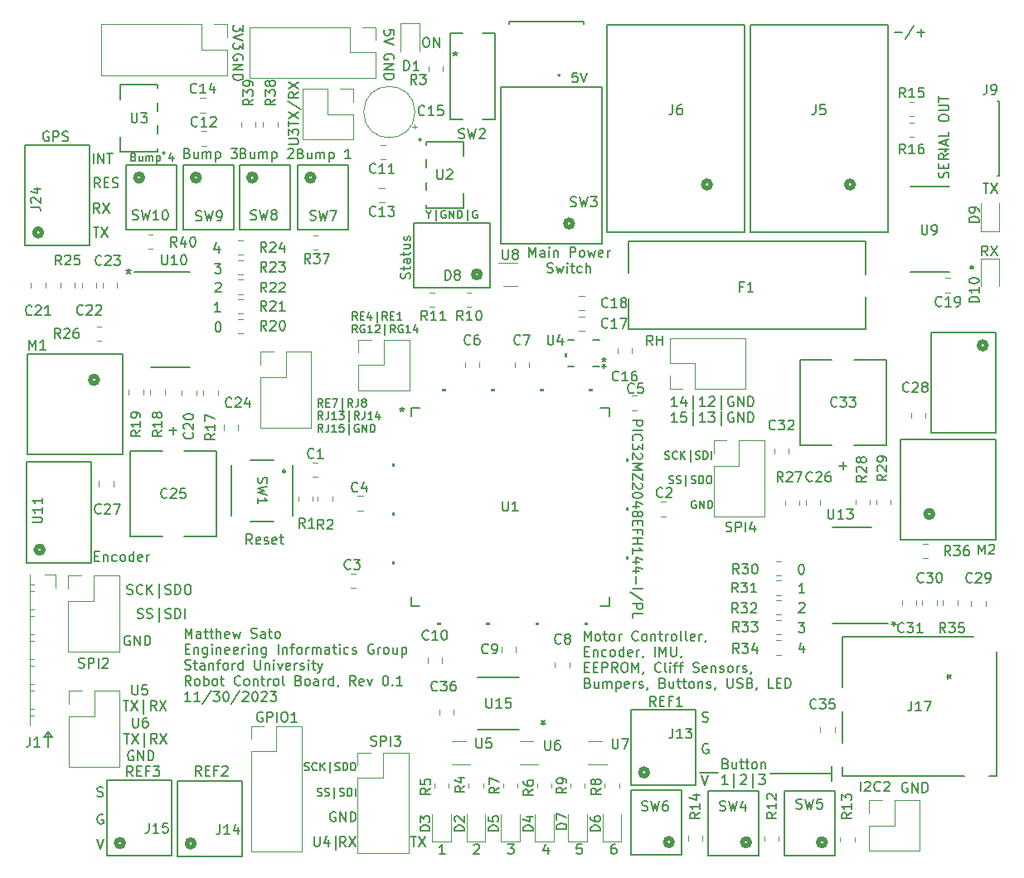
<source format=gbr>
%TF.GenerationSoftware,KiCad,Pcbnew,7.0.6*%
%TF.CreationDate,2023-11-30T13:58:43-08:00*%
%TF.ProjectId,MainBoard,4d61696e-426f-4617-9264-2e6b69636164,0.1*%
%TF.SameCoordinates,Original*%
%TF.FileFunction,Legend,Top*%
%TF.FilePolarity,Positive*%
%FSLAX46Y46*%
G04 Gerber Fmt 4.6, Leading zero omitted, Abs format (unit mm)*
G04 Created by KiCad (PCBNEW 7.0.6) date 2023-11-30 13:58:43*
%MOMM*%
%LPD*%
G01*
G04 APERTURE LIST*
%ADD10C,0.150000*%
%ADD11C,0.152400*%
%ADD12C,0.254000*%
%ADD13C,0.120000*%
%ADD14C,0.508000*%
%ADD15C,0.200000*%
%ADD16C,0.127000*%
%ADD17C,0.300000*%
G04 APERTURE END LIST*
D10*
X192769819Y-95013220D02*
X193579342Y-95013220D01*
X193579342Y-95013220D02*
X193674580Y-94965601D01*
X193674580Y-94965601D02*
X193722200Y-94917982D01*
X193722200Y-94917982D02*
X193769819Y-94822744D01*
X193769819Y-94822744D02*
X193769819Y-94632268D01*
X193769819Y-94632268D02*
X193722200Y-94537030D01*
X193722200Y-94537030D02*
X193674580Y-94489411D01*
X193674580Y-94489411D02*
X193579342Y-94441792D01*
X193579342Y-94441792D02*
X192769819Y-94441792D01*
X192769819Y-94060839D02*
X192769819Y-93441792D01*
X192769819Y-93441792D02*
X193150771Y-93775125D01*
X193150771Y-93775125D02*
X193150771Y-93632268D01*
X193150771Y-93632268D02*
X193198390Y-93537030D01*
X193198390Y-93537030D02*
X193246009Y-93489411D01*
X193246009Y-93489411D02*
X193341247Y-93441792D01*
X193341247Y-93441792D02*
X193579342Y-93441792D01*
X193579342Y-93441792D02*
X193674580Y-93489411D01*
X193674580Y-93489411D02*
X193722200Y-93537030D01*
X193722200Y-93537030D02*
X193769819Y-93632268D01*
X193769819Y-93632268D02*
X193769819Y-93917982D01*
X193769819Y-93917982D02*
X193722200Y-94013220D01*
X193722200Y-94013220D02*
X193674580Y-94060839D01*
X192769819Y-93156077D02*
X192769819Y-92584649D01*
X193769819Y-92870363D02*
X192769819Y-92870363D01*
X192769819Y-92346553D02*
X193769819Y-91679887D01*
X192769819Y-91679887D02*
X193769819Y-92346553D01*
X192722200Y-90584649D02*
X194007914Y-91441791D01*
X193769819Y-89679887D02*
X193293628Y-90013220D01*
X193769819Y-90251315D02*
X192769819Y-90251315D01*
X192769819Y-90251315D02*
X192769819Y-89870363D01*
X192769819Y-89870363D02*
X192817438Y-89775125D01*
X192817438Y-89775125D02*
X192865057Y-89727506D01*
X192865057Y-89727506D02*
X192960295Y-89679887D01*
X192960295Y-89679887D02*
X193103152Y-89679887D01*
X193103152Y-89679887D02*
X193198390Y-89727506D01*
X193198390Y-89727506D02*
X193246009Y-89775125D01*
X193246009Y-89775125D02*
X193293628Y-89870363D01*
X193293628Y-89870363D02*
X193293628Y-90251315D01*
X192769819Y-89346553D02*
X193769819Y-88679887D01*
X192769819Y-88679887D02*
X193769819Y-89346553D01*
X185527255Y-113144819D02*
X185622493Y-113144819D01*
X185622493Y-113144819D02*
X185717731Y-113192438D01*
X185717731Y-113192438D02*
X185765350Y-113240057D01*
X185765350Y-113240057D02*
X185812969Y-113335295D01*
X185812969Y-113335295D02*
X185860588Y-113525771D01*
X185860588Y-113525771D02*
X185860588Y-113763866D01*
X185860588Y-113763866D02*
X185812969Y-113954342D01*
X185812969Y-113954342D02*
X185765350Y-114049580D01*
X185765350Y-114049580D02*
X185717731Y-114097200D01*
X185717731Y-114097200D02*
X185622493Y-114144819D01*
X185622493Y-114144819D02*
X185527255Y-114144819D01*
X185527255Y-114144819D02*
X185432017Y-114097200D01*
X185432017Y-114097200D02*
X185384398Y-114049580D01*
X185384398Y-114049580D02*
X185336779Y-113954342D01*
X185336779Y-113954342D02*
X185289160Y-113763866D01*
X185289160Y-113763866D02*
X185289160Y-113525771D01*
X185289160Y-113525771D02*
X185336779Y-113335295D01*
X185336779Y-113335295D02*
X185384398Y-113240057D01*
X185384398Y-113240057D02*
X185432017Y-113192438D01*
X185432017Y-113192438D02*
X185527255Y-113144819D01*
X185810588Y-112119819D02*
X185239160Y-112119819D01*
X185524874Y-112119819D02*
X185524874Y-111119819D01*
X185524874Y-111119819D02*
X185429636Y-111262676D01*
X185429636Y-111262676D02*
X185334398Y-111357914D01*
X185334398Y-111357914D02*
X185239160Y-111405533D01*
X185314160Y-109190057D02*
X185361779Y-109142438D01*
X185361779Y-109142438D02*
X185457017Y-109094819D01*
X185457017Y-109094819D02*
X185695112Y-109094819D01*
X185695112Y-109094819D02*
X185790350Y-109142438D01*
X185790350Y-109142438D02*
X185837969Y-109190057D01*
X185837969Y-109190057D02*
X185885588Y-109285295D01*
X185885588Y-109285295D02*
X185885588Y-109380533D01*
X185885588Y-109380533D02*
X185837969Y-109523390D01*
X185837969Y-109523390D02*
X185266541Y-110094819D01*
X185266541Y-110094819D02*
X185885588Y-110094819D01*
X185241541Y-107169819D02*
X185860588Y-107169819D01*
X185860588Y-107169819D02*
X185527255Y-107550771D01*
X185527255Y-107550771D02*
X185670112Y-107550771D01*
X185670112Y-107550771D02*
X185765350Y-107598390D01*
X185765350Y-107598390D02*
X185812969Y-107646009D01*
X185812969Y-107646009D02*
X185860588Y-107741247D01*
X185860588Y-107741247D02*
X185860588Y-107979342D01*
X185860588Y-107979342D02*
X185812969Y-108074580D01*
X185812969Y-108074580D02*
X185765350Y-108122200D01*
X185765350Y-108122200D02*
X185670112Y-108169819D01*
X185670112Y-108169819D02*
X185384398Y-108169819D01*
X185384398Y-108169819D02*
X185289160Y-108122200D01*
X185289160Y-108122200D02*
X185241541Y-108074580D01*
X185665350Y-105378152D02*
X185665350Y-106044819D01*
X185427255Y-104997200D02*
X185189160Y-105711485D01*
X185189160Y-105711485D02*
X185808207Y-105711485D01*
X245365350Y-146228152D02*
X245365350Y-146894819D01*
X245127255Y-145847200D02*
X244889160Y-146561485D01*
X244889160Y-146561485D02*
X245508207Y-146561485D01*
X244841541Y-143844819D02*
X245460588Y-143844819D01*
X245460588Y-143844819D02*
X245127255Y-144225771D01*
X245127255Y-144225771D02*
X245270112Y-144225771D01*
X245270112Y-144225771D02*
X245365350Y-144273390D01*
X245365350Y-144273390D02*
X245412969Y-144321009D01*
X245412969Y-144321009D02*
X245460588Y-144416247D01*
X245460588Y-144416247D02*
X245460588Y-144654342D01*
X245460588Y-144654342D02*
X245412969Y-144749580D01*
X245412969Y-144749580D02*
X245365350Y-144797200D01*
X245365350Y-144797200D02*
X245270112Y-144844819D01*
X245270112Y-144844819D02*
X244984398Y-144844819D01*
X244984398Y-144844819D02*
X244889160Y-144797200D01*
X244889160Y-144797200D02*
X244841541Y-144749580D01*
X244914160Y-141890057D02*
X244961779Y-141842438D01*
X244961779Y-141842438D02*
X245057017Y-141794819D01*
X245057017Y-141794819D02*
X245295112Y-141794819D01*
X245295112Y-141794819D02*
X245390350Y-141842438D01*
X245390350Y-141842438D02*
X245437969Y-141890057D01*
X245437969Y-141890057D02*
X245485588Y-141985295D01*
X245485588Y-141985295D02*
X245485588Y-142080533D01*
X245485588Y-142080533D02*
X245437969Y-142223390D01*
X245437969Y-142223390D02*
X244866541Y-142794819D01*
X244866541Y-142794819D02*
X245485588Y-142794819D01*
X245460588Y-140819819D02*
X244889160Y-140819819D01*
X245174874Y-140819819D02*
X245174874Y-139819819D01*
X245174874Y-139819819D02*
X245079636Y-139962676D01*
X245079636Y-139962676D02*
X244984398Y-140057914D01*
X244984398Y-140057914D02*
X244889160Y-140105533D01*
X245102255Y-137894819D02*
X245197493Y-137894819D01*
X245197493Y-137894819D02*
X245292731Y-137942438D01*
X245292731Y-137942438D02*
X245340350Y-137990057D01*
X245340350Y-137990057D02*
X245387969Y-138085295D01*
X245387969Y-138085295D02*
X245435588Y-138275771D01*
X245435588Y-138275771D02*
X245435588Y-138513866D01*
X245435588Y-138513866D02*
X245387969Y-138704342D01*
X245387969Y-138704342D02*
X245340350Y-138799580D01*
X245340350Y-138799580D02*
X245292731Y-138847200D01*
X245292731Y-138847200D02*
X245197493Y-138894819D01*
X245197493Y-138894819D02*
X245102255Y-138894819D01*
X245102255Y-138894819D02*
X245007017Y-138847200D01*
X245007017Y-138847200D02*
X244959398Y-138799580D01*
X244959398Y-138799580D02*
X244911779Y-138704342D01*
X244911779Y-138704342D02*
X244864160Y-138513866D01*
X244864160Y-138513866D02*
X244864160Y-138275771D01*
X244864160Y-138275771D02*
X244911779Y-138085295D01*
X244911779Y-138085295D02*
X244959398Y-137990057D01*
X244959398Y-137990057D02*
X245007017Y-137942438D01*
X245007017Y-137942438D02*
X245102255Y-137894819D01*
X199771303Y-112931295D02*
X199504636Y-112550342D01*
X199314160Y-112931295D02*
X199314160Y-112131295D01*
X199314160Y-112131295D02*
X199618922Y-112131295D01*
X199618922Y-112131295D02*
X199695112Y-112169390D01*
X199695112Y-112169390D02*
X199733207Y-112207485D01*
X199733207Y-112207485D02*
X199771303Y-112283676D01*
X199771303Y-112283676D02*
X199771303Y-112397961D01*
X199771303Y-112397961D02*
X199733207Y-112474152D01*
X199733207Y-112474152D02*
X199695112Y-112512247D01*
X199695112Y-112512247D02*
X199618922Y-112550342D01*
X199618922Y-112550342D02*
X199314160Y-112550342D01*
X200114160Y-112512247D02*
X200380826Y-112512247D01*
X200495112Y-112931295D02*
X200114160Y-112931295D01*
X200114160Y-112931295D02*
X200114160Y-112131295D01*
X200114160Y-112131295D02*
X200495112Y-112131295D01*
X201180827Y-112397961D02*
X201180827Y-112931295D01*
X200990351Y-112093200D02*
X200799874Y-112664628D01*
X200799874Y-112664628D02*
X201295113Y-112664628D01*
X201790351Y-113197961D02*
X201790351Y-112055104D01*
X202818923Y-112931295D02*
X202552256Y-112550342D01*
X202361780Y-112931295D02*
X202361780Y-112131295D01*
X202361780Y-112131295D02*
X202666542Y-112131295D01*
X202666542Y-112131295D02*
X202742732Y-112169390D01*
X202742732Y-112169390D02*
X202780827Y-112207485D01*
X202780827Y-112207485D02*
X202818923Y-112283676D01*
X202818923Y-112283676D02*
X202818923Y-112397961D01*
X202818923Y-112397961D02*
X202780827Y-112474152D01*
X202780827Y-112474152D02*
X202742732Y-112512247D01*
X202742732Y-112512247D02*
X202666542Y-112550342D01*
X202666542Y-112550342D02*
X202361780Y-112550342D01*
X203161780Y-112512247D02*
X203428446Y-112512247D01*
X203542732Y-112931295D02*
X203161780Y-112931295D01*
X203161780Y-112931295D02*
X203161780Y-112131295D01*
X203161780Y-112131295D02*
X203542732Y-112131295D01*
X204304637Y-112931295D02*
X203847494Y-112931295D01*
X204076066Y-112931295D02*
X204076066Y-112131295D01*
X204076066Y-112131295D02*
X203999875Y-112245580D01*
X203999875Y-112245580D02*
X203923685Y-112321771D01*
X203923685Y-112321771D02*
X203847494Y-112359866D01*
X199771303Y-114219295D02*
X199504636Y-113838342D01*
X199314160Y-114219295D02*
X199314160Y-113419295D01*
X199314160Y-113419295D02*
X199618922Y-113419295D01*
X199618922Y-113419295D02*
X199695112Y-113457390D01*
X199695112Y-113457390D02*
X199733207Y-113495485D01*
X199733207Y-113495485D02*
X199771303Y-113571676D01*
X199771303Y-113571676D02*
X199771303Y-113685961D01*
X199771303Y-113685961D02*
X199733207Y-113762152D01*
X199733207Y-113762152D02*
X199695112Y-113800247D01*
X199695112Y-113800247D02*
X199618922Y-113838342D01*
X199618922Y-113838342D02*
X199314160Y-113838342D01*
X200533207Y-113457390D02*
X200457017Y-113419295D01*
X200457017Y-113419295D02*
X200342731Y-113419295D01*
X200342731Y-113419295D02*
X200228445Y-113457390D01*
X200228445Y-113457390D02*
X200152255Y-113533580D01*
X200152255Y-113533580D02*
X200114160Y-113609771D01*
X200114160Y-113609771D02*
X200076064Y-113762152D01*
X200076064Y-113762152D02*
X200076064Y-113876438D01*
X200076064Y-113876438D02*
X200114160Y-114028819D01*
X200114160Y-114028819D02*
X200152255Y-114105009D01*
X200152255Y-114105009D02*
X200228445Y-114181200D01*
X200228445Y-114181200D02*
X200342731Y-114219295D01*
X200342731Y-114219295D02*
X200418922Y-114219295D01*
X200418922Y-114219295D02*
X200533207Y-114181200D01*
X200533207Y-114181200D02*
X200571303Y-114143104D01*
X200571303Y-114143104D02*
X200571303Y-113876438D01*
X200571303Y-113876438D02*
X200418922Y-113876438D01*
X201333207Y-114219295D02*
X200876064Y-114219295D01*
X201104636Y-114219295D02*
X201104636Y-113419295D01*
X201104636Y-113419295D02*
X201028445Y-113533580D01*
X201028445Y-113533580D02*
X200952255Y-113609771D01*
X200952255Y-113609771D02*
X200876064Y-113647866D01*
X201637969Y-113495485D02*
X201676065Y-113457390D01*
X201676065Y-113457390D02*
X201752255Y-113419295D01*
X201752255Y-113419295D02*
X201942731Y-113419295D01*
X201942731Y-113419295D02*
X202018922Y-113457390D01*
X202018922Y-113457390D02*
X202057017Y-113495485D01*
X202057017Y-113495485D02*
X202095112Y-113571676D01*
X202095112Y-113571676D02*
X202095112Y-113647866D01*
X202095112Y-113647866D02*
X202057017Y-113762152D01*
X202057017Y-113762152D02*
X201599874Y-114219295D01*
X201599874Y-114219295D02*
X202095112Y-114219295D01*
X202628446Y-114485961D02*
X202628446Y-113343104D01*
X203657018Y-114219295D02*
X203390351Y-113838342D01*
X203199875Y-114219295D02*
X203199875Y-113419295D01*
X203199875Y-113419295D02*
X203504637Y-113419295D01*
X203504637Y-113419295D02*
X203580827Y-113457390D01*
X203580827Y-113457390D02*
X203618922Y-113495485D01*
X203618922Y-113495485D02*
X203657018Y-113571676D01*
X203657018Y-113571676D02*
X203657018Y-113685961D01*
X203657018Y-113685961D02*
X203618922Y-113762152D01*
X203618922Y-113762152D02*
X203580827Y-113800247D01*
X203580827Y-113800247D02*
X203504637Y-113838342D01*
X203504637Y-113838342D02*
X203199875Y-113838342D01*
X204418922Y-113457390D02*
X204342732Y-113419295D01*
X204342732Y-113419295D02*
X204228446Y-113419295D01*
X204228446Y-113419295D02*
X204114160Y-113457390D01*
X204114160Y-113457390D02*
X204037970Y-113533580D01*
X204037970Y-113533580D02*
X203999875Y-113609771D01*
X203999875Y-113609771D02*
X203961779Y-113762152D01*
X203961779Y-113762152D02*
X203961779Y-113876438D01*
X203961779Y-113876438D02*
X203999875Y-114028819D01*
X203999875Y-114028819D02*
X204037970Y-114105009D01*
X204037970Y-114105009D02*
X204114160Y-114181200D01*
X204114160Y-114181200D02*
X204228446Y-114219295D01*
X204228446Y-114219295D02*
X204304637Y-114219295D01*
X204304637Y-114219295D02*
X204418922Y-114181200D01*
X204418922Y-114181200D02*
X204457018Y-114143104D01*
X204457018Y-114143104D02*
X204457018Y-113876438D01*
X204457018Y-113876438D02*
X204304637Y-113876438D01*
X205218922Y-114219295D02*
X204761779Y-114219295D01*
X204990351Y-114219295D02*
X204990351Y-113419295D01*
X204990351Y-113419295D02*
X204914160Y-113533580D01*
X204914160Y-113533580D02*
X204837970Y-113609771D01*
X204837970Y-113609771D02*
X204761779Y-113647866D01*
X205904637Y-113685961D02*
X205904637Y-114219295D01*
X205714161Y-113381200D02*
X205523684Y-113952628D01*
X205523684Y-113952628D02*
X206018923Y-113952628D01*
X248250000Y-159250000D02*
X248250000Y-160000000D01*
X167800000Y-155550000D02*
X168200000Y-155550000D01*
X168200000Y-156550000D02*
X168200000Y-155050000D01*
X248250000Y-159250000D02*
X248250000Y-158500000D01*
X242000000Y-159250000D02*
X248250000Y-159250000D01*
X168200000Y-155050000D02*
X167800000Y-155550000D01*
X168600000Y-155550000D02*
X168200000Y-155550000D01*
X236650000Y-159150000D02*
X234750000Y-159150000D01*
X168200000Y-155050000D02*
X168600000Y-155550000D01*
X260122200Y-98410839D02*
X260169819Y-98267982D01*
X260169819Y-98267982D02*
X260169819Y-98029887D01*
X260169819Y-98029887D02*
X260122200Y-97934649D01*
X260122200Y-97934649D02*
X260074580Y-97887030D01*
X260074580Y-97887030D02*
X259979342Y-97839411D01*
X259979342Y-97839411D02*
X259884104Y-97839411D01*
X259884104Y-97839411D02*
X259788866Y-97887030D01*
X259788866Y-97887030D02*
X259741247Y-97934649D01*
X259741247Y-97934649D02*
X259693628Y-98029887D01*
X259693628Y-98029887D02*
X259646009Y-98220363D01*
X259646009Y-98220363D02*
X259598390Y-98315601D01*
X259598390Y-98315601D02*
X259550771Y-98363220D01*
X259550771Y-98363220D02*
X259455533Y-98410839D01*
X259455533Y-98410839D02*
X259360295Y-98410839D01*
X259360295Y-98410839D02*
X259265057Y-98363220D01*
X259265057Y-98363220D02*
X259217438Y-98315601D01*
X259217438Y-98315601D02*
X259169819Y-98220363D01*
X259169819Y-98220363D02*
X259169819Y-97982268D01*
X259169819Y-97982268D02*
X259217438Y-97839411D01*
X259646009Y-97410839D02*
X259646009Y-97077506D01*
X260169819Y-96934649D02*
X260169819Y-97410839D01*
X260169819Y-97410839D02*
X259169819Y-97410839D01*
X259169819Y-97410839D02*
X259169819Y-96934649D01*
X260169819Y-95934649D02*
X259693628Y-96267982D01*
X260169819Y-96506077D02*
X259169819Y-96506077D01*
X259169819Y-96506077D02*
X259169819Y-96125125D01*
X259169819Y-96125125D02*
X259217438Y-96029887D01*
X259217438Y-96029887D02*
X259265057Y-95982268D01*
X259265057Y-95982268D02*
X259360295Y-95934649D01*
X259360295Y-95934649D02*
X259503152Y-95934649D01*
X259503152Y-95934649D02*
X259598390Y-95982268D01*
X259598390Y-95982268D02*
X259646009Y-96029887D01*
X259646009Y-96029887D02*
X259693628Y-96125125D01*
X259693628Y-96125125D02*
X259693628Y-96506077D01*
X260169819Y-95506077D02*
X259169819Y-95506077D01*
X259884104Y-95077506D02*
X259884104Y-94601316D01*
X260169819Y-95172744D02*
X259169819Y-94839411D01*
X259169819Y-94839411D02*
X260169819Y-94506078D01*
X260169819Y-93696554D02*
X260169819Y-94172744D01*
X260169819Y-94172744D02*
X259169819Y-94172744D01*
X259169819Y-92410839D02*
X259169819Y-92220363D01*
X259169819Y-92220363D02*
X259217438Y-92125125D01*
X259217438Y-92125125D02*
X259312676Y-92029887D01*
X259312676Y-92029887D02*
X259503152Y-91982268D01*
X259503152Y-91982268D02*
X259836485Y-91982268D01*
X259836485Y-91982268D02*
X260026961Y-92029887D01*
X260026961Y-92029887D02*
X260122200Y-92125125D01*
X260122200Y-92125125D02*
X260169819Y-92220363D01*
X260169819Y-92220363D02*
X260169819Y-92410839D01*
X260169819Y-92410839D02*
X260122200Y-92506077D01*
X260122200Y-92506077D02*
X260026961Y-92601315D01*
X260026961Y-92601315D02*
X259836485Y-92648934D01*
X259836485Y-92648934D02*
X259503152Y-92648934D01*
X259503152Y-92648934D02*
X259312676Y-92601315D01*
X259312676Y-92601315D02*
X259217438Y-92506077D01*
X259217438Y-92506077D02*
X259169819Y-92410839D01*
X259169819Y-91553696D02*
X259979342Y-91553696D01*
X259979342Y-91553696D02*
X260074580Y-91506077D01*
X260074580Y-91506077D02*
X260122200Y-91458458D01*
X260122200Y-91458458D02*
X260169819Y-91363220D01*
X260169819Y-91363220D02*
X260169819Y-91172744D01*
X260169819Y-91172744D02*
X260122200Y-91077506D01*
X260122200Y-91077506D02*
X260074580Y-91029887D01*
X260074580Y-91029887D02*
X259979342Y-90982268D01*
X259979342Y-90982268D02*
X259169819Y-90982268D01*
X259169819Y-90648934D02*
X259169819Y-90077506D01*
X260169819Y-90363220D02*
X259169819Y-90363220D01*
X176910588Y-156967438D02*
X176815350Y-156919819D01*
X176815350Y-156919819D02*
X176672493Y-156919819D01*
X176672493Y-156919819D02*
X176529636Y-156967438D01*
X176529636Y-156967438D02*
X176434398Y-157062676D01*
X176434398Y-157062676D02*
X176386779Y-157157914D01*
X176386779Y-157157914D02*
X176339160Y-157348390D01*
X176339160Y-157348390D02*
X176339160Y-157491247D01*
X176339160Y-157491247D02*
X176386779Y-157681723D01*
X176386779Y-157681723D02*
X176434398Y-157776961D01*
X176434398Y-157776961D02*
X176529636Y-157872200D01*
X176529636Y-157872200D02*
X176672493Y-157919819D01*
X176672493Y-157919819D02*
X176767731Y-157919819D01*
X176767731Y-157919819D02*
X176910588Y-157872200D01*
X176910588Y-157872200D02*
X176958207Y-157824580D01*
X176958207Y-157824580D02*
X176958207Y-157491247D01*
X176958207Y-157491247D02*
X176767731Y-157491247D01*
X177386779Y-157919819D02*
X177386779Y-156919819D01*
X177386779Y-156919819D02*
X177958207Y-157919819D01*
X177958207Y-157919819D02*
X177958207Y-156919819D01*
X178434398Y-157919819D02*
X178434398Y-156919819D01*
X178434398Y-156919819D02*
X178672493Y-156919819D01*
X178672493Y-156919819D02*
X178815350Y-156967438D01*
X178815350Y-156967438D02*
X178910588Y-157062676D01*
X178910588Y-157062676D02*
X178958207Y-157157914D01*
X178958207Y-157157914D02*
X179005826Y-157348390D01*
X179005826Y-157348390D02*
X179005826Y-157491247D01*
X179005826Y-157491247D02*
X178958207Y-157681723D01*
X178958207Y-157681723D02*
X178910588Y-157776961D01*
X178910588Y-157776961D02*
X178815350Y-157872200D01*
X178815350Y-157872200D02*
X178672493Y-157919819D01*
X178672493Y-157919819D02*
X178434398Y-157919819D01*
X176858207Y-159519819D02*
X176524874Y-159043628D01*
X176286779Y-159519819D02*
X176286779Y-158519819D01*
X176286779Y-158519819D02*
X176667731Y-158519819D01*
X176667731Y-158519819D02*
X176762969Y-158567438D01*
X176762969Y-158567438D02*
X176810588Y-158615057D01*
X176810588Y-158615057D02*
X176858207Y-158710295D01*
X176858207Y-158710295D02*
X176858207Y-158853152D01*
X176858207Y-158853152D02*
X176810588Y-158948390D01*
X176810588Y-158948390D02*
X176762969Y-158996009D01*
X176762969Y-158996009D02*
X176667731Y-159043628D01*
X176667731Y-159043628D02*
X176286779Y-159043628D01*
X177286779Y-158996009D02*
X177620112Y-158996009D01*
X177762969Y-159519819D02*
X177286779Y-159519819D01*
X177286779Y-159519819D02*
X177286779Y-158519819D01*
X177286779Y-158519819D02*
X177762969Y-158519819D01*
X178524874Y-158996009D02*
X178191541Y-158996009D01*
X178191541Y-159519819D02*
X178191541Y-158519819D01*
X178191541Y-158519819D02*
X178667731Y-158519819D01*
X178953446Y-158519819D02*
X179572493Y-158519819D01*
X179572493Y-158519819D02*
X179239160Y-158900771D01*
X179239160Y-158900771D02*
X179382017Y-158900771D01*
X179382017Y-158900771D02*
X179477255Y-158948390D01*
X179477255Y-158948390D02*
X179524874Y-158996009D01*
X179524874Y-158996009D02*
X179572493Y-159091247D01*
X179572493Y-159091247D02*
X179572493Y-159329342D01*
X179572493Y-159329342D02*
X179524874Y-159424580D01*
X179524874Y-159424580D02*
X179477255Y-159472200D01*
X179477255Y-159472200D02*
X179382017Y-159519819D01*
X179382017Y-159519819D02*
X179096303Y-159519819D01*
X179096303Y-159519819D02*
X179001065Y-159472200D01*
X179001065Y-159472200D02*
X178953446Y-159424580D01*
X203530180Y-83812969D02*
X203530180Y-83336779D01*
X203530180Y-83336779D02*
X203053990Y-83289160D01*
X203053990Y-83289160D02*
X203101609Y-83336779D01*
X203101609Y-83336779D02*
X203149228Y-83432017D01*
X203149228Y-83432017D02*
X203149228Y-83670112D01*
X203149228Y-83670112D02*
X203101609Y-83765350D01*
X203101609Y-83765350D02*
X203053990Y-83812969D01*
X203053990Y-83812969D02*
X202958752Y-83860588D01*
X202958752Y-83860588D02*
X202720657Y-83860588D01*
X202720657Y-83860588D02*
X202625419Y-83812969D01*
X202625419Y-83812969D02*
X202577800Y-83765350D01*
X202577800Y-83765350D02*
X202530180Y-83670112D01*
X202530180Y-83670112D02*
X202530180Y-83432017D01*
X202530180Y-83432017D02*
X202577800Y-83336779D01*
X202577800Y-83336779D02*
X202625419Y-83289160D01*
X203530180Y-84146303D02*
X202530180Y-84479636D01*
X202530180Y-84479636D02*
X203530180Y-84812969D01*
X176798684Y-150209819D02*
X176798684Y-151019342D01*
X176798684Y-151019342D02*
X176846303Y-151114580D01*
X176846303Y-151114580D02*
X176893922Y-151162200D01*
X176893922Y-151162200D02*
X176989160Y-151209819D01*
X176989160Y-151209819D02*
X177179636Y-151209819D01*
X177179636Y-151209819D02*
X177274874Y-151162200D01*
X177274874Y-151162200D02*
X177322493Y-151114580D01*
X177322493Y-151114580D02*
X177370112Y-151019342D01*
X177370112Y-151019342D02*
X177370112Y-150209819D01*
X178322493Y-150209819D02*
X177846303Y-150209819D01*
X177846303Y-150209819D02*
X177798684Y-150686009D01*
X177798684Y-150686009D02*
X177846303Y-150638390D01*
X177846303Y-150638390D02*
X177941541Y-150590771D01*
X177941541Y-150590771D02*
X178179636Y-150590771D01*
X178179636Y-150590771D02*
X178274874Y-150638390D01*
X178274874Y-150638390D02*
X178322493Y-150686009D01*
X178322493Y-150686009D02*
X178370112Y-150781247D01*
X178370112Y-150781247D02*
X178370112Y-151019342D01*
X178370112Y-151019342D02*
X178322493Y-151114580D01*
X178322493Y-151114580D02*
X178274874Y-151162200D01*
X178274874Y-151162200D02*
X178179636Y-151209819D01*
X178179636Y-151209819D02*
X177941541Y-151209819D01*
X177941541Y-151209819D02*
X177846303Y-151162200D01*
X177846303Y-151162200D02*
X177798684Y-151114580D01*
X175893922Y-151819819D02*
X176465350Y-151819819D01*
X176179636Y-152819819D02*
X176179636Y-151819819D01*
X176703446Y-151819819D02*
X177370112Y-152819819D01*
X177370112Y-151819819D02*
X176703446Y-152819819D01*
X177989160Y-153153152D02*
X177989160Y-151724580D01*
X179274874Y-152819819D02*
X178941541Y-152343628D01*
X178703446Y-152819819D02*
X178703446Y-151819819D01*
X178703446Y-151819819D02*
X179084398Y-151819819D01*
X179084398Y-151819819D02*
X179179636Y-151867438D01*
X179179636Y-151867438D02*
X179227255Y-151915057D01*
X179227255Y-151915057D02*
X179274874Y-152010295D01*
X179274874Y-152010295D02*
X179274874Y-152153152D01*
X179274874Y-152153152D02*
X179227255Y-152248390D01*
X179227255Y-152248390D02*
X179179636Y-152296009D01*
X179179636Y-152296009D02*
X179084398Y-152343628D01*
X179084398Y-152343628D02*
X178703446Y-152343628D01*
X179608208Y-151819819D02*
X180274874Y-152819819D01*
X180274874Y-151819819D02*
X179608208Y-152819819D01*
X176955826Y-96275247D02*
X177070112Y-96313342D01*
X177070112Y-96313342D02*
X177108207Y-96351438D01*
X177108207Y-96351438D02*
X177146303Y-96427628D01*
X177146303Y-96427628D02*
X177146303Y-96541914D01*
X177146303Y-96541914D02*
X177108207Y-96618104D01*
X177108207Y-96618104D02*
X177070112Y-96656200D01*
X177070112Y-96656200D02*
X176993922Y-96694295D01*
X176993922Y-96694295D02*
X176689160Y-96694295D01*
X176689160Y-96694295D02*
X176689160Y-95894295D01*
X176689160Y-95894295D02*
X176955826Y-95894295D01*
X176955826Y-95894295D02*
X177032017Y-95932390D01*
X177032017Y-95932390D02*
X177070112Y-95970485D01*
X177070112Y-95970485D02*
X177108207Y-96046676D01*
X177108207Y-96046676D02*
X177108207Y-96122866D01*
X177108207Y-96122866D02*
X177070112Y-96199057D01*
X177070112Y-96199057D02*
X177032017Y-96237152D01*
X177032017Y-96237152D02*
X176955826Y-96275247D01*
X176955826Y-96275247D02*
X176689160Y-96275247D01*
X177832017Y-96160961D02*
X177832017Y-96694295D01*
X177489160Y-96160961D02*
X177489160Y-96580009D01*
X177489160Y-96580009D02*
X177527255Y-96656200D01*
X177527255Y-96656200D02*
X177603445Y-96694295D01*
X177603445Y-96694295D02*
X177717731Y-96694295D01*
X177717731Y-96694295D02*
X177793922Y-96656200D01*
X177793922Y-96656200D02*
X177832017Y-96618104D01*
X178212970Y-96694295D02*
X178212970Y-96160961D01*
X178212970Y-96237152D02*
X178251065Y-96199057D01*
X178251065Y-96199057D02*
X178327255Y-96160961D01*
X178327255Y-96160961D02*
X178441541Y-96160961D01*
X178441541Y-96160961D02*
X178517732Y-96199057D01*
X178517732Y-96199057D02*
X178555827Y-96275247D01*
X178555827Y-96275247D02*
X178555827Y-96694295D01*
X178555827Y-96275247D02*
X178593922Y-96199057D01*
X178593922Y-96199057D02*
X178670113Y-96160961D01*
X178670113Y-96160961D02*
X178784398Y-96160961D01*
X178784398Y-96160961D02*
X178860589Y-96199057D01*
X178860589Y-96199057D02*
X178898684Y-96275247D01*
X178898684Y-96275247D02*
X178898684Y-96694295D01*
X179279637Y-96160961D02*
X179279637Y-96960961D01*
X179279637Y-96199057D02*
X179355827Y-96160961D01*
X179355827Y-96160961D02*
X179508208Y-96160961D01*
X179508208Y-96160961D02*
X179584399Y-96199057D01*
X179584399Y-96199057D02*
X179622494Y-96237152D01*
X179622494Y-96237152D02*
X179660589Y-96313342D01*
X179660589Y-96313342D02*
X179660589Y-96541914D01*
X179660589Y-96541914D02*
X179622494Y-96618104D01*
X179622494Y-96618104D02*
X179584399Y-96656200D01*
X179584399Y-96656200D02*
X179508208Y-96694295D01*
X179508208Y-96694295D02*
X179355827Y-96694295D01*
X179355827Y-96694295D02*
X179279637Y-96656200D01*
X180955828Y-96160961D02*
X180955828Y-96694295D01*
X180765352Y-95856200D02*
X180574875Y-96427628D01*
X180574875Y-96427628D02*
X181070114Y-96427628D01*
X176560588Y-145217438D02*
X176465350Y-145169819D01*
X176465350Y-145169819D02*
X176322493Y-145169819D01*
X176322493Y-145169819D02*
X176179636Y-145217438D01*
X176179636Y-145217438D02*
X176084398Y-145312676D01*
X176084398Y-145312676D02*
X176036779Y-145407914D01*
X176036779Y-145407914D02*
X175989160Y-145598390D01*
X175989160Y-145598390D02*
X175989160Y-145741247D01*
X175989160Y-145741247D02*
X176036779Y-145931723D01*
X176036779Y-145931723D02*
X176084398Y-146026961D01*
X176084398Y-146026961D02*
X176179636Y-146122200D01*
X176179636Y-146122200D02*
X176322493Y-146169819D01*
X176322493Y-146169819D02*
X176417731Y-146169819D01*
X176417731Y-146169819D02*
X176560588Y-146122200D01*
X176560588Y-146122200D02*
X176608207Y-146074580D01*
X176608207Y-146074580D02*
X176608207Y-145741247D01*
X176608207Y-145741247D02*
X176417731Y-145741247D01*
X177036779Y-146169819D02*
X177036779Y-145169819D01*
X177036779Y-145169819D02*
X177608207Y-146169819D01*
X177608207Y-146169819D02*
X177608207Y-145169819D01*
X178084398Y-146169819D02*
X178084398Y-145169819D01*
X178084398Y-145169819D02*
X178322493Y-145169819D01*
X178322493Y-145169819D02*
X178465350Y-145217438D01*
X178465350Y-145217438D02*
X178560588Y-145312676D01*
X178560588Y-145312676D02*
X178608207Y-145407914D01*
X178608207Y-145407914D02*
X178655826Y-145598390D01*
X178655826Y-145598390D02*
X178655826Y-145741247D01*
X178655826Y-145741247D02*
X178608207Y-145931723D01*
X178608207Y-145931723D02*
X178560588Y-146026961D01*
X178560588Y-146026961D02*
X178465350Y-146122200D01*
X178465350Y-146122200D02*
X178322493Y-146169819D01*
X178322493Y-146169819D02*
X178084398Y-146169819D01*
X182420112Y-95896009D02*
X182562969Y-95943628D01*
X182562969Y-95943628D02*
X182610588Y-95991247D01*
X182610588Y-95991247D02*
X182658207Y-96086485D01*
X182658207Y-96086485D02*
X182658207Y-96229342D01*
X182658207Y-96229342D02*
X182610588Y-96324580D01*
X182610588Y-96324580D02*
X182562969Y-96372200D01*
X182562969Y-96372200D02*
X182467731Y-96419819D01*
X182467731Y-96419819D02*
X182086779Y-96419819D01*
X182086779Y-96419819D02*
X182086779Y-95419819D01*
X182086779Y-95419819D02*
X182420112Y-95419819D01*
X182420112Y-95419819D02*
X182515350Y-95467438D01*
X182515350Y-95467438D02*
X182562969Y-95515057D01*
X182562969Y-95515057D02*
X182610588Y-95610295D01*
X182610588Y-95610295D02*
X182610588Y-95705533D01*
X182610588Y-95705533D02*
X182562969Y-95800771D01*
X182562969Y-95800771D02*
X182515350Y-95848390D01*
X182515350Y-95848390D02*
X182420112Y-95896009D01*
X182420112Y-95896009D02*
X182086779Y-95896009D01*
X183515350Y-95753152D02*
X183515350Y-96419819D01*
X183086779Y-95753152D02*
X183086779Y-96276961D01*
X183086779Y-96276961D02*
X183134398Y-96372200D01*
X183134398Y-96372200D02*
X183229636Y-96419819D01*
X183229636Y-96419819D02*
X183372493Y-96419819D01*
X183372493Y-96419819D02*
X183467731Y-96372200D01*
X183467731Y-96372200D02*
X183515350Y-96324580D01*
X183991541Y-96419819D02*
X183991541Y-95753152D01*
X183991541Y-95848390D02*
X184039160Y-95800771D01*
X184039160Y-95800771D02*
X184134398Y-95753152D01*
X184134398Y-95753152D02*
X184277255Y-95753152D01*
X184277255Y-95753152D02*
X184372493Y-95800771D01*
X184372493Y-95800771D02*
X184420112Y-95896009D01*
X184420112Y-95896009D02*
X184420112Y-96419819D01*
X184420112Y-95896009D02*
X184467731Y-95800771D01*
X184467731Y-95800771D02*
X184562969Y-95753152D01*
X184562969Y-95753152D02*
X184705826Y-95753152D01*
X184705826Y-95753152D02*
X184801065Y-95800771D01*
X184801065Y-95800771D02*
X184848684Y-95896009D01*
X184848684Y-95896009D02*
X184848684Y-96419819D01*
X185324874Y-95753152D02*
X185324874Y-96753152D01*
X185324874Y-95800771D02*
X185420112Y-95753152D01*
X185420112Y-95753152D02*
X185610588Y-95753152D01*
X185610588Y-95753152D02*
X185705826Y-95800771D01*
X185705826Y-95800771D02*
X185753445Y-95848390D01*
X185753445Y-95848390D02*
X185801064Y-95943628D01*
X185801064Y-95943628D02*
X185801064Y-96229342D01*
X185801064Y-96229342D02*
X185753445Y-96324580D01*
X185753445Y-96324580D02*
X185705826Y-96372200D01*
X185705826Y-96372200D02*
X185610588Y-96419819D01*
X185610588Y-96419819D02*
X185420112Y-96419819D01*
X185420112Y-96419819D02*
X185324874Y-96372200D01*
X186896303Y-95419819D02*
X187515350Y-95419819D01*
X187515350Y-95419819D02*
X187182017Y-95800771D01*
X187182017Y-95800771D02*
X187324874Y-95800771D01*
X187324874Y-95800771D02*
X187420112Y-95848390D01*
X187420112Y-95848390D02*
X187467731Y-95896009D01*
X187467731Y-95896009D02*
X187515350Y-95991247D01*
X187515350Y-95991247D02*
X187515350Y-96229342D01*
X187515350Y-96229342D02*
X187467731Y-96324580D01*
X187467731Y-96324580D02*
X187420112Y-96372200D01*
X187420112Y-96372200D02*
X187324874Y-96419819D01*
X187324874Y-96419819D02*
X187039160Y-96419819D01*
X187039160Y-96419819D02*
X186943922Y-96372200D01*
X186943922Y-96372200D02*
X186896303Y-96324580D01*
X183858207Y-159469819D02*
X183524874Y-158993628D01*
X183286779Y-159469819D02*
X183286779Y-158469819D01*
X183286779Y-158469819D02*
X183667731Y-158469819D01*
X183667731Y-158469819D02*
X183762969Y-158517438D01*
X183762969Y-158517438D02*
X183810588Y-158565057D01*
X183810588Y-158565057D02*
X183858207Y-158660295D01*
X183858207Y-158660295D02*
X183858207Y-158803152D01*
X183858207Y-158803152D02*
X183810588Y-158898390D01*
X183810588Y-158898390D02*
X183762969Y-158946009D01*
X183762969Y-158946009D02*
X183667731Y-158993628D01*
X183667731Y-158993628D02*
X183286779Y-158993628D01*
X184286779Y-158946009D02*
X184620112Y-158946009D01*
X184762969Y-159469819D02*
X184286779Y-159469819D01*
X184286779Y-159469819D02*
X184286779Y-158469819D01*
X184286779Y-158469819D02*
X184762969Y-158469819D01*
X185524874Y-158946009D02*
X185191541Y-158946009D01*
X185191541Y-159469819D02*
X185191541Y-158469819D01*
X185191541Y-158469819D02*
X185667731Y-158469819D01*
X186001065Y-158565057D02*
X186048684Y-158517438D01*
X186048684Y-158517438D02*
X186143922Y-158469819D01*
X186143922Y-158469819D02*
X186382017Y-158469819D01*
X186382017Y-158469819D02*
X186477255Y-158517438D01*
X186477255Y-158517438D02*
X186524874Y-158565057D01*
X186524874Y-158565057D02*
X186572493Y-158660295D01*
X186572493Y-158660295D02*
X186572493Y-158755533D01*
X186572493Y-158755533D02*
X186524874Y-158898390D01*
X186524874Y-158898390D02*
X185953446Y-159469819D01*
X185953446Y-159469819D02*
X186572493Y-159469819D01*
X222262969Y-87669819D02*
X221786779Y-87669819D01*
X221786779Y-87669819D02*
X221739160Y-88146009D01*
X221739160Y-88146009D02*
X221786779Y-88098390D01*
X221786779Y-88098390D02*
X221882017Y-88050771D01*
X221882017Y-88050771D02*
X222120112Y-88050771D01*
X222120112Y-88050771D02*
X222215350Y-88098390D01*
X222215350Y-88098390D02*
X222262969Y-88146009D01*
X222262969Y-88146009D02*
X222310588Y-88241247D01*
X222310588Y-88241247D02*
X222310588Y-88479342D01*
X222310588Y-88479342D02*
X222262969Y-88574580D01*
X222262969Y-88574580D02*
X222215350Y-88622200D01*
X222215350Y-88622200D02*
X222120112Y-88669819D01*
X222120112Y-88669819D02*
X221882017Y-88669819D01*
X221882017Y-88669819D02*
X221786779Y-88622200D01*
X221786779Y-88622200D02*
X221739160Y-88574580D01*
X222596303Y-87669819D02*
X222929636Y-88669819D01*
X222929636Y-88669819D02*
X223262969Y-87669819D01*
X189058207Y-135819818D02*
X188724874Y-135343627D01*
X188486779Y-135819818D02*
X188486779Y-134819818D01*
X188486779Y-134819818D02*
X188867731Y-134819818D01*
X188867731Y-134819818D02*
X188962969Y-134867437D01*
X188962969Y-134867437D02*
X189010588Y-134915056D01*
X189010588Y-134915056D02*
X189058207Y-135010294D01*
X189058207Y-135010294D02*
X189058207Y-135153151D01*
X189058207Y-135153151D02*
X189010588Y-135248389D01*
X189010588Y-135248389D02*
X188962969Y-135296008D01*
X188962969Y-135296008D02*
X188867731Y-135343627D01*
X188867731Y-135343627D02*
X188486779Y-135343627D01*
X189867731Y-135772199D02*
X189772493Y-135819818D01*
X189772493Y-135819818D02*
X189582017Y-135819818D01*
X189582017Y-135819818D02*
X189486779Y-135772199D01*
X189486779Y-135772199D02*
X189439160Y-135676960D01*
X189439160Y-135676960D02*
X189439160Y-135296008D01*
X189439160Y-135296008D02*
X189486779Y-135200770D01*
X189486779Y-135200770D02*
X189582017Y-135153151D01*
X189582017Y-135153151D02*
X189772493Y-135153151D01*
X189772493Y-135153151D02*
X189867731Y-135200770D01*
X189867731Y-135200770D02*
X189915350Y-135296008D01*
X189915350Y-135296008D02*
X189915350Y-135391246D01*
X189915350Y-135391246D02*
X189439160Y-135486484D01*
X190296303Y-135772199D02*
X190391541Y-135819818D01*
X190391541Y-135819818D02*
X190582017Y-135819818D01*
X190582017Y-135819818D02*
X190677255Y-135772199D01*
X190677255Y-135772199D02*
X190724874Y-135676960D01*
X190724874Y-135676960D02*
X190724874Y-135629341D01*
X190724874Y-135629341D02*
X190677255Y-135534103D01*
X190677255Y-135534103D02*
X190582017Y-135486484D01*
X190582017Y-135486484D02*
X190439160Y-135486484D01*
X190439160Y-135486484D02*
X190343922Y-135438865D01*
X190343922Y-135438865D02*
X190296303Y-135343627D01*
X190296303Y-135343627D02*
X190296303Y-135296008D01*
X190296303Y-135296008D02*
X190343922Y-135200770D01*
X190343922Y-135200770D02*
X190439160Y-135153151D01*
X190439160Y-135153151D02*
X190582017Y-135153151D01*
X190582017Y-135153151D02*
X190677255Y-135200770D01*
X191534398Y-135772199D02*
X191439160Y-135819818D01*
X191439160Y-135819818D02*
X191248684Y-135819818D01*
X191248684Y-135819818D02*
X191153446Y-135772199D01*
X191153446Y-135772199D02*
X191105827Y-135676960D01*
X191105827Y-135676960D02*
X191105827Y-135296008D01*
X191105827Y-135296008D02*
X191153446Y-135200770D01*
X191153446Y-135200770D02*
X191248684Y-135153151D01*
X191248684Y-135153151D02*
X191439160Y-135153151D01*
X191439160Y-135153151D02*
X191534398Y-135200770D01*
X191534398Y-135200770D02*
X191582017Y-135296008D01*
X191582017Y-135296008D02*
X191582017Y-135391246D01*
X191582017Y-135391246D02*
X191105827Y-135486484D01*
X191867732Y-135153151D02*
X192248684Y-135153151D01*
X192010589Y-134819818D02*
X192010589Y-135676960D01*
X192010589Y-135676960D02*
X192058208Y-135772199D01*
X192058208Y-135772199D02*
X192153446Y-135819818D01*
X192153446Y-135819818D02*
X192248684Y-135819818D01*
X177339160Y-143372200D02*
X177482017Y-143419819D01*
X177482017Y-143419819D02*
X177720112Y-143419819D01*
X177720112Y-143419819D02*
X177815350Y-143372200D01*
X177815350Y-143372200D02*
X177862969Y-143324580D01*
X177862969Y-143324580D02*
X177910588Y-143229342D01*
X177910588Y-143229342D02*
X177910588Y-143134104D01*
X177910588Y-143134104D02*
X177862969Y-143038866D01*
X177862969Y-143038866D02*
X177815350Y-142991247D01*
X177815350Y-142991247D02*
X177720112Y-142943628D01*
X177720112Y-142943628D02*
X177529636Y-142896009D01*
X177529636Y-142896009D02*
X177434398Y-142848390D01*
X177434398Y-142848390D02*
X177386779Y-142800771D01*
X177386779Y-142800771D02*
X177339160Y-142705533D01*
X177339160Y-142705533D02*
X177339160Y-142610295D01*
X177339160Y-142610295D02*
X177386779Y-142515057D01*
X177386779Y-142515057D02*
X177434398Y-142467438D01*
X177434398Y-142467438D02*
X177529636Y-142419819D01*
X177529636Y-142419819D02*
X177767731Y-142419819D01*
X177767731Y-142419819D02*
X177910588Y-142467438D01*
X178291541Y-143372200D02*
X178434398Y-143419819D01*
X178434398Y-143419819D02*
X178672493Y-143419819D01*
X178672493Y-143419819D02*
X178767731Y-143372200D01*
X178767731Y-143372200D02*
X178815350Y-143324580D01*
X178815350Y-143324580D02*
X178862969Y-143229342D01*
X178862969Y-143229342D02*
X178862969Y-143134104D01*
X178862969Y-143134104D02*
X178815350Y-143038866D01*
X178815350Y-143038866D02*
X178767731Y-142991247D01*
X178767731Y-142991247D02*
X178672493Y-142943628D01*
X178672493Y-142943628D02*
X178482017Y-142896009D01*
X178482017Y-142896009D02*
X178386779Y-142848390D01*
X178386779Y-142848390D02*
X178339160Y-142800771D01*
X178339160Y-142800771D02*
X178291541Y-142705533D01*
X178291541Y-142705533D02*
X178291541Y-142610295D01*
X178291541Y-142610295D02*
X178339160Y-142515057D01*
X178339160Y-142515057D02*
X178386779Y-142467438D01*
X178386779Y-142467438D02*
X178482017Y-142419819D01*
X178482017Y-142419819D02*
X178720112Y-142419819D01*
X178720112Y-142419819D02*
X178862969Y-142467438D01*
X179529636Y-143753152D02*
X179529636Y-142324580D01*
X180196303Y-143372200D02*
X180339160Y-143419819D01*
X180339160Y-143419819D02*
X180577255Y-143419819D01*
X180577255Y-143419819D02*
X180672493Y-143372200D01*
X180672493Y-143372200D02*
X180720112Y-143324580D01*
X180720112Y-143324580D02*
X180767731Y-143229342D01*
X180767731Y-143229342D02*
X180767731Y-143134104D01*
X180767731Y-143134104D02*
X180720112Y-143038866D01*
X180720112Y-143038866D02*
X180672493Y-142991247D01*
X180672493Y-142991247D02*
X180577255Y-142943628D01*
X180577255Y-142943628D02*
X180386779Y-142896009D01*
X180386779Y-142896009D02*
X180291541Y-142848390D01*
X180291541Y-142848390D02*
X180243922Y-142800771D01*
X180243922Y-142800771D02*
X180196303Y-142705533D01*
X180196303Y-142705533D02*
X180196303Y-142610295D01*
X180196303Y-142610295D02*
X180243922Y-142515057D01*
X180243922Y-142515057D02*
X180291541Y-142467438D01*
X180291541Y-142467438D02*
X180386779Y-142419819D01*
X180386779Y-142419819D02*
X180624874Y-142419819D01*
X180624874Y-142419819D02*
X180767731Y-142467438D01*
X181196303Y-143419819D02*
X181196303Y-142419819D01*
X181196303Y-142419819D02*
X181434398Y-142419819D01*
X181434398Y-142419819D02*
X181577255Y-142467438D01*
X181577255Y-142467438D02*
X181672493Y-142562676D01*
X181672493Y-142562676D02*
X181720112Y-142657914D01*
X181720112Y-142657914D02*
X181767731Y-142848390D01*
X181767731Y-142848390D02*
X181767731Y-142991247D01*
X181767731Y-142991247D02*
X181720112Y-143181723D01*
X181720112Y-143181723D02*
X181672493Y-143276961D01*
X181672493Y-143276961D02*
X181577255Y-143372200D01*
X181577255Y-143372200D02*
X181434398Y-143419819D01*
X181434398Y-143419819D02*
X181196303Y-143419819D01*
X182196303Y-143419819D02*
X182196303Y-142419819D01*
X182236779Y-145429819D02*
X182236779Y-144429819D01*
X182236779Y-144429819D02*
X182570112Y-145144104D01*
X182570112Y-145144104D02*
X182903445Y-144429819D01*
X182903445Y-144429819D02*
X182903445Y-145429819D01*
X183808207Y-145429819D02*
X183808207Y-144906009D01*
X183808207Y-144906009D02*
X183760588Y-144810771D01*
X183760588Y-144810771D02*
X183665350Y-144763152D01*
X183665350Y-144763152D02*
X183474874Y-144763152D01*
X183474874Y-144763152D02*
X183379636Y-144810771D01*
X183808207Y-145382200D02*
X183712969Y-145429819D01*
X183712969Y-145429819D02*
X183474874Y-145429819D01*
X183474874Y-145429819D02*
X183379636Y-145382200D01*
X183379636Y-145382200D02*
X183332017Y-145286961D01*
X183332017Y-145286961D02*
X183332017Y-145191723D01*
X183332017Y-145191723D02*
X183379636Y-145096485D01*
X183379636Y-145096485D02*
X183474874Y-145048866D01*
X183474874Y-145048866D02*
X183712969Y-145048866D01*
X183712969Y-145048866D02*
X183808207Y-145001247D01*
X184141541Y-144763152D02*
X184522493Y-144763152D01*
X184284398Y-144429819D02*
X184284398Y-145286961D01*
X184284398Y-145286961D02*
X184332017Y-145382200D01*
X184332017Y-145382200D02*
X184427255Y-145429819D01*
X184427255Y-145429819D02*
X184522493Y-145429819D01*
X184712970Y-144763152D02*
X185093922Y-144763152D01*
X184855827Y-144429819D02*
X184855827Y-145286961D01*
X184855827Y-145286961D02*
X184903446Y-145382200D01*
X184903446Y-145382200D02*
X184998684Y-145429819D01*
X184998684Y-145429819D02*
X185093922Y-145429819D01*
X185427256Y-145429819D02*
X185427256Y-144429819D01*
X185855827Y-145429819D02*
X185855827Y-144906009D01*
X185855827Y-144906009D02*
X185808208Y-144810771D01*
X185808208Y-144810771D02*
X185712970Y-144763152D01*
X185712970Y-144763152D02*
X185570113Y-144763152D01*
X185570113Y-144763152D02*
X185474875Y-144810771D01*
X185474875Y-144810771D02*
X185427256Y-144858390D01*
X186712970Y-145382200D02*
X186617732Y-145429819D01*
X186617732Y-145429819D02*
X186427256Y-145429819D01*
X186427256Y-145429819D02*
X186332018Y-145382200D01*
X186332018Y-145382200D02*
X186284399Y-145286961D01*
X186284399Y-145286961D02*
X186284399Y-144906009D01*
X186284399Y-144906009D02*
X186332018Y-144810771D01*
X186332018Y-144810771D02*
X186427256Y-144763152D01*
X186427256Y-144763152D02*
X186617732Y-144763152D01*
X186617732Y-144763152D02*
X186712970Y-144810771D01*
X186712970Y-144810771D02*
X186760589Y-144906009D01*
X186760589Y-144906009D02*
X186760589Y-145001247D01*
X186760589Y-145001247D02*
X186284399Y-145096485D01*
X187093923Y-144763152D02*
X187284399Y-145429819D01*
X187284399Y-145429819D02*
X187474875Y-144953628D01*
X187474875Y-144953628D02*
X187665351Y-145429819D01*
X187665351Y-145429819D02*
X187855827Y-144763152D01*
X188951066Y-145382200D02*
X189093923Y-145429819D01*
X189093923Y-145429819D02*
X189332018Y-145429819D01*
X189332018Y-145429819D02*
X189427256Y-145382200D01*
X189427256Y-145382200D02*
X189474875Y-145334580D01*
X189474875Y-145334580D02*
X189522494Y-145239342D01*
X189522494Y-145239342D02*
X189522494Y-145144104D01*
X189522494Y-145144104D02*
X189474875Y-145048866D01*
X189474875Y-145048866D02*
X189427256Y-145001247D01*
X189427256Y-145001247D02*
X189332018Y-144953628D01*
X189332018Y-144953628D02*
X189141542Y-144906009D01*
X189141542Y-144906009D02*
X189046304Y-144858390D01*
X189046304Y-144858390D02*
X188998685Y-144810771D01*
X188998685Y-144810771D02*
X188951066Y-144715533D01*
X188951066Y-144715533D02*
X188951066Y-144620295D01*
X188951066Y-144620295D02*
X188998685Y-144525057D01*
X188998685Y-144525057D02*
X189046304Y-144477438D01*
X189046304Y-144477438D02*
X189141542Y-144429819D01*
X189141542Y-144429819D02*
X189379637Y-144429819D01*
X189379637Y-144429819D02*
X189522494Y-144477438D01*
X190379637Y-145429819D02*
X190379637Y-144906009D01*
X190379637Y-144906009D02*
X190332018Y-144810771D01*
X190332018Y-144810771D02*
X190236780Y-144763152D01*
X190236780Y-144763152D02*
X190046304Y-144763152D01*
X190046304Y-144763152D02*
X189951066Y-144810771D01*
X190379637Y-145382200D02*
X190284399Y-145429819D01*
X190284399Y-145429819D02*
X190046304Y-145429819D01*
X190046304Y-145429819D02*
X189951066Y-145382200D01*
X189951066Y-145382200D02*
X189903447Y-145286961D01*
X189903447Y-145286961D02*
X189903447Y-145191723D01*
X189903447Y-145191723D02*
X189951066Y-145096485D01*
X189951066Y-145096485D02*
X190046304Y-145048866D01*
X190046304Y-145048866D02*
X190284399Y-145048866D01*
X190284399Y-145048866D02*
X190379637Y-145001247D01*
X190712971Y-144763152D02*
X191093923Y-144763152D01*
X190855828Y-144429819D02*
X190855828Y-145286961D01*
X190855828Y-145286961D02*
X190903447Y-145382200D01*
X190903447Y-145382200D02*
X190998685Y-145429819D01*
X190998685Y-145429819D02*
X191093923Y-145429819D01*
X191570114Y-145429819D02*
X191474876Y-145382200D01*
X191474876Y-145382200D02*
X191427257Y-145334580D01*
X191427257Y-145334580D02*
X191379638Y-145239342D01*
X191379638Y-145239342D02*
X191379638Y-144953628D01*
X191379638Y-144953628D02*
X191427257Y-144858390D01*
X191427257Y-144858390D02*
X191474876Y-144810771D01*
X191474876Y-144810771D02*
X191570114Y-144763152D01*
X191570114Y-144763152D02*
X191712971Y-144763152D01*
X191712971Y-144763152D02*
X191808209Y-144810771D01*
X191808209Y-144810771D02*
X191855828Y-144858390D01*
X191855828Y-144858390D02*
X191903447Y-144953628D01*
X191903447Y-144953628D02*
X191903447Y-145239342D01*
X191903447Y-145239342D02*
X191855828Y-145334580D01*
X191855828Y-145334580D02*
X191808209Y-145382200D01*
X191808209Y-145382200D02*
X191712971Y-145429819D01*
X191712971Y-145429819D02*
X191570114Y-145429819D01*
X182236779Y-146516009D02*
X182570112Y-146516009D01*
X182712969Y-147039819D02*
X182236779Y-147039819D01*
X182236779Y-147039819D02*
X182236779Y-146039819D01*
X182236779Y-146039819D02*
X182712969Y-146039819D01*
X183141541Y-146373152D02*
X183141541Y-147039819D01*
X183141541Y-146468390D02*
X183189160Y-146420771D01*
X183189160Y-146420771D02*
X183284398Y-146373152D01*
X183284398Y-146373152D02*
X183427255Y-146373152D01*
X183427255Y-146373152D02*
X183522493Y-146420771D01*
X183522493Y-146420771D02*
X183570112Y-146516009D01*
X183570112Y-146516009D02*
X183570112Y-147039819D01*
X184474874Y-146373152D02*
X184474874Y-147182676D01*
X184474874Y-147182676D02*
X184427255Y-147277914D01*
X184427255Y-147277914D02*
X184379636Y-147325533D01*
X184379636Y-147325533D02*
X184284398Y-147373152D01*
X184284398Y-147373152D02*
X184141541Y-147373152D01*
X184141541Y-147373152D02*
X184046303Y-147325533D01*
X184474874Y-146992200D02*
X184379636Y-147039819D01*
X184379636Y-147039819D02*
X184189160Y-147039819D01*
X184189160Y-147039819D02*
X184093922Y-146992200D01*
X184093922Y-146992200D02*
X184046303Y-146944580D01*
X184046303Y-146944580D02*
X183998684Y-146849342D01*
X183998684Y-146849342D02*
X183998684Y-146563628D01*
X183998684Y-146563628D02*
X184046303Y-146468390D01*
X184046303Y-146468390D02*
X184093922Y-146420771D01*
X184093922Y-146420771D02*
X184189160Y-146373152D01*
X184189160Y-146373152D02*
X184379636Y-146373152D01*
X184379636Y-146373152D02*
X184474874Y-146420771D01*
X184951065Y-147039819D02*
X184951065Y-146373152D01*
X184951065Y-146039819D02*
X184903446Y-146087438D01*
X184903446Y-146087438D02*
X184951065Y-146135057D01*
X184951065Y-146135057D02*
X184998684Y-146087438D01*
X184998684Y-146087438D02*
X184951065Y-146039819D01*
X184951065Y-146039819D02*
X184951065Y-146135057D01*
X185427255Y-146373152D02*
X185427255Y-147039819D01*
X185427255Y-146468390D02*
X185474874Y-146420771D01*
X185474874Y-146420771D02*
X185570112Y-146373152D01*
X185570112Y-146373152D02*
X185712969Y-146373152D01*
X185712969Y-146373152D02*
X185808207Y-146420771D01*
X185808207Y-146420771D02*
X185855826Y-146516009D01*
X185855826Y-146516009D02*
X185855826Y-147039819D01*
X186712969Y-146992200D02*
X186617731Y-147039819D01*
X186617731Y-147039819D02*
X186427255Y-147039819D01*
X186427255Y-147039819D02*
X186332017Y-146992200D01*
X186332017Y-146992200D02*
X186284398Y-146896961D01*
X186284398Y-146896961D02*
X186284398Y-146516009D01*
X186284398Y-146516009D02*
X186332017Y-146420771D01*
X186332017Y-146420771D02*
X186427255Y-146373152D01*
X186427255Y-146373152D02*
X186617731Y-146373152D01*
X186617731Y-146373152D02*
X186712969Y-146420771D01*
X186712969Y-146420771D02*
X186760588Y-146516009D01*
X186760588Y-146516009D02*
X186760588Y-146611247D01*
X186760588Y-146611247D02*
X186284398Y-146706485D01*
X187570112Y-146992200D02*
X187474874Y-147039819D01*
X187474874Y-147039819D02*
X187284398Y-147039819D01*
X187284398Y-147039819D02*
X187189160Y-146992200D01*
X187189160Y-146992200D02*
X187141541Y-146896961D01*
X187141541Y-146896961D02*
X187141541Y-146516009D01*
X187141541Y-146516009D02*
X187189160Y-146420771D01*
X187189160Y-146420771D02*
X187284398Y-146373152D01*
X187284398Y-146373152D02*
X187474874Y-146373152D01*
X187474874Y-146373152D02*
X187570112Y-146420771D01*
X187570112Y-146420771D02*
X187617731Y-146516009D01*
X187617731Y-146516009D02*
X187617731Y-146611247D01*
X187617731Y-146611247D02*
X187141541Y-146706485D01*
X188046303Y-147039819D02*
X188046303Y-146373152D01*
X188046303Y-146563628D02*
X188093922Y-146468390D01*
X188093922Y-146468390D02*
X188141541Y-146420771D01*
X188141541Y-146420771D02*
X188236779Y-146373152D01*
X188236779Y-146373152D02*
X188332017Y-146373152D01*
X188665351Y-147039819D02*
X188665351Y-146373152D01*
X188665351Y-146039819D02*
X188617732Y-146087438D01*
X188617732Y-146087438D02*
X188665351Y-146135057D01*
X188665351Y-146135057D02*
X188712970Y-146087438D01*
X188712970Y-146087438D02*
X188665351Y-146039819D01*
X188665351Y-146039819D02*
X188665351Y-146135057D01*
X189141541Y-146373152D02*
X189141541Y-147039819D01*
X189141541Y-146468390D02*
X189189160Y-146420771D01*
X189189160Y-146420771D02*
X189284398Y-146373152D01*
X189284398Y-146373152D02*
X189427255Y-146373152D01*
X189427255Y-146373152D02*
X189522493Y-146420771D01*
X189522493Y-146420771D02*
X189570112Y-146516009D01*
X189570112Y-146516009D02*
X189570112Y-147039819D01*
X190474874Y-146373152D02*
X190474874Y-147182676D01*
X190474874Y-147182676D02*
X190427255Y-147277914D01*
X190427255Y-147277914D02*
X190379636Y-147325533D01*
X190379636Y-147325533D02*
X190284398Y-147373152D01*
X190284398Y-147373152D02*
X190141541Y-147373152D01*
X190141541Y-147373152D02*
X190046303Y-147325533D01*
X190474874Y-146992200D02*
X190379636Y-147039819D01*
X190379636Y-147039819D02*
X190189160Y-147039819D01*
X190189160Y-147039819D02*
X190093922Y-146992200D01*
X190093922Y-146992200D02*
X190046303Y-146944580D01*
X190046303Y-146944580D02*
X189998684Y-146849342D01*
X189998684Y-146849342D02*
X189998684Y-146563628D01*
X189998684Y-146563628D02*
X190046303Y-146468390D01*
X190046303Y-146468390D02*
X190093922Y-146420771D01*
X190093922Y-146420771D02*
X190189160Y-146373152D01*
X190189160Y-146373152D02*
X190379636Y-146373152D01*
X190379636Y-146373152D02*
X190474874Y-146420771D01*
X191712970Y-147039819D02*
X191712970Y-146039819D01*
X192189160Y-146373152D02*
X192189160Y-147039819D01*
X192189160Y-146468390D02*
X192236779Y-146420771D01*
X192236779Y-146420771D02*
X192332017Y-146373152D01*
X192332017Y-146373152D02*
X192474874Y-146373152D01*
X192474874Y-146373152D02*
X192570112Y-146420771D01*
X192570112Y-146420771D02*
X192617731Y-146516009D01*
X192617731Y-146516009D02*
X192617731Y-147039819D01*
X192951065Y-146373152D02*
X193332017Y-146373152D01*
X193093922Y-147039819D02*
X193093922Y-146182676D01*
X193093922Y-146182676D02*
X193141541Y-146087438D01*
X193141541Y-146087438D02*
X193236779Y-146039819D01*
X193236779Y-146039819D02*
X193332017Y-146039819D01*
X193808208Y-147039819D02*
X193712970Y-146992200D01*
X193712970Y-146992200D02*
X193665351Y-146944580D01*
X193665351Y-146944580D02*
X193617732Y-146849342D01*
X193617732Y-146849342D02*
X193617732Y-146563628D01*
X193617732Y-146563628D02*
X193665351Y-146468390D01*
X193665351Y-146468390D02*
X193712970Y-146420771D01*
X193712970Y-146420771D02*
X193808208Y-146373152D01*
X193808208Y-146373152D02*
X193951065Y-146373152D01*
X193951065Y-146373152D02*
X194046303Y-146420771D01*
X194046303Y-146420771D02*
X194093922Y-146468390D01*
X194093922Y-146468390D02*
X194141541Y-146563628D01*
X194141541Y-146563628D02*
X194141541Y-146849342D01*
X194141541Y-146849342D02*
X194093922Y-146944580D01*
X194093922Y-146944580D02*
X194046303Y-146992200D01*
X194046303Y-146992200D02*
X193951065Y-147039819D01*
X193951065Y-147039819D02*
X193808208Y-147039819D01*
X194570113Y-147039819D02*
X194570113Y-146373152D01*
X194570113Y-146563628D02*
X194617732Y-146468390D01*
X194617732Y-146468390D02*
X194665351Y-146420771D01*
X194665351Y-146420771D02*
X194760589Y-146373152D01*
X194760589Y-146373152D02*
X194855827Y-146373152D01*
X195189161Y-147039819D02*
X195189161Y-146373152D01*
X195189161Y-146468390D02*
X195236780Y-146420771D01*
X195236780Y-146420771D02*
X195332018Y-146373152D01*
X195332018Y-146373152D02*
X195474875Y-146373152D01*
X195474875Y-146373152D02*
X195570113Y-146420771D01*
X195570113Y-146420771D02*
X195617732Y-146516009D01*
X195617732Y-146516009D02*
X195617732Y-147039819D01*
X195617732Y-146516009D02*
X195665351Y-146420771D01*
X195665351Y-146420771D02*
X195760589Y-146373152D01*
X195760589Y-146373152D02*
X195903446Y-146373152D01*
X195903446Y-146373152D02*
X195998685Y-146420771D01*
X195998685Y-146420771D02*
X196046304Y-146516009D01*
X196046304Y-146516009D02*
X196046304Y-147039819D01*
X196951065Y-147039819D02*
X196951065Y-146516009D01*
X196951065Y-146516009D02*
X196903446Y-146420771D01*
X196903446Y-146420771D02*
X196808208Y-146373152D01*
X196808208Y-146373152D02*
X196617732Y-146373152D01*
X196617732Y-146373152D02*
X196522494Y-146420771D01*
X196951065Y-146992200D02*
X196855827Y-147039819D01*
X196855827Y-147039819D02*
X196617732Y-147039819D01*
X196617732Y-147039819D02*
X196522494Y-146992200D01*
X196522494Y-146992200D02*
X196474875Y-146896961D01*
X196474875Y-146896961D02*
X196474875Y-146801723D01*
X196474875Y-146801723D02*
X196522494Y-146706485D01*
X196522494Y-146706485D02*
X196617732Y-146658866D01*
X196617732Y-146658866D02*
X196855827Y-146658866D01*
X196855827Y-146658866D02*
X196951065Y-146611247D01*
X197284399Y-146373152D02*
X197665351Y-146373152D01*
X197427256Y-146039819D02*
X197427256Y-146896961D01*
X197427256Y-146896961D02*
X197474875Y-146992200D01*
X197474875Y-146992200D02*
X197570113Y-147039819D01*
X197570113Y-147039819D02*
X197665351Y-147039819D01*
X197998685Y-147039819D02*
X197998685Y-146373152D01*
X197998685Y-146039819D02*
X197951066Y-146087438D01*
X197951066Y-146087438D02*
X197998685Y-146135057D01*
X197998685Y-146135057D02*
X198046304Y-146087438D01*
X198046304Y-146087438D02*
X197998685Y-146039819D01*
X197998685Y-146039819D02*
X197998685Y-146135057D01*
X198903446Y-146992200D02*
X198808208Y-147039819D01*
X198808208Y-147039819D02*
X198617732Y-147039819D01*
X198617732Y-147039819D02*
X198522494Y-146992200D01*
X198522494Y-146992200D02*
X198474875Y-146944580D01*
X198474875Y-146944580D02*
X198427256Y-146849342D01*
X198427256Y-146849342D02*
X198427256Y-146563628D01*
X198427256Y-146563628D02*
X198474875Y-146468390D01*
X198474875Y-146468390D02*
X198522494Y-146420771D01*
X198522494Y-146420771D02*
X198617732Y-146373152D01*
X198617732Y-146373152D02*
X198808208Y-146373152D01*
X198808208Y-146373152D02*
X198903446Y-146420771D01*
X199284399Y-146992200D02*
X199379637Y-147039819D01*
X199379637Y-147039819D02*
X199570113Y-147039819D01*
X199570113Y-147039819D02*
X199665351Y-146992200D01*
X199665351Y-146992200D02*
X199712970Y-146896961D01*
X199712970Y-146896961D02*
X199712970Y-146849342D01*
X199712970Y-146849342D02*
X199665351Y-146754104D01*
X199665351Y-146754104D02*
X199570113Y-146706485D01*
X199570113Y-146706485D02*
X199427256Y-146706485D01*
X199427256Y-146706485D02*
X199332018Y-146658866D01*
X199332018Y-146658866D02*
X199284399Y-146563628D01*
X199284399Y-146563628D02*
X199284399Y-146516009D01*
X199284399Y-146516009D02*
X199332018Y-146420771D01*
X199332018Y-146420771D02*
X199427256Y-146373152D01*
X199427256Y-146373152D02*
X199570113Y-146373152D01*
X199570113Y-146373152D02*
X199665351Y-146420771D01*
X201427256Y-146087438D02*
X201332018Y-146039819D01*
X201332018Y-146039819D02*
X201189161Y-146039819D01*
X201189161Y-146039819D02*
X201046304Y-146087438D01*
X201046304Y-146087438D02*
X200951066Y-146182676D01*
X200951066Y-146182676D02*
X200903447Y-146277914D01*
X200903447Y-146277914D02*
X200855828Y-146468390D01*
X200855828Y-146468390D02*
X200855828Y-146611247D01*
X200855828Y-146611247D02*
X200903447Y-146801723D01*
X200903447Y-146801723D02*
X200951066Y-146896961D01*
X200951066Y-146896961D02*
X201046304Y-146992200D01*
X201046304Y-146992200D02*
X201189161Y-147039819D01*
X201189161Y-147039819D02*
X201284399Y-147039819D01*
X201284399Y-147039819D02*
X201427256Y-146992200D01*
X201427256Y-146992200D02*
X201474875Y-146944580D01*
X201474875Y-146944580D02*
X201474875Y-146611247D01*
X201474875Y-146611247D02*
X201284399Y-146611247D01*
X201903447Y-147039819D02*
X201903447Y-146373152D01*
X201903447Y-146563628D02*
X201951066Y-146468390D01*
X201951066Y-146468390D02*
X201998685Y-146420771D01*
X201998685Y-146420771D02*
X202093923Y-146373152D01*
X202093923Y-146373152D02*
X202189161Y-146373152D01*
X202665352Y-147039819D02*
X202570114Y-146992200D01*
X202570114Y-146992200D02*
X202522495Y-146944580D01*
X202522495Y-146944580D02*
X202474876Y-146849342D01*
X202474876Y-146849342D02*
X202474876Y-146563628D01*
X202474876Y-146563628D02*
X202522495Y-146468390D01*
X202522495Y-146468390D02*
X202570114Y-146420771D01*
X202570114Y-146420771D02*
X202665352Y-146373152D01*
X202665352Y-146373152D02*
X202808209Y-146373152D01*
X202808209Y-146373152D02*
X202903447Y-146420771D01*
X202903447Y-146420771D02*
X202951066Y-146468390D01*
X202951066Y-146468390D02*
X202998685Y-146563628D01*
X202998685Y-146563628D02*
X202998685Y-146849342D01*
X202998685Y-146849342D02*
X202951066Y-146944580D01*
X202951066Y-146944580D02*
X202903447Y-146992200D01*
X202903447Y-146992200D02*
X202808209Y-147039819D01*
X202808209Y-147039819D02*
X202665352Y-147039819D01*
X203855828Y-146373152D02*
X203855828Y-147039819D01*
X203427257Y-146373152D02*
X203427257Y-146896961D01*
X203427257Y-146896961D02*
X203474876Y-146992200D01*
X203474876Y-146992200D02*
X203570114Y-147039819D01*
X203570114Y-147039819D02*
X203712971Y-147039819D01*
X203712971Y-147039819D02*
X203808209Y-146992200D01*
X203808209Y-146992200D02*
X203855828Y-146944580D01*
X204332019Y-146373152D02*
X204332019Y-147373152D01*
X204332019Y-146420771D02*
X204427257Y-146373152D01*
X204427257Y-146373152D02*
X204617733Y-146373152D01*
X204617733Y-146373152D02*
X204712971Y-146420771D01*
X204712971Y-146420771D02*
X204760590Y-146468390D01*
X204760590Y-146468390D02*
X204808209Y-146563628D01*
X204808209Y-146563628D02*
X204808209Y-146849342D01*
X204808209Y-146849342D02*
X204760590Y-146944580D01*
X204760590Y-146944580D02*
X204712971Y-146992200D01*
X204712971Y-146992200D02*
X204617733Y-147039819D01*
X204617733Y-147039819D02*
X204427257Y-147039819D01*
X204427257Y-147039819D02*
X204332019Y-146992200D01*
X182189160Y-148602200D02*
X182332017Y-148649819D01*
X182332017Y-148649819D02*
X182570112Y-148649819D01*
X182570112Y-148649819D02*
X182665350Y-148602200D01*
X182665350Y-148602200D02*
X182712969Y-148554580D01*
X182712969Y-148554580D02*
X182760588Y-148459342D01*
X182760588Y-148459342D02*
X182760588Y-148364104D01*
X182760588Y-148364104D02*
X182712969Y-148268866D01*
X182712969Y-148268866D02*
X182665350Y-148221247D01*
X182665350Y-148221247D02*
X182570112Y-148173628D01*
X182570112Y-148173628D02*
X182379636Y-148126009D01*
X182379636Y-148126009D02*
X182284398Y-148078390D01*
X182284398Y-148078390D02*
X182236779Y-148030771D01*
X182236779Y-148030771D02*
X182189160Y-147935533D01*
X182189160Y-147935533D02*
X182189160Y-147840295D01*
X182189160Y-147840295D02*
X182236779Y-147745057D01*
X182236779Y-147745057D02*
X182284398Y-147697438D01*
X182284398Y-147697438D02*
X182379636Y-147649819D01*
X182379636Y-147649819D02*
X182617731Y-147649819D01*
X182617731Y-147649819D02*
X182760588Y-147697438D01*
X183046303Y-147983152D02*
X183427255Y-147983152D01*
X183189160Y-147649819D02*
X183189160Y-148506961D01*
X183189160Y-148506961D02*
X183236779Y-148602200D01*
X183236779Y-148602200D02*
X183332017Y-148649819D01*
X183332017Y-148649819D02*
X183427255Y-148649819D01*
X184189160Y-148649819D02*
X184189160Y-148126009D01*
X184189160Y-148126009D02*
X184141541Y-148030771D01*
X184141541Y-148030771D02*
X184046303Y-147983152D01*
X184046303Y-147983152D02*
X183855827Y-147983152D01*
X183855827Y-147983152D02*
X183760589Y-148030771D01*
X184189160Y-148602200D02*
X184093922Y-148649819D01*
X184093922Y-148649819D02*
X183855827Y-148649819D01*
X183855827Y-148649819D02*
X183760589Y-148602200D01*
X183760589Y-148602200D02*
X183712970Y-148506961D01*
X183712970Y-148506961D02*
X183712970Y-148411723D01*
X183712970Y-148411723D02*
X183760589Y-148316485D01*
X183760589Y-148316485D02*
X183855827Y-148268866D01*
X183855827Y-148268866D02*
X184093922Y-148268866D01*
X184093922Y-148268866D02*
X184189160Y-148221247D01*
X184665351Y-147983152D02*
X184665351Y-148649819D01*
X184665351Y-148078390D02*
X184712970Y-148030771D01*
X184712970Y-148030771D02*
X184808208Y-147983152D01*
X184808208Y-147983152D02*
X184951065Y-147983152D01*
X184951065Y-147983152D02*
X185046303Y-148030771D01*
X185046303Y-148030771D02*
X185093922Y-148126009D01*
X185093922Y-148126009D02*
X185093922Y-148649819D01*
X185427256Y-147983152D02*
X185808208Y-147983152D01*
X185570113Y-148649819D02*
X185570113Y-147792676D01*
X185570113Y-147792676D02*
X185617732Y-147697438D01*
X185617732Y-147697438D02*
X185712970Y-147649819D01*
X185712970Y-147649819D02*
X185808208Y-147649819D01*
X186284399Y-148649819D02*
X186189161Y-148602200D01*
X186189161Y-148602200D02*
X186141542Y-148554580D01*
X186141542Y-148554580D02*
X186093923Y-148459342D01*
X186093923Y-148459342D02*
X186093923Y-148173628D01*
X186093923Y-148173628D02*
X186141542Y-148078390D01*
X186141542Y-148078390D02*
X186189161Y-148030771D01*
X186189161Y-148030771D02*
X186284399Y-147983152D01*
X186284399Y-147983152D02*
X186427256Y-147983152D01*
X186427256Y-147983152D02*
X186522494Y-148030771D01*
X186522494Y-148030771D02*
X186570113Y-148078390D01*
X186570113Y-148078390D02*
X186617732Y-148173628D01*
X186617732Y-148173628D02*
X186617732Y-148459342D01*
X186617732Y-148459342D02*
X186570113Y-148554580D01*
X186570113Y-148554580D02*
X186522494Y-148602200D01*
X186522494Y-148602200D02*
X186427256Y-148649819D01*
X186427256Y-148649819D02*
X186284399Y-148649819D01*
X187046304Y-148649819D02*
X187046304Y-147983152D01*
X187046304Y-148173628D02*
X187093923Y-148078390D01*
X187093923Y-148078390D02*
X187141542Y-148030771D01*
X187141542Y-148030771D02*
X187236780Y-147983152D01*
X187236780Y-147983152D02*
X187332018Y-147983152D01*
X188093923Y-148649819D02*
X188093923Y-147649819D01*
X188093923Y-148602200D02*
X187998685Y-148649819D01*
X187998685Y-148649819D02*
X187808209Y-148649819D01*
X187808209Y-148649819D02*
X187712971Y-148602200D01*
X187712971Y-148602200D02*
X187665352Y-148554580D01*
X187665352Y-148554580D02*
X187617733Y-148459342D01*
X187617733Y-148459342D02*
X187617733Y-148173628D01*
X187617733Y-148173628D02*
X187665352Y-148078390D01*
X187665352Y-148078390D02*
X187712971Y-148030771D01*
X187712971Y-148030771D02*
X187808209Y-147983152D01*
X187808209Y-147983152D02*
X187998685Y-147983152D01*
X187998685Y-147983152D02*
X188093923Y-148030771D01*
X189332019Y-147649819D02*
X189332019Y-148459342D01*
X189332019Y-148459342D02*
X189379638Y-148554580D01*
X189379638Y-148554580D02*
X189427257Y-148602200D01*
X189427257Y-148602200D02*
X189522495Y-148649819D01*
X189522495Y-148649819D02*
X189712971Y-148649819D01*
X189712971Y-148649819D02*
X189808209Y-148602200D01*
X189808209Y-148602200D02*
X189855828Y-148554580D01*
X189855828Y-148554580D02*
X189903447Y-148459342D01*
X189903447Y-148459342D02*
X189903447Y-147649819D01*
X190379638Y-147983152D02*
X190379638Y-148649819D01*
X190379638Y-148078390D02*
X190427257Y-148030771D01*
X190427257Y-148030771D02*
X190522495Y-147983152D01*
X190522495Y-147983152D02*
X190665352Y-147983152D01*
X190665352Y-147983152D02*
X190760590Y-148030771D01*
X190760590Y-148030771D02*
X190808209Y-148126009D01*
X190808209Y-148126009D02*
X190808209Y-148649819D01*
X191284400Y-148649819D02*
X191284400Y-147983152D01*
X191284400Y-147649819D02*
X191236781Y-147697438D01*
X191236781Y-147697438D02*
X191284400Y-147745057D01*
X191284400Y-147745057D02*
X191332019Y-147697438D01*
X191332019Y-147697438D02*
X191284400Y-147649819D01*
X191284400Y-147649819D02*
X191284400Y-147745057D01*
X191665352Y-147983152D02*
X191903447Y-148649819D01*
X191903447Y-148649819D02*
X192141542Y-147983152D01*
X192903447Y-148602200D02*
X192808209Y-148649819D01*
X192808209Y-148649819D02*
X192617733Y-148649819D01*
X192617733Y-148649819D02*
X192522495Y-148602200D01*
X192522495Y-148602200D02*
X192474876Y-148506961D01*
X192474876Y-148506961D02*
X192474876Y-148126009D01*
X192474876Y-148126009D02*
X192522495Y-148030771D01*
X192522495Y-148030771D02*
X192617733Y-147983152D01*
X192617733Y-147983152D02*
X192808209Y-147983152D01*
X192808209Y-147983152D02*
X192903447Y-148030771D01*
X192903447Y-148030771D02*
X192951066Y-148126009D01*
X192951066Y-148126009D02*
X192951066Y-148221247D01*
X192951066Y-148221247D02*
X192474876Y-148316485D01*
X193379638Y-148649819D02*
X193379638Y-147983152D01*
X193379638Y-148173628D02*
X193427257Y-148078390D01*
X193427257Y-148078390D02*
X193474876Y-148030771D01*
X193474876Y-148030771D02*
X193570114Y-147983152D01*
X193570114Y-147983152D02*
X193665352Y-147983152D01*
X193951067Y-148602200D02*
X194046305Y-148649819D01*
X194046305Y-148649819D02*
X194236781Y-148649819D01*
X194236781Y-148649819D02*
X194332019Y-148602200D01*
X194332019Y-148602200D02*
X194379638Y-148506961D01*
X194379638Y-148506961D02*
X194379638Y-148459342D01*
X194379638Y-148459342D02*
X194332019Y-148364104D01*
X194332019Y-148364104D02*
X194236781Y-148316485D01*
X194236781Y-148316485D02*
X194093924Y-148316485D01*
X194093924Y-148316485D02*
X193998686Y-148268866D01*
X193998686Y-148268866D02*
X193951067Y-148173628D01*
X193951067Y-148173628D02*
X193951067Y-148126009D01*
X193951067Y-148126009D02*
X193998686Y-148030771D01*
X193998686Y-148030771D02*
X194093924Y-147983152D01*
X194093924Y-147983152D02*
X194236781Y-147983152D01*
X194236781Y-147983152D02*
X194332019Y-148030771D01*
X194808210Y-148649819D02*
X194808210Y-147983152D01*
X194808210Y-147649819D02*
X194760591Y-147697438D01*
X194760591Y-147697438D02*
X194808210Y-147745057D01*
X194808210Y-147745057D02*
X194855829Y-147697438D01*
X194855829Y-147697438D02*
X194808210Y-147649819D01*
X194808210Y-147649819D02*
X194808210Y-147745057D01*
X195141543Y-147983152D02*
X195522495Y-147983152D01*
X195284400Y-147649819D02*
X195284400Y-148506961D01*
X195284400Y-148506961D02*
X195332019Y-148602200D01*
X195332019Y-148602200D02*
X195427257Y-148649819D01*
X195427257Y-148649819D02*
X195522495Y-148649819D01*
X195760591Y-147983152D02*
X195998686Y-148649819D01*
X196236781Y-147983152D02*
X195998686Y-148649819D01*
X195998686Y-148649819D02*
X195903448Y-148887914D01*
X195903448Y-148887914D02*
X195855829Y-148935533D01*
X195855829Y-148935533D02*
X195760591Y-148983152D01*
X182808207Y-150259819D02*
X182474874Y-149783628D01*
X182236779Y-150259819D02*
X182236779Y-149259819D01*
X182236779Y-149259819D02*
X182617731Y-149259819D01*
X182617731Y-149259819D02*
X182712969Y-149307438D01*
X182712969Y-149307438D02*
X182760588Y-149355057D01*
X182760588Y-149355057D02*
X182808207Y-149450295D01*
X182808207Y-149450295D02*
X182808207Y-149593152D01*
X182808207Y-149593152D02*
X182760588Y-149688390D01*
X182760588Y-149688390D02*
X182712969Y-149736009D01*
X182712969Y-149736009D02*
X182617731Y-149783628D01*
X182617731Y-149783628D02*
X182236779Y-149783628D01*
X183379636Y-150259819D02*
X183284398Y-150212200D01*
X183284398Y-150212200D02*
X183236779Y-150164580D01*
X183236779Y-150164580D02*
X183189160Y-150069342D01*
X183189160Y-150069342D02*
X183189160Y-149783628D01*
X183189160Y-149783628D02*
X183236779Y-149688390D01*
X183236779Y-149688390D02*
X183284398Y-149640771D01*
X183284398Y-149640771D02*
X183379636Y-149593152D01*
X183379636Y-149593152D02*
X183522493Y-149593152D01*
X183522493Y-149593152D02*
X183617731Y-149640771D01*
X183617731Y-149640771D02*
X183665350Y-149688390D01*
X183665350Y-149688390D02*
X183712969Y-149783628D01*
X183712969Y-149783628D02*
X183712969Y-150069342D01*
X183712969Y-150069342D02*
X183665350Y-150164580D01*
X183665350Y-150164580D02*
X183617731Y-150212200D01*
X183617731Y-150212200D02*
X183522493Y-150259819D01*
X183522493Y-150259819D02*
X183379636Y-150259819D01*
X184141541Y-150259819D02*
X184141541Y-149259819D01*
X184141541Y-149640771D02*
X184236779Y-149593152D01*
X184236779Y-149593152D02*
X184427255Y-149593152D01*
X184427255Y-149593152D02*
X184522493Y-149640771D01*
X184522493Y-149640771D02*
X184570112Y-149688390D01*
X184570112Y-149688390D02*
X184617731Y-149783628D01*
X184617731Y-149783628D02*
X184617731Y-150069342D01*
X184617731Y-150069342D02*
X184570112Y-150164580D01*
X184570112Y-150164580D02*
X184522493Y-150212200D01*
X184522493Y-150212200D02*
X184427255Y-150259819D01*
X184427255Y-150259819D02*
X184236779Y-150259819D01*
X184236779Y-150259819D02*
X184141541Y-150212200D01*
X185189160Y-150259819D02*
X185093922Y-150212200D01*
X185093922Y-150212200D02*
X185046303Y-150164580D01*
X185046303Y-150164580D02*
X184998684Y-150069342D01*
X184998684Y-150069342D02*
X184998684Y-149783628D01*
X184998684Y-149783628D02*
X185046303Y-149688390D01*
X185046303Y-149688390D02*
X185093922Y-149640771D01*
X185093922Y-149640771D02*
X185189160Y-149593152D01*
X185189160Y-149593152D02*
X185332017Y-149593152D01*
X185332017Y-149593152D02*
X185427255Y-149640771D01*
X185427255Y-149640771D02*
X185474874Y-149688390D01*
X185474874Y-149688390D02*
X185522493Y-149783628D01*
X185522493Y-149783628D02*
X185522493Y-150069342D01*
X185522493Y-150069342D02*
X185474874Y-150164580D01*
X185474874Y-150164580D02*
X185427255Y-150212200D01*
X185427255Y-150212200D02*
X185332017Y-150259819D01*
X185332017Y-150259819D02*
X185189160Y-150259819D01*
X185808208Y-149593152D02*
X186189160Y-149593152D01*
X185951065Y-149259819D02*
X185951065Y-150116961D01*
X185951065Y-150116961D02*
X185998684Y-150212200D01*
X185998684Y-150212200D02*
X186093922Y-150259819D01*
X186093922Y-150259819D02*
X186189160Y-150259819D01*
X187855827Y-150164580D02*
X187808208Y-150212200D01*
X187808208Y-150212200D02*
X187665351Y-150259819D01*
X187665351Y-150259819D02*
X187570113Y-150259819D01*
X187570113Y-150259819D02*
X187427256Y-150212200D01*
X187427256Y-150212200D02*
X187332018Y-150116961D01*
X187332018Y-150116961D02*
X187284399Y-150021723D01*
X187284399Y-150021723D02*
X187236780Y-149831247D01*
X187236780Y-149831247D02*
X187236780Y-149688390D01*
X187236780Y-149688390D02*
X187284399Y-149497914D01*
X187284399Y-149497914D02*
X187332018Y-149402676D01*
X187332018Y-149402676D02*
X187427256Y-149307438D01*
X187427256Y-149307438D02*
X187570113Y-149259819D01*
X187570113Y-149259819D02*
X187665351Y-149259819D01*
X187665351Y-149259819D02*
X187808208Y-149307438D01*
X187808208Y-149307438D02*
X187855827Y-149355057D01*
X188427256Y-150259819D02*
X188332018Y-150212200D01*
X188332018Y-150212200D02*
X188284399Y-150164580D01*
X188284399Y-150164580D02*
X188236780Y-150069342D01*
X188236780Y-150069342D02*
X188236780Y-149783628D01*
X188236780Y-149783628D02*
X188284399Y-149688390D01*
X188284399Y-149688390D02*
X188332018Y-149640771D01*
X188332018Y-149640771D02*
X188427256Y-149593152D01*
X188427256Y-149593152D02*
X188570113Y-149593152D01*
X188570113Y-149593152D02*
X188665351Y-149640771D01*
X188665351Y-149640771D02*
X188712970Y-149688390D01*
X188712970Y-149688390D02*
X188760589Y-149783628D01*
X188760589Y-149783628D02*
X188760589Y-150069342D01*
X188760589Y-150069342D02*
X188712970Y-150164580D01*
X188712970Y-150164580D02*
X188665351Y-150212200D01*
X188665351Y-150212200D02*
X188570113Y-150259819D01*
X188570113Y-150259819D02*
X188427256Y-150259819D01*
X189189161Y-149593152D02*
X189189161Y-150259819D01*
X189189161Y-149688390D02*
X189236780Y-149640771D01*
X189236780Y-149640771D02*
X189332018Y-149593152D01*
X189332018Y-149593152D02*
X189474875Y-149593152D01*
X189474875Y-149593152D02*
X189570113Y-149640771D01*
X189570113Y-149640771D02*
X189617732Y-149736009D01*
X189617732Y-149736009D02*
X189617732Y-150259819D01*
X189951066Y-149593152D02*
X190332018Y-149593152D01*
X190093923Y-149259819D02*
X190093923Y-150116961D01*
X190093923Y-150116961D02*
X190141542Y-150212200D01*
X190141542Y-150212200D02*
X190236780Y-150259819D01*
X190236780Y-150259819D02*
X190332018Y-150259819D01*
X190665352Y-150259819D02*
X190665352Y-149593152D01*
X190665352Y-149783628D02*
X190712971Y-149688390D01*
X190712971Y-149688390D02*
X190760590Y-149640771D01*
X190760590Y-149640771D02*
X190855828Y-149593152D01*
X190855828Y-149593152D02*
X190951066Y-149593152D01*
X191427257Y-150259819D02*
X191332019Y-150212200D01*
X191332019Y-150212200D02*
X191284400Y-150164580D01*
X191284400Y-150164580D02*
X191236781Y-150069342D01*
X191236781Y-150069342D02*
X191236781Y-149783628D01*
X191236781Y-149783628D02*
X191284400Y-149688390D01*
X191284400Y-149688390D02*
X191332019Y-149640771D01*
X191332019Y-149640771D02*
X191427257Y-149593152D01*
X191427257Y-149593152D02*
X191570114Y-149593152D01*
X191570114Y-149593152D02*
X191665352Y-149640771D01*
X191665352Y-149640771D02*
X191712971Y-149688390D01*
X191712971Y-149688390D02*
X191760590Y-149783628D01*
X191760590Y-149783628D02*
X191760590Y-150069342D01*
X191760590Y-150069342D02*
X191712971Y-150164580D01*
X191712971Y-150164580D02*
X191665352Y-150212200D01*
X191665352Y-150212200D02*
X191570114Y-150259819D01*
X191570114Y-150259819D02*
X191427257Y-150259819D01*
X192332019Y-150259819D02*
X192236781Y-150212200D01*
X192236781Y-150212200D02*
X192189162Y-150116961D01*
X192189162Y-150116961D02*
X192189162Y-149259819D01*
X193808210Y-149736009D02*
X193951067Y-149783628D01*
X193951067Y-149783628D02*
X193998686Y-149831247D01*
X193998686Y-149831247D02*
X194046305Y-149926485D01*
X194046305Y-149926485D02*
X194046305Y-150069342D01*
X194046305Y-150069342D02*
X193998686Y-150164580D01*
X193998686Y-150164580D02*
X193951067Y-150212200D01*
X193951067Y-150212200D02*
X193855829Y-150259819D01*
X193855829Y-150259819D02*
X193474877Y-150259819D01*
X193474877Y-150259819D02*
X193474877Y-149259819D01*
X193474877Y-149259819D02*
X193808210Y-149259819D01*
X193808210Y-149259819D02*
X193903448Y-149307438D01*
X193903448Y-149307438D02*
X193951067Y-149355057D01*
X193951067Y-149355057D02*
X193998686Y-149450295D01*
X193998686Y-149450295D02*
X193998686Y-149545533D01*
X193998686Y-149545533D02*
X193951067Y-149640771D01*
X193951067Y-149640771D02*
X193903448Y-149688390D01*
X193903448Y-149688390D02*
X193808210Y-149736009D01*
X193808210Y-149736009D02*
X193474877Y-149736009D01*
X194617734Y-150259819D02*
X194522496Y-150212200D01*
X194522496Y-150212200D02*
X194474877Y-150164580D01*
X194474877Y-150164580D02*
X194427258Y-150069342D01*
X194427258Y-150069342D02*
X194427258Y-149783628D01*
X194427258Y-149783628D02*
X194474877Y-149688390D01*
X194474877Y-149688390D02*
X194522496Y-149640771D01*
X194522496Y-149640771D02*
X194617734Y-149593152D01*
X194617734Y-149593152D02*
X194760591Y-149593152D01*
X194760591Y-149593152D02*
X194855829Y-149640771D01*
X194855829Y-149640771D02*
X194903448Y-149688390D01*
X194903448Y-149688390D02*
X194951067Y-149783628D01*
X194951067Y-149783628D02*
X194951067Y-150069342D01*
X194951067Y-150069342D02*
X194903448Y-150164580D01*
X194903448Y-150164580D02*
X194855829Y-150212200D01*
X194855829Y-150212200D02*
X194760591Y-150259819D01*
X194760591Y-150259819D02*
X194617734Y-150259819D01*
X195808210Y-150259819D02*
X195808210Y-149736009D01*
X195808210Y-149736009D02*
X195760591Y-149640771D01*
X195760591Y-149640771D02*
X195665353Y-149593152D01*
X195665353Y-149593152D02*
X195474877Y-149593152D01*
X195474877Y-149593152D02*
X195379639Y-149640771D01*
X195808210Y-150212200D02*
X195712972Y-150259819D01*
X195712972Y-150259819D02*
X195474877Y-150259819D01*
X195474877Y-150259819D02*
X195379639Y-150212200D01*
X195379639Y-150212200D02*
X195332020Y-150116961D01*
X195332020Y-150116961D02*
X195332020Y-150021723D01*
X195332020Y-150021723D02*
X195379639Y-149926485D01*
X195379639Y-149926485D02*
X195474877Y-149878866D01*
X195474877Y-149878866D02*
X195712972Y-149878866D01*
X195712972Y-149878866D02*
X195808210Y-149831247D01*
X196284401Y-150259819D02*
X196284401Y-149593152D01*
X196284401Y-149783628D02*
X196332020Y-149688390D01*
X196332020Y-149688390D02*
X196379639Y-149640771D01*
X196379639Y-149640771D02*
X196474877Y-149593152D01*
X196474877Y-149593152D02*
X196570115Y-149593152D01*
X197332020Y-150259819D02*
X197332020Y-149259819D01*
X197332020Y-150212200D02*
X197236782Y-150259819D01*
X197236782Y-150259819D02*
X197046306Y-150259819D01*
X197046306Y-150259819D02*
X196951068Y-150212200D01*
X196951068Y-150212200D02*
X196903449Y-150164580D01*
X196903449Y-150164580D02*
X196855830Y-150069342D01*
X196855830Y-150069342D02*
X196855830Y-149783628D01*
X196855830Y-149783628D02*
X196903449Y-149688390D01*
X196903449Y-149688390D02*
X196951068Y-149640771D01*
X196951068Y-149640771D02*
X197046306Y-149593152D01*
X197046306Y-149593152D02*
X197236782Y-149593152D01*
X197236782Y-149593152D02*
X197332020Y-149640771D01*
X197855830Y-150212200D02*
X197855830Y-150259819D01*
X197855830Y-150259819D02*
X197808211Y-150355057D01*
X197808211Y-150355057D02*
X197760592Y-150402676D01*
X199617734Y-150259819D02*
X199284401Y-149783628D01*
X199046306Y-150259819D02*
X199046306Y-149259819D01*
X199046306Y-149259819D02*
X199427258Y-149259819D01*
X199427258Y-149259819D02*
X199522496Y-149307438D01*
X199522496Y-149307438D02*
X199570115Y-149355057D01*
X199570115Y-149355057D02*
X199617734Y-149450295D01*
X199617734Y-149450295D02*
X199617734Y-149593152D01*
X199617734Y-149593152D02*
X199570115Y-149688390D01*
X199570115Y-149688390D02*
X199522496Y-149736009D01*
X199522496Y-149736009D02*
X199427258Y-149783628D01*
X199427258Y-149783628D02*
X199046306Y-149783628D01*
X200427258Y-150212200D02*
X200332020Y-150259819D01*
X200332020Y-150259819D02*
X200141544Y-150259819D01*
X200141544Y-150259819D02*
X200046306Y-150212200D01*
X200046306Y-150212200D02*
X199998687Y-150116961D01*
X199998687Y-150116961D02*
X199998687Y-149736009D01*
X199998687Y-149736009D02*
X200046306Y-149640771D01*
X200046306Y-149640771D02*
X200141544Y-149593152D01*
X200141544Y-149593152D02*
X200332020Y-149593152D01*
X200332020Y-149593152D02*
X200427258Y-149640771D01*
X200427258Y-149640771D02*
X200474877Y-149736009D01*
X200474877Y-149736009D02*
X200474877Y-149831247D01*
X200474877Y-149831247D02*
X199998687Y-149926485D01*
X200808211Y-149593152D02*
X201046306Y-150259819D01*
X201046306Y-150259819D02*
X201284401Y-149593152D01*
X202617735Y-149259819D02*
X202712973Y-149259819D01*
X202712973Y-149259819D02*
X202808211Y-149307438D01*
X202808211Y-149307438D02*
X202855830Y-149355057D01*
X202855830Y-149355057D02*
X202903449Y-149450295D01*
X202903449Y-149450295D02*
X202951068Y-149640771D01*
X202951068Y-149640771D02*
X202951068Y-149878866D01*
X202951068Y-149878866D02*
X202903449Y-150069342D01*
X202903449Y-150069342D02*
X202855830Y-150164580D01*
X202855830Y-150164580D02*
X202808211Y-150212200D01*
X202808211Y-150212200D02*
X202712973Y-150259819D01*
X202712973Y-150259819D02*
X202617735Y-150259819D01*
X202617735Y-150259819D02*
X202522497Y-150212200D01*
X202522497Y-150212200D02*
X202474878Y-150164580D01*
X202474878Y-150164580D02*
X202427259Y-150069342D01*
X202427259Y-150069342D02*
X202379640Y-149878866D01*
X202379640Y-149878866D02*
X202379640Y-149640771D01*
X202379640Y-149640771D02*
X202427259Y-149450295D01*
X202427259Y-149450295D02*
X202474878Y-149355057D01*
X202474878Y-149355057D02*
X202522497Y-149307438D01*
X202522497Y-149307438D02*
X202617735Y-149259819D01*
X203379640Y-150164580D02*
X203427259Y-150212200D01*
X203427259Y-150212200D02*
X203379640Y-150259819D01*
X203379640Y-150259819D02*
X203332021Y-150212200D01*
X203332021Y-150212200D02*
X203379640Y-150164580D01*
X203379640Y-150164580D02*
X203379640Y-150259819D01*
X204379639Y-150259819D02*
X203808211Y-150259819D01*
X204093925Y-150259819D02*
X204093925Y-149259819D01*
X204093925Y-149259819D02*
X203998687Y-149402676D01*
X203998687Y-149402676D02*
X203903449Y-149497914D01*
X203903449Y-149497914D02*
X203808211Y-149545533D01*
X182760588Y-151869819D02*
X182189160Y-151869819D01*
X182474874Y-151869819D02*
X182474874Y-150869819D01*
X182474874Y-150869819D02*
X182379636Y-151012676D01*
X182379636Y-151012676D02*
X182284398Y-151107914D01*
X182284398Y-151107914D02*
X182189160Y-151155533D01*
X183712969Y-151869819D02*
X183141541Y-151869819D01*
X183427255Y-151869819D02*
X183427255Y-150869819D01*
X183427255Y-150869819D02*
X183332017Y-151012676D01*
X183332017Y-151012676D02*
X183236779Y-151107914D01*
X183236779Y-151107914D02*
X183141541Y-151155533D01*
X184855826Y-150822200D02*
X183998684Y-152107914D01*
X185093922Y-150869819D02*
X185712969Y-150869819D01*
X185712969Y-150869819D02*
X185379636Y-151250771D01*
X185379636Y-151250771D02*
X185522493Y-151250771D01*
X185522493Y-151250771D02*
X185617731Y-151298390D01*
X185617731Y-151298390D02*
X185665350Y-151346009D01*
X185665350Y-151346009D02*
X185712969Y-151441247D01*
X185712969Y-151441247D02*
X185712969Y-151679342D01*
X185712969Y-151679342D02*
X185665350Y-151774580D01*
X185665350Y-151774580D02*
X185617731Y-151822200D01*
X185617731Y-151822200D02*
X185522493Y-151869819D01*
X185522493Y-151869819D02*
X185236779Y-151869819D01*
X185236779Y-151869819D02*
X185141541Y-151822200D01*
X185141541Y-151822200D02*
X185093922Y-151774580D01*
X186332017Y-150869819D02*
X186427255Y-150869819D01*
X186427255Y-150869819D02*
X186522493Y-150917438D01*
X186522493Y-150917438D02*
X186570112Y-150965057D01*
X186570112Y-150965057D02*
X186617731Y-151060295D01*
X186617731Y-151060295D02*
X186665350Y-151250771D01*
X186665350Y-151250771D02*
X186665350Y-151488866D01*
X186665350Y-151488866D02*
X186617731Y-151679342D01*
X186617731Y-151679342D02*
X186570112Y-151774580D01*
X186570112Y-151774580D02*
X186522493Y-151822200D01*
X186522493Y-151822200D02*
X186427255Y-151869819D01*
X186427255Y-151869819D02*
X186332017Y-151869819D01*
X186332017Y-151869819D02*
X186236779Y-151822200D01*
X186236779Y-151822200D02*
X186189160Y-151774580D01*
X186189160Y-151774580D02*
X186141541Y-151679342D01*
X186141541Y-151679342D02*
X186093922Y-151488866D01*
X186093922Y-151488866D02*
X186093922Y-151250771D01*
X186093922Y-151250771D02*
X186141541Y-151060295D01*
X186141541Y-151060295D02*
X186189160Y-150965057D01*
X186189160Y-150965057D02*
X186236779Y-150917438D01*
X186236779Y-150917438D02*
X186332017Y-150869819D01*
X187808207Y-150822200D02*
X186951065Y-152107914D01*
X188093922Y-150965057D02*
X188141541Y-150917438D01*
X188141541Y-150917438D02*
X188236779Y-150869819D01*
X188236779Y-150869819D02*
X188474874Y-150869819D01*
X188474874Y-150869819D02*
X188570112Y-150917438D01*
X188570112Y-150917438D02*
X188617731Y-150965057D01*
X188617731Y-150965057D02*
X188665350Y-151060295D01*
X188665350Y-151060295D02*
X188665350Y-151155533D01*
X188665350Y-151155533D02*
X188617731Y-151298390D01*
X188617731Y-151298390D02*
X188046303Y-151869819D01*
X188046303Y-151869819D02*
X188665350Y-151869819D01*
X189284398Y-150869819D02*
X189379636Y-150869819D01*
X189379636Y-150869819D02*
X189474874Y-150917438D01*
X189474874Y-150917438D02*
X189522493Y-150965057D01*
X189522493Y-150965057D02*
X189570112Y-151060295D01*
X189570112Y-151060295D02*
X189617731Y-151250771D01*
X189617731Y-151250771D02*
X189617731Y-151488866D01*
X189617731Y-151488866D02*
X189570112Y-151679342D01*
X189570112Y-151679342D02*
X189522493Y-151774580D01*
X189522493Y-151774580D02*
X189474874Y-151822200D01*
X189474874Y-151822200D02*
X189379636Y-151869819D01*
X189379636Y-151869819D02*
X189284398Y-151869819D01*
X189284398Y-151869819D02*
X189189160Y-151822200D01*
X189189160Y-151822200D02*
X189141541Y-151774580D01*
X189141541Y-151774580D02*
X189093922Y-151679342D01*
X189093922Y-151679342D02*
X189046303Y-151488866D01*
X189046303Y-151488866D02*
X189046303Y-151250771D01*
X189046303Y-151250771D02*
X189093922Y-151060295D01*
X189093922Y-151060295D02*
X189141541Y-150965057D01*
X189141541Y-150965057D02*
X189189160Y-150917438D01*
X189189160Y-150917438D02*
X189284398Y-150869819D01*
X189998684Y-150965057D02*
X190046303Y-150917438D01*
X190046303Y-150917438D02*
X190141541Y-150869819D01*
X190141541Y-150869819D02*
X190379636Y-150869819D01*
X190379636Y-150869819D02*
X190474874Y-150917438D01*
X190474874Y-150917438D02*
X190522493Y-150965057D01*
X190522493Y-150965057D02*
X190570112Y-151060295D01*
X190570112Y-151060295D02*
X190570112Y-151155533D01*
X190570112Y-151155533D02*
X190522493Y-151298390D01*
X190522493Y-151298390D02*
X189951065Y-151869819D01*
X189951065Y-151869819D02*
X190570112Y-151869819D01*
X190903446Y-150869819D02*
X191522493Y-150869819D01*
X191522493Y-150869819D02*
X191189160Y-151250771D01*
X191189160Y-151250771D02*
X191332017Y-151250771D01*
X191332017Y-151250771D02*
X191427255Y-151298390D01*
X191427255Y-151298390D02*
X191474874Y-151346009D01*
X191474874Y-151346009D02*
X191522493Y-151441247D01*
X191522493Y-151441247D02*
X191522493Y-151679342D01*
X191522493Y-151679342D02*
X191474874Y-151774580D01*
X191474874Y-151774580D02*
X191427255Y-151822200D01*
X191427255Y-151822200D02*
X191332017Y-151869819D01*
X191332017Y-151869819D02*
X191046303Y-151869819D01*
X191046303Y-151869819D02*
X190951065Y-151822200D01*
X190951065Y-151822200D02*
X190903446Y-151774580D01*
X237439160Y-134522200D02*
X237582017Y-134569819D01*
X237582017Y-134569819D02*
X237820112Y-134569819D01*
X237820112Y-134569819D02*
X237915350Y-134522200D01*
X237915350Y-134522200D02*
X237962969Y-134474580D01*
X237962969Y-134474580D02*
X238010588Y-134379342D01*
X238010588Y-134379342D02*
X238010588Y-134284104D01*
X238010588Y-134284104D02*
X237962969Y-134188866D01*
X237962969Y-134188866D02*
X237915350Y-134141247D01*
X237915350Y-134141247D02*
X237820112Y-134093628D01*
X237820112Y-134093628D02*
X237629636Y-134046009D01*
X237629636Y-134046009D02*
X237534398Y-133998390D01*
X237534398Y-133998390D02*
X237486779Y-133950771D01*
X237486779Y-133950771D02*
X237439160Y-133855533D01*
X237439160Y-133855533D02*
X237439160Y-133760295D01*
X237439160Y-133760295D02*
X237486779Y-133665057D01*
X237486779Y-133665057D02*
X237534398Y-133617438D01*
X237534398Y-133617438D02*
X237629636Y-133569819D01*
X237629636Y-133569819D02*
X237867731Y-133569819D01*
X237867731Y-133569819D02*
X238010588Y-133617438D01*
X238439160Y-134569819D02*
X238439160Y-133569819D01*
X238439160Y-133569819D02*
X238820112Y-133569819D01*
X238820112Y-133569819D02*
X238915350Y-133617438D01*
X238915350Y-133617438D02*
X238962969Y-133665057D01*
X238962969Y-133665057D02*
X239010588Y-133760295D01*
X239010588Y-133760295D02*
X239010588Y-133903152D01*
X239010588Y-133903152D02*
X238962969Y-133998390D01*
X238962969Y-133998390D02*
X238915350Y-134046009D01*
X238915350Y-134046009D02*
X238820112Y-134093628D01*
X238820112Y-134093628D02*
X238439160Y-134093628D01*
X239439160Y-134569819D02*
X239439160Y-133569819D01*
X240343921Y-133903152D02*
X240343921Y-134569819D01*
X240105826Y-133522200D02*
X239867731Y-134236485D01*
X239867731Y-134236485D02*
X240486778Y-134236485D01*
X171339160Y-148422200D02*
X171482017Y-148469819D01*
X171482017Y-148469819D02*
X171720112Y-148469819D01*
X171720112Y-148469819D02*
X171815350Y-148422200D01*
X171815350Y-148422200D02*
X171862969Y-148374580D01*
X171862969Y-148374580D02*
X171910588Y-148279342D01*
X171910588Y-148279342D02*
X171910588Y-148184104D01*
X171910588Y-148184104D02*
X171862969Y-148088866D01*
X171862969Y-148088866D02*
X171815350Y-148041247D01*
X171815350Y-148041247D02*
X171720112Y-147993628D01*
X171720112Y-147993628D02*
X171529636Y-147946009D01*
X171529636Y-147946009D02*
X171434398Y-147898390D01*
X171434398Y-147898390D02*
X171386779Y-147850771D01*
X171386779Y-147850771D02*
X171339160Y-147755533D01*
X171339160Y-147755533D02*
X171339160Y-147660295D01*
X171339160Y-147660295D02*
X171386779Y-147565057D01*
X171386779Y-147565057D02*
X171434398Y-147517438D01*
X171434398Y-147517438D02*
X171529636Y-147469819D01*
X171529636Y-147469819D02*
X171767731Y-147469819D01*
X171767731Y-147469819D02*
X171910588Y-147517438D01*
X172339160Y-148469819D02*
X172339160Y-147469819D01*
X172339160Y-147469819D02*
X172720112Y-147469819D01*
X172720112Y-147469819D02*
X172815350Y-147517438D01*
X172815350Y-147517438D02*
X172862969Y-147565057D01*
X172862969Y-147565057D02*
X172910588Y-147660295D01*
X172910588Y-147660295D02*
X172910588Y-147803152D01*
X172910588Y-147803152D02*
X172862969Y-147898390D01*
X172862969Y-147898390D02*
X172815350Y-147946009D01*
X172815350Y-147946009D02*
X172720112Y-147993628D01*
X172720112Y-147993628D02*
X172339160Y-147993628D01*
X173339160Y-148469819D02*
X173339160Y-147469819D01*
X173767731Y-147565057D02*
X173815350Y-147517438D01*
X173815350Y-147517438D02*
X173910588Y-147469819D01*
X173910588Y-147469819D02*
X174148683Y-147469819D01*
X174148683Y-147469819D02*
X174243921Y-147517438D01*
X174243921Y-147517438D02*
X174291540Y-147565057D01*
X174291540Y-147565057D02*
X174339159Y-147660295D01*
X174339159Y-147660295D02*
X174339159Y-147755533D01*
X174339159Y-147755533D02*
X174291540Y-147898390D01*
X174291540Y-147898390D02*
X173720112Y-148469819D01*
X173720112Y-148469819D02*
X174339159Y-148469819D01*
X198608207Y-166719819D02*
X198274874Y-166243628D01*
X198036779Y-166719819D02*
X198036779Y-165719819D01*
X198036779Y-165719819D02*
X198417731Y-165719819D01*
X198417731Y-165719819D02*
X198512969Y-165767438D01*
X198512969Y-165767438D02*
X198560588Y-165815057D01*
X198560588Y-165815057D02*
X198608207Y-165910295D01*
X198608207Y-165910295D02*
X198608207Y-166053152D01*
X198608207Y-166053152D02*
X198560588Y-166148390D01*
X198560588Y-166148390D02*
X198512969Y-166196009D01*
X198512969Y-166196009D02*
X198417731Y-166243628D01*
X198417731Y-166243628D02*
X198036779Y-166243628D01*
X198941541Y-165719819D02*
X199608207Y-166719819D01*
X199608207Y-165719819D02*
X198941541Y-166719819D01*
X172836779Y-96919819D02*
X172836779Y-95919819D01*
X173312969Y-96919819D02*
X173312969Y-95919819D01*
X173312969Y-95919819D02*
X173884397Y-96919819D01*
X173884397Y-96919819D02*
X173884397Y-95919819D01*
X174217731Y-95919819D02*
X174789159Y-95919819D01*
X174503445Y-96919819D02*
X174503445Y-95919819D01*
X173458207Y-102019819D02*
X173124874Y-101543628D01*
X172886779Y-102019819D02*
X172886779Y-101019819D01*
X172886779Y-101019819D02*
X173267731Y-101019819D01*
X173267731Y-101019819D02*
X173362969Y-101067438D01*
X173362969Y-101067438D02*
X173410588Y-101115057D01*
X173410588Y-101115057D02*
X173458207Y-101210295D01*
X173458207Y-101210295D02*
X173458207Y-101353152D01*
X173458207Y-101353152D02*
X173410588Y-101448390D01*
X173410588Y-101448390D02*
X173362969Y-101496009D01*
X173362969Y-101496009D02*
X173267731Y-101543628D01*
X173267731Y-101543628D02*
X172886779Y-101543628D01*
X173791541Y-101019819D02*
X174458207Y-102019819D01*
X174458207Y-101019819D02*
X173791541Y-102019819D01*
X173193922Y-165919819D02*
X173527255Y-166919819D01*
X173527255Y-166919819D02*
X173860588Y-165919819D01*
X195701064Y-161506200D02*
X195815350Y-161544295D01*
X195815350Y-161544295D02*
X196005826Y-161544295D01*
X196005826Y-161544295D02*
X196082017Y-161506200D01*
X196082017Y-161506200D02*
X196120112Y-161468104D01*
X196120112Y-161468104D02*
X196158207Y-161391914D01*
X196158207Y-161391914D02*
X196158207Y-161315723D01*
X196158207Y-161315723D02*
X196120112Y-161239533D01*
X196120112Y-161239533D02*
X196082017Y-161201438D01*
X196082017Y-161201438D02*
X196005826Y-161163342D01*
X196005826Y-161163342D02*
X195853445Y-161125247D01*
X195853445Y-161125247D02*
X195777255Y-161087152D01*
X195777255Y-161087152D02*
X195739160Y-161049057D01*
X195739160Y-161049057D02*
X195701064Y-160972866D01*
X195701064Y-160972866D02*
X195701064Y-160896676D01*
X195701064Y-160896676D02*
X195739160Y-160820485D01*
X195739160Y-160820485D02*
X195777255Y-160782390D01*
X195777255Y-160782390D02*
X195853445Y-160744295D01*
X195853445Y-160744295D02*
X196043922Y-160744295D01*
X196043922Y-160744295D02*
X196158207Y-160782390D01*
X196462969Y-161506200D02*
X196577255Y-161544295D01*
X196577255Y-161544295D02*
X196767731Y-161544295D01*
X196767731Y-161544295D02*
X196843922Y-161506200D01*
X196843922Y-161506200D02*
X196882017Y-161468104D01*
X196882017Y-161468104D02*
X196920112Y-161391914D01*
X196920112Y-161391914D02*
X196920112Y-161315723D01*
X196920112Y-161315723D02*
X196882017Y-161239533D01*
X196882017Y-161239533D02*
X196843922Y-161201438D01*
X196843922Y-161201438D02*
X196767731Y-161163342D01*
X196767731Y-161163342D02*
X196615350Y-161125247D01*
X196615350Y-161125247D02*
X196539160Y-161087152D01*
X196539160Y-161087152D02*
X196501065Y-161049057D01*
X196501065Y-161049057D02*
X196462969Y-160972866D01*
X196462969Y-160972866D02*
X196462969Y-160896676D01*
X196462969Y-160896676D02*
X196501065Y-160820485D01*
X196501065Y-160820485D02*
X196539160Y-160782390D01*
X196539160Y-160782390D02*
X196615350Y-160744295D01*
X196615350Y-160744295D02*
X196805827Y-160744295D01*
X196805827Y-160744295D02*
X196920112Y-160782390D01*
X197453446Y-161810961D02*
X197453446Y-160668104D01*
X197986779Y-161506200D02*
X198101065Y-161544295D01*
X198101065Y-161544295D02*
X198291541Y-161544295D01*
X198291541Y-161544295D02*
X198367732Y-161506200D01*
X198367732Y-161506200D02*
X198405827Y-161468104D01*
X198405827Y-161468104D02*
X198443922Y-161391914D01*
X198443922Y-161391914D02*
X198443922Y-161315723D01*
X198443922Y-161315723D02*
X198405827Y-161239533D01*
X198405827Y-161239533D02*
X198367732Y-161201438D01*
X198367732Y-161201438D02*
X198291541Y-161163342D01*
X198291541Y-161163342D02*
X198139160Y-161125247D01*
X198139160Y-161125247D02*
X198062970Y-161087152D01*
X198062970Y-161087152D02*
X198024875Y-161049057D01*
X198024875Y-161049057D02*
X197986779Y-160972866D01*
X197986779Y-160972866D02*
X197986779Y-160896676D01*
X197986779Y-160896676D02*
X198024875Y-160820485D01*
X198024875Y-160820485D02*
X198062970Y-160782390D01*
X198062970Y-160782390D02*
X198139160Y-160744295D01*
X198139160Y-160744295D02*
X198329637Y-160744295D01*
X198329637Y-160744295D02*
X198443922Y-160782390D01*
X198786780Y-161544295D02*
X198786780Y-160744295D01*
X198786780Y-160744295D02*
X198977256Y-160744295D01*
X198977256Y-160744295D02*
X199091542Y-160782390D01*
X199091542Y-160782390D02*
X199167732Y-160858580D01*
X199167732Y-160858580D02*
X199205827Y-160934771D01*
X199205827Y-160934771D02*
X199243923Y-161087152D01*
X199243923Y-161087152D02*
X199243923Y-161201438D01*
X199243923Y-161201438D02*
X199205827Y-161353819D01*
X199205827Y-161353819D02*
X199167732Y-161430009D01*
X199167732Y-161430009D02*
X199091542Y-161506200D01*
X199091542Y-161506200D02*
X198977256Y-161544295D01*
X198977256Y-161544295D02*
X198786780Y-161544295D01*
X199586780Y-161544295D02*
X199586780Y-160744295D01*
X237420112Y-158236009D02*
X237562969Y-158283628D01*
X237562969Y-158283628D02*
X237610588Y-158331247D01*
X237610588Y-158331247D02*
X237658207Y-158426485D01*
X237658207Y-158426485D02*
X237658207Y-158569342D01*
X237658207Y-158569342D02*
X237610588Y-158664580D01*
X237610588Y-158664580D02*
X237562969Y-158712200D01*
X237562969Y-158712200D02*
X237467731Y-158759819D01*
X237467731Y-158759819D02*
X237086779Y-158759819D01*
X237086779Y-158759819D02*
X237086779Y-157759819D01*
X237086779Y-157759819D02*
X237420112Y-157759819D01*
X237420112Y-157759819D02*
X237515350Y-157807438D01*
X237515350Y-157807438D02*
X237562969Y-157855057D01*
X237562969Y-157855057D02*
X237610588Y-157950295D01*
X237610588Y-157950295D02*
X237610588Y-158045533D01*
X237610588Y-158045533D02*
X237562969Y-158140771D01*
X237562969Y-158140771D02*
X237515350Y-158188390D01*
X237515350Y-158188390D02*
X237420112Y-158236009D01*
X237420112Y-158236009D02*
X237086779Y-158236009D01*
X238515350Y-158093152D02*
X238515350Y-158759819D01*
X238086779Y-158093152D02*
X238086779Y-158616961D01*
X238086779Y-158616961D02*
X238134398Y-158712200D01*
X238134398Y-158712200D02*
X238229636Y-158759819D01*
X238229636Y-158759819D02*
X238372493Y-158759819D01*
X238372493Y-158759819D02*
X238467731Y-158712200D01*
X238467731Y-158712200D02*
X238515350Y-158664580D01*
X238848684Y-158093152D02*
X239229636Y-158093152D01*
X238991541Y-157759819D02*
X238991541Y-158616961D01*
X238991541Y-158616961D02*
X239039160Y-158712200D01*
X239039160Y-158712200D02*
X239134398Y-158759819D01*
X239134398Y-158759819D02*
X239229636Y-158759819D01*
X239420113Y-158093152D02*
X239801065Y-158093152D01*
X239562970Y-157759819D02*
X239562970Y-158616961D01*
X239562970Y-158616961D02*
X239610589Y-158712200D01*
X239610589Y-158712200D02*
X239705827Y-158759819D01*
X239705827Y-158759819D02*
X239801065Y-158759819D01*
X240277256Y-158759819D02*
X240182018Y-158712200D01*
X240182018Y-158712200D02*
X240134399Y-158664580D01*
X240134399Y-158664580D02*
X240086780Y-158569342D01*
X240086780Y-158569342D02*
X240086780Y-158283628D01*
X240086780Y-158283628D02*
X240134399Y-158188390D01*
X240134399Y-158188390D02*
X240182018Y-158140771D01*
X240182018Y-158140771D02*
X240277256Y-158093152D01*
X240277256Y-158093152D02*
X240420113Y-158093152D01*
X240420113Y-158093152D02*
X240515351Y-158140771D01*
X240515351Y-158140771D02*
X240562970Y-158188390D01*
X240562970Y-158188390D02*
X240610589Y-158283628D01*
X240610589Y-158283628D02*
X240610589Y-158569342D01*
X240610589Y-158569342D02*
X240562970Y-158664580D01*
X240562970Y-158664580D02*
X240515351Y-158712200D01*
X240515351Y-158712200D02*
X240420113Y-158759819D01*
X240420113Y-158759819D02*
X240277256Y-158759819D01*
X241039161Y-158093152D02*
X241039161Y-158759819D01*
X241039161Y-158188390D02*
X241086780Y-158140771D01*
X241086780Y-158140771D02*
X241182018Y-158093152D01*
X241182018Y-158093152D02*
X241324875Y-158093152D01*
X241324875Y-158093152D02*
X241420113Y-158140771D01*
X241420113Y-158140771D02*
X241467732Y-158236009D01*
X241467732Y-158236009D02*
X241467732Y-158759819D01*
X237610588Y-160369819D02*
X237039160Y-160369819D01*
X237324874Y-160369819D02*
X237324874Y-159369819D01*
X237324874Y-159369819D02*
X237229636Y-159512676D01*
X237229636Y-159512676D02*
X237134398Y-159607914D01*
X237134398Y-159607914D02*
X237039160Y-159655533D01*
X238277255Y-160703152D02*
X238277255Y-159274580D01*
X238943922Y-159465057D02*
X238991541Y-159417438D01*
X238991541Y-159417438D02*
X239086779Y-159369819D01*
X239086779Y-159369819D02*
X239324874Y-159369819D01*
X239324874Y-159369819D02*
X239420112Y-159417438D01*
X239420112Y-159417438D02*
X239467731Y-159465057D01*
X239467731Y-159465057D02*
X239515350Y-159560295D01*
X239515350Y-159560295D02*
X239515350Y-159655533D01*
X239515350Y-159655533D02*
X239467731Y-159798390D01*
X239467731Y-159798390D02*
X238896303Y-160369819D01*
X238896303Y-160369819D02*
X239515350Y-160369819D01*
X240182017Y-160703152D02*
X240182017Y-159274580D01*
X240801065Y-159369819D02*
X241420112Y-159369819D01*
X241420112Y-159369819D02*
X241086779Y-159750771D01*
X241086779Y-159750771D02*
X241229636Y-159750771D01*
X241229636Y-159750771D02*
X241324874Y-159798390D01*
X241324874Y-159798390D02*
X241372493Y-159846009D01*
X241372493Y-159846009D02*
X241420112Y-159941247D01*
X241420112Y-159941247D02*
X241420112Y-160179342D01*
X241420112Y-160179342D02*
X241372493Y-160274580D01*
X241372493Y-160274580D02*
X241324874Y-160322200D01*
X241324874Y-160322200D02*
X241229636Y-160369819D01*
X241229636Y-160369819D02*
X240943922Y-160369819D01*
X240943922Y-160369819D02*
X240848684Y-160322200D01*
X240848684Y-160322200D02*
X240801065Y-160274580D01*
X254686779Y-83588866D02*
X255448684Y-83588866D01*
X256639159Y-82922200D02*
X255782017Y-84207914D01*
X256972493Y-83588866D02*
X257734398Y-83588866D01*
X257353445Y-83969819D02*
X257353445Y-83207914D01*
X232460588Y-121759819D02*
X231889160Y-121759819D01*
X232174874Y-121759819D02*
X232174874Y-120759819D01*
X232174874Y-120759819D02*
X232079636Y-120902676D01*
X232079636Y-120902676D02*
X231984398Y-120997914D01*
X231984398Y-120997914D02*
X231889160Y-121045533D01*
X233317731Y-121093152D02*
X233317731Y-121759819D01*
X233079636Y-120712200D02*
X232841541Y-121426485D01*
X232841541Y-121426485D02*
X233460588Y-121426485D01*
X234079636Y-122093152D02*
X234079636Y-120664580D01*
X235317731Y-121759819D02*
X234746303Y-121759819D01*
X235032017Y-121759819D02*
X235032017Y-120759819D01*
X235032017Y-120759819D02*
X234936779Y-120902676D01*
X234936779Y-120902676D02*
X234841541Y-120997914D01*
X234841541Y-120997914D02*
X234746303Y-121045533D01*
X235698684Y-120855057D02*
X235746303Y-120807438D01*
X235746303Y-120807438D02*
X235841541Y-120759819D01*
X235841541Y-120759819D02*
X236079636Y-120759819D01*
X236079636Y-120759819D02*
X236174874Y-120807438D01*
X236174874Y-120807438D02*
X236222493Y-120855057D01*
X236222493Y-120855057D02*
X236270112Y-120950295D01*
X236270112Y-120950295D02*
X236270112Y-121045533D01*
X236270112Y-121045533D02*
X236222493Y-121188390D01*
X236222493Y-121188390D02*
X235651065Y-121759819D01*
X235651065Y-121759819D02*
X236270112Y-121759819D01*
X236936779Y-122093152D02*
X236936779Y-120664580D01*
X238174874Y-120807438D02*
X238079636Y-120759819D01*
X238079636Y-120759819D02*
X237936779Y-120759819D01*
X237936779Y-120759819D02*
X237793922Y-120807438D01*
X237793922Y-120807438D02*
X237698684Y-120902676D01*
X237698684Y-120902676D02*
X237651065Y-120997914D01*
X237651065Y-120997914D02*
X237603446Y-121188390D01*
X237603446Y-121188390D02*
X237603446Y-121331247D01*
X237603446Y-121331247D02*
X237651065Y-121521723D01*
X237651065Y-121521723D02*
X237698684Y-121616961D01*
X237698684Y-121616961D02*
X237793922Y-121712200D01*
X237793922Y-121712200D02*
X237936779Y-121759819D01*
X237936779Y-121759819D02*
X238032017Y-121759819D01*
X238032017Y-121759819D02*
X238174874Y-121712200D01*
X238174874Y-121712200D02*
X238222493Y-121664580D01*
X238222493Y-121664580D02*
X238222493Y-121331247D01*
X238222493Y-121331247D02*
X238032017Y-121331247D01*
X238651065Y-121759819D02*
X238651065Y-120759819D01*
X238651065Y-120759819D02*
X239222493Y-121759819D01*
X239222493Y-121759819D02*
X239222493Y-120759819D01*
X239698684Y-121759819D02*
X239698684Y-120759819D01*
X239698684Y-120759819D02*
X239936779Y-120759819D01*
X239936779Y-120759819D02*
X240079636Y-120807438D01*
X240079636Y-120807438D02*
X240174874Y-120902676D01*
X240174874Y-120902676D02*
X240222493Y-120997914D01*
X240222493Y-120997914D02*
X240270112Y-121188390D01*
X240270112Y-121188390D02*
X240270112Y-121331247D01*
X240270112Y-121331247D02*
X240222493Y-121521723D01*
X240222493Y-121521723D02*
X240174874Y-121616961D01*
X240174874Y-121616961D02*
X240079636Y-121712200D01*
X240079636Y-121712200D02*
X239936779Y-121759819D01*
X239936779Y-121759819D02*
X239698684Y-121759819D01*
X232460588Y-123369819D02*
X231889160Y-123369819D01*
X232174874Y-123369819D02*
X232174874Y-122369819D01*
X232174874Y-122369819D02*
X232079636Y-122512676D01*
X232079636Y-122512676D02*
X231984398Y-122607914D01*
X231984398Y-122607914D02*
X231889160Y-122655533D01*
X233365350Y-122369819D02*
X232889160Y-122369819D01*
X232889160Y-122369819D02*
X232841541Y-122846009D01*
X232841541Y-122846009D02*
X232889160Y-122798390D01*
X232889160Y-122798390D02*
X232984398Y-122750771D01*
X232984398Y-122750771D02*
X233222493Y-122750771D01*
X233222493Y-122750771D02*
X233317731Y-122798390D01*
X233317731Y-122798390D02*
X233365350Y-122846009D01*
X233365350Y-122846009D02*
X233412969Y-122941247D01*
X233412969Y-122941247D02*
X233412969Y-123179342D01*
X233412969Y-123179342D02*
X233365350Y-123274580D01*
X233365350Y-123274580D02*
X233317731Y-123322200D01*
X233317731Y-123322200D02*
X233222493Y-123369819D01*
X233222493Y-123369819D02*
X232984398Y-123369819D01*
X232984398Y-123369819D02*
X232889160Y-123322200D01*
X232889160Y-123322200D02*
X232841541Y-123274580D01*
X234079636Y-123703152D02*
X234079636Y-122274580D01*
X235317731Y-123369819D02*
X234746303Y-123369819D01*
X235032017Y-123369819D02*
X235032017Y-122369819D01*
X235032017Y-122369819D02*
X234936779Y-122512676D01*
X234936779Y-122512676D02*
X234841541Y-122607914D01*
X234841541Y-122607914D02*
X234746303Y-122655533D01*
X235651065Y-122369819D02*
X236270112Y-122369819D01*
X236270112Y-122369819D02*
X235936779Y-122750771D01*
X235936779Y-122750771D02*
X236079636Y-122750771D01*
X236079636Y-122750771D02*
X236174874Y-122798390D01*
X236174874Y-122798390D02*
X236222493Y-122846009D01*
X236222493Y-122846009D02*
X236270112Y-122941247D01*
X236270112Y-122941247D02*
X236270112Y-123179342D01*
X236270112Y-123179342D02*
X236222493Y-123274580D01*
X236222493Y-123274580D02*
X236174874Y-123322200D01*
X236174874Y-123322200D02*
X236079636Y-123369819D01*
X236079636Y-123369819D02*
X235793922Y-123369819D01*
X235793922Y-123369819D02*
X235698684Y-123322200D01*
X235698684Y-123322200D02*
X235651065Y-123274580D01*
X236936779Y-123703152D02*
X236936779Y-122274580D01*
X238174874Y-122417438D02*
X238079636Y-122369819D01*
X238079636Y-122369819D02*
X237936779Y-122369819D01*
X237936779Y-122369819D02*
X237793922Y-122417438D01*
X237793922Y-122417438D02*
X237698684Y-122512676D01*
X237698684Y-122512676D02*
X237651065Y-122607914D01*
X237651065Y-122607914D02*
X237603446Y-122798390D01*
X237603446Y-122798390D02*
X237603446Y-122941247D01*
X237603446Y-122941247D02*
X237651065Y-123131723D01*
X237651065Y-123131723D02*
X237698684Y-123226961D01*
X237698684Y-123226961D02*
X237793922Y-123322200D01*
X237793922Y-123322200D02*
X237936779Y-123369819D01*
X237936779Y-123369819D02*
X238032017Y-123369819D01*
X238032017Y-123369819D02*
X238174874Y-123322200D01*
X238174874Y-123322200D02*
X238222493Y-123274580D01*
X238222493Y-123274580D02*
X238222493Y-122941247D01*
X238222493Y-122941247D02*
X238032017Y-122941247D01*
X238651065Y-123369819D02*
X238651065Y-122369819D01*
X238651065Y-122369819D02*
X239222493Y-123369819D01*
X239222493Y-123369819D02*
X239222493Y-122369819D01*
X239698684Y-123369819D02*
X239698684Y-122369819D01*
X239698684Y-122369819D02*
X239936779Y-122369819D01*
X239936779Y-122369819D02*
X240079636Y-122417438D01*
X240079636Y-122417438D02*
X240174874Y-122512676D01*
X240174874Y-122512676D02*
X240222493Y-122607914D01*
X240222493Y-122607914D02*
X240270112Y-122798390D01*
X240270112Y-122798390D02*
X240270112Y-122941247D01*
X240270112Y-122941247D02*
X240222493Y-123131723D01*
X240222493Y-123131723D02*
X240174874Y-123226961D01*
X240174874Y-123226961D02*
X240079636Y-123322200D01*
X240079636Y-123322200D02*
X239936779Y-123369819D01*
X239936779Y-123369819D02*
X239698684Y-123369819D01*
X205172200Y-108710839D02*
X205219819Y-108567982D01*
X205219819Y-108567982D02*
X205219819Y-108329887D01*
X205219819Y-108329887D02*
X205172200Y-108234649D01*
X205172200Y-108234649D02*
X205124580Y-108187030D01*
X205124580Y-108187030D02*
X205029342Y-108139411D01*
X205029342Y-108139411D02*
X204934104Y-108139411D01*
X204934104Y-108139411D02*
X204838866Y-108187030D01*
X204838866Y-108187030D02*
X204791247Y-108234649D01*
X204791247Y-108234649D02*
X204743628Y-108329887D01*
X204743628Y-108329887D02*
X204696009Y-108520363D01*
X204696009Y-108520363D02*
X204648390Y-108615601D01*
X204648390Y-108615601D02*
X204600771Y-108663220D01*
X204600771Y-108663220D02*
X204505533Y-108710839D01*
X204505533Y-108710839D02*
X204410295Y-108710839D01*
X204410295Y-108710839D02*
X204315057Y-108663220D01*
X204315057Y-108663220D02*
X204267438Y-108615601D01*
X204267438Y-108615601D02*
X204219819Y-108520363D01*
X204219819Y-108520363D02*
X204219819Y-108282268D01*
X204219819Y-108282268D02*
X204267438Y-108139411D01*
X204553152Y-107853696D02*
X204553152Y-107472744D01*
X204219819Y-107710839D02*
X205076961Y-107710839D01*
X205076961Y-107710839D02*
X205172200Y-107663220D01*
X205172200Y-107663220D02*
X205219819Y-107567982D01*
X205219819Y-107567982D02*
X205219819Y-107472744D01*
X205219819Y-106710839D02*
X204696009Y-106710839D01*
X204696009Y-106710839D02*
X204600771Y-106758458D01*
X204600771Y-106758458D02*
X204553152Y-106853696D01*
X204553152Y-106853696D02*
X204553152Y-107044172D01*
X204553152Y-107044172D02*
X204600771Y-107139410D01*
X205172200Y-106710839D02*
X205219819Y-106806077D01*
X205219819Y-106806077D02*
X205219819Y-107044172D01*
X205219819Y-107044172D02*
X205172200Y-107139410D01*
X205172200Y-107139410D02*
X205076961Y-107187029D01*
X205076961Y-107187029D02*
X204981723Y-107187029D01*
X204981723Y-107187029D02*
X204886485Y-107139410D01*
X204886485Y-107139410D02*
X204838866Y-107044172D01*
X204838866Y-107044172D02*
X204838866Y-106806077D01*
X204838866Y-106806077D02*
X204791247Y-106710839D01*
X204553152Y-106377505D02*
X204553152Y-105996553D01*
X204219819Y-106234648D02*
X205076961Y-106234648D01*
X205076961Y-106234648D02*
X205172200Y-106187029D01*
X205172200Y-106187029D02*
X205219819Y-106091791D01*
X205219819Y-106091791D02*
X205219819Y-105996553D01*
X204553152Y-105234648D02*
X205219819Y-105234648D01*
X204553152Y-105663219D02*
X205076961Y-105663219D01*
X205076961Y-105663219D02*
X205172200Y-105615600D01*
X205172200Y-105615600D02*
X205219819Y-105520362D01*
X205219819Y-105520362D02*
X205219819Y-105377505D01*
X205219819Y-105377505D02*
X205172200Y-105282267D01*
X205172200Y-105282267D02*
X205124580Y-105234648D01*
X205172200Y-104806076D02*
X205219819Y-104710838D01*
X205219819Y-104710838D02*
X205219819Y-104520362D01*
X205219819Y-104520362D02*
X205172200Y-104425124D01*
X205172200Y-104425124D02*
X205076961Y-104377505D01*
X205076961Y-104377505D02*
X205029342Y-104377505D01*
X205029342Y-104377505D02*
X204934104Y-104425124D01*
X204934104Y-104425124D02*
X204886485Y-104520362D01*
X204886485Y-104520362D02*
X204886485Y-104663219D01*
X204886485Y-104663219D02*
X204838866Y-104758457D01*
X204838866Y-104758457D02*
X204743628Y-104806076D01*
X204743628Y-104806076D02*
X204696009Y-104806076D01*
X204696009Y-104806076D02*
X204600771Y-104758457D01*
X204600771Y-104758457D02*
X204553152Y-104663219D01*
X204553152Y-104663219D02*
X204553152Y-104520362D01*
X204553152Y-104520362D02*
X204600771Y-104425124D01*
X188130180Y-82841541D02*
X188130180Y-83460588D01*
X188130180Y-83460588D02*
X187749228Y-83127255D01*
X187749228Y-83127255D02*
X187749228Y-83270112D01*
X187749228Y-83270112D02*
X187701609Y-83365350D01*
X187701609Y-83365350D02*
X187653990Y-83412969D01*
X187653990Y-83412969D02*
X187558752Y-83460588D01*
X187558752Y-83460588D02*
X187320657Y-83460588D01*
X187320657Y-83460588D02*
X187225419Y-83412969D01*
X187225419Y-83412969D02*
X187177800Y-83365350D01*
X187177800Y-83365350D02*
X187130180Y-83270112D01*
X187130180Y-83270112D02*
X187130180Y-82984398D01*
X187130180Y-82984398D02*
X187177800Y-82889160D01*
X187177800Y-82889160D02*
X187225419Y-82841541D01*
X188130180Y-83746303D02*
X187130180Y-84079636D01*
X187130180Y-84079636D02*
X188130180Y-84412969D01*
X188130180Y-84651065D02*
X188130180Y-85270112D01*
X188130180Y-85270112D02*
X187749228Y-84936779D01*
X187749228Y-84936779D02*
X187749228Y-85079636D01*
X187749228Y-85079636D02*
X187701609Y-85174874D01*
X187701609Y-85174874D02*
X187653990Y-85222493D01*
X187653990Y-85222493D02*
X187558752Y-85270112D01*
X187558752Y-85270112D02*
X187320657Y-85270112D01*
X187320657Y-85270112D02*
X187225419Y-85222493D01*
X187225419Y-85222493D02*
X187177800Y-85174874D01*
X187177800Y-85174874D02*
X187130180Y-85079636D01*
X187130180Y-85079636D02*
X187130180Y-84793922D01*
X187130180Y-84793922D02*
X187177800Y-84698684D01*
X187177800Y-84698684D02*
X187225419Y-84651065D01*
X235039160Y-153932200D02*
X235182017Y-153979819D01*
X235182017Y-153979819D02*
X235420112Y-153979819D01*
X235420112Y-153979819D02*
X235515350Y-153932200D01*
X235515350Y-153932200D02*
X235562969Y-153884580D01*
X235562969Y-153884580D02*
X235610588Y-153789342D01*
X235610588Y-153789342D02*
X235610588Y-153694104D01*
X235610588Y-153694104D02*
X235562969Y-153598866D01*
X235562969Y-153598866D02*
X235515350Y-153551247D01*
X235515350Y-153551247D02*
X235420112Y-153503628D01*
X235420112Y-153503628D02*
X235229636Y-153456009D01*
X235229636Y-153456009D02*
X235134398Y-153408390D01*
X235134398Y-153408390D02*
X235086779Y-153360771D01*
X235086779Y-153360771D02*
X235039160Y-153265533D01*
X235039160Y-153265533D02*
X235039160Y-153170295D01*
X235039160Y-153170295D02*
X235086779Y-153075057D01*
X235086779Y-153075057D02*
X235134398Y-153027438D01*
X235134398Y-153027438D02*
X235229636Y-152979819D01*
X235229636Y-152979819D02*
X235467731Y-152979819D01*
X235467731Y-152979819D02*
X235610588Y-153027438D01*
X235610588Y-156247438D02*
X235515350Y-156199819D01*
X235515350Y-156199819D02*
X235372493Y-156199819D01*
X235372493Y-156199819D02*
X235229636Y-156247438D01*
X235229636Y-156247438D02*
X235134398Y-156342676D01*
X235134398Y-156342676D02*
X235086779Y-156437914D01*
X235086779Y-156437914D02*
X235039160Y-156628390D01*
X235039160Y-156628390D02*
X235039160Y-156771247D01*
X235039160Y-156771247D02*
X235086779Y-156961723D01*
X235086779Y-156961723D02*
X235134398Y-157056961D01*
X235134398Y-157056961D02*
X235229636Y-157152200D01*
X235229636Y-157152200D02*
X235372493Y-157199819D01*
X235372493Y-157199819D02*
X235467731Y-157199819D01*
X235467731Y-157199819D02*
X235610588Y-157152200D01*
X235610588Y-157152200D02*
X235658207Y-157104580D01*
X235658207Y-157104580D02*
X235658207Y-156771247D01*
X235658207Y-156771247D02*
X235467731Y-156771247D01*
X234943922Y-159419819D02*
X235277255Y-160419819D01*
X235277255Y-160419819D02*
X235610588Y-159419819D01*
X215141541Y-166469819D02*
X215760588Y-166469819D01*
X215760588Y-166469819D02*
X215427255Y-166850771D01*
X215427255Y-166850771D02*
X215570112Y-166850771D01*
X215570112Y-166850771D02*
X215665350Y-166898390D01*
X215665350Y-166898390D02*
X215712969Y-166946009D01*
X215712969Y-166946009D02*
X215760588Y-167041247D01*
X215760588Y-167041247D02*
X215760588Y-167279342D01*
X215760588Y-167279342D02*
X215712969Y-167374580D01*
X215712969Y-167374580D02*
X215665350Y-167422200D01*
X215665350Y-167422200D02*
X215570112Y-167469819D01*
X215570112Y-167469819D02*
X215284398Y-167469819D01*
X215284398Y-167469819D02*
X215189160Y-167422200D01*
X215189160Y-167422200D02*
X215141541Y-167374580D01*
X203482561Y-86300588D02*
X203530180Y-86205350D01*
X203530180Y-86205350D02*
X203530180Y-86062493D01*
X203530180Y-86062493D02*
X203482561Y-85919636D01*
X203482561Y-85919636D02*
X203387323Y-85824398D01*
X203387323Y-85824398D02*
X203292085Y-85776779D01*
X203292085Y-85776779D02*
X203101609Y-85729160D01*
X203101609Y-85729160D02*
X202958752Y-85729160D01*
X202958752Y-85729160D02*
X202768276Y-85776779D01*
X202768276Y-85776779D02*
X202673038Y-85824398D01*
X202673038Y-85824398D02*
X202577800Y-85919636D01*
X202577800Y-85919636D02*
X202530180Y-86062493D01*
X202530180Y-86062493D02*
X202530180Y-86157731D01*
X202530180Y-86157731D02*
X202577800Y-86300588D01*
X202577800Y-86300588D02*
X202625419Y-86348207D01*
X202625419Y-86348207D02*
X202958752Y-86348207D01*
X202958752Y-86348207D02*
X202958752Y-86157731D01*
X202530180Y-86776779D02*
X203530180Y-86776779D01*
X203530180Y-86776779D02*
X202530180Y-87348207D01*
X202530180Y-87348207D02*
X203530180Y-87348207D01*
X202530180Y-87824398D02*
X203530180Y-87824398D01*
X203530180Y-87824398D02*
X203530180Y-88062493D01*
X203530180Y-88062493D02*
X203482561Y-88205350D01*
X203482561Y-88205350D02*
X203387323Y-88300588D01*
X203387323Y-88300588D02*
X203292085Y-88348207D01*
X203292085Y-88348207D02*
X203101609Y-88395826D01*
X203101609Y-88395826D02*
X202958752Y-88395826D01*
X202958752Y-88395826D02*
X202768276Y-88348207D01*
X202768276Y-88348207D02*
X202673038Y-88300588D01*
X202673038Y-88300588D02*
X202577800Y-88205350D01*
X202577800Y-88205350D02*
X202530180Y-88062493D01*
X202530180Y-88062493D02*
X202530180Y-87824398D01*
X229958207Y-115519819D02*
X229624874Y-115043628D01*
X229386779Y-115519819D02*
X229386779Y-114519819D01*
X229386779Y-114519819D02*
X229767731Y-114519819D01*
X229767731Y-114519819D02*
X229862969Y-114567438D01*
X229862969Y-114567438D02*
X229910588Y-114615057D01*
X229910588Y-114615057D02*
X229958207Y-114710295D01*
X229958207Y-114710295D02*
X229958207Y-114853152D01*
X229958207Y-114853152D02*
X229910588Y-114948390D01*
X229910588Y-114948390D02*
X229862969Y-114996009D01*
X229862969Y-114996009D02*
X229767731Y-115043628D01*
X229767731Y-115043628D02*
X229386779Y-115043628D01*
X230386779Y-115519819D02*
X230386779Y-114519819D01*
X230386779Y-114996009D02*
X230958207Y-114996009D01*
X230958207Y-115519819D02*
X230958207Y-114519819D01*
X231201064Y-127106200D02*
X231315350Y-127144295D01*
X231315350Y-127144295D02*
X231505826Y-127144295D01*
X231505826Y-127144295D02*
X231582017Y-127106200D01*
X231582017Y-127106200D02*
X231620112Y-127068104D01*
X231620112Y-127068104D02*
X231658207Y-126991914D01*
X231658207Y-126991914D02*
X231658207Y-126915723D01*
X231658207Y-126915723D02*
X231620112Y-126839533D01*
X231620112Y-126839533D02*
X231582017Y-126801438D01*
X231582017Y-126801438D02*
X231505826Y-126763342D01*
X231505826Y-126763342D02*
X231353445Y-126725247D01*
X231353445Y-126725247D02*
X231277255Y-126687152D01*
X231277255Y-126687152D02*
X231239160Y-126649057D01*
X231239160Y-126649057D02*
X231201064Y-126572866D01*
X231201064Y-126572866D02*
X231201064Y-126496676D01*
X231201064Y-126496676D02*
X231239160Y-126420485D01*
X231239160Y-126420485D02*
X231277255Y-126382390D01*
X231277255Y-126382390D02*
X231353445Y-126344295D01*
X231353445Y-126344295D02*
X231543922Y-126344295D01*
X231543922Y-126344295D02*
X231658207Y-126382390D01*
X232458208Y-127068104D02*
X232420112Y-127106200D01*
X232420112Y-127106200D02*
X232305827Y-127144295D01*
X232305827Y-127144295D02*
X232229636Y-127144295D01*
X232229636Y-127144295D02*
X232115350Y-127106200D01*
X232115350Y-127106200D02*
X232039160Y-127030009D01*
X232039160Y-127030009D02*
X232001065Y-126953819D01*
X232001065Y-126953819D02*
X231962969Y-126801438D01*
X231962969Y-126801438D02*
X231962969Y-126687152D01*
X231962969Y-126687152D02*
X232001065Y-126534771D01*
X232001065Y-126534771D02*
X232039160Y-126458580D01*
X232039160Y-126458580D02*
X232115350Y-126382390D01*
X232115350Y-126382390D02*
X232229636Y-126344295D01*
X232229636Y-126344295D02*
X232305827Y-126344295D01*
X232305827Y-126344295D02*
X232420112Y-126382390D01*
X232420112Y-126382390D02*
X232458208Y-126420485D01*
X232801065Y-127144295D02*
X232801065Y-126344295D01*
X233258208Y-127144295D02*
X232915350Y-126687152D01*
X233258208Y-126344295D02*
X232801065Y-126801438D01*
X233791541Y-127410961D02*
X233791541Y-126268104D01*
X234324874Y-127106200D02*
X234439160Y-127144295D01*
X234439160Y-127144295D02*
X234629636Y-127144295D01*
X234629636Y-127144295D02*
X234705827Y-127106200D01*
X234705827Y-127106200D02*
X234743922Y-127068104D01*
X234743922Y-127068104D02*
X234782017Y-126991914D01*
X234782017Y-126991914D02*
X234782017Y-126915723D01*
X234782017Y-126915723D02*
X234743922Y-126839533D01*
X234743922Y-126839533D02*
X234705827Y-126801438D01*
X234705827Y-126801438D02*
X234629636Y-126763342D01*
X234629636Y-126763342D02*
X234477255Y-126725247D01*
X234477255Y-126725247D02*
X234401065Y-126687152D01*
X234401065Y-126687152D02*
X234362970Y-126649057D01*
X234362970Y-126649057D02*
X234324874Y-126572866D01*
X234324874Y-126572866D02*
X234324874Y-126496676D01*
X234324874Y-126496676D02*
X234362970Y-126420485D01*
X234362970Y-126420485D02*
X234401065Y-126382390D01*
X234401065Y-126382390D02*
X234477255Y-126344295D01*
X234477255Y-126344295D02*
X234667732Y-126344295D01*
X234667732Y-126344295D02*
X234782017Y-126382390D01*
X235124875Y-127144295D02*
X235124875Y-126344295D01*
X235124875Y-126344295D02*
X235315351Y-126344295D01*
X235315351Y-126344295D02*
X235429637Y-126382390D01*
X235429637Y-126382390D02*
X235505827Y-126458580D01*
X235505827Y-126458580D02*
X235543922Y-126534771D01*
X235543922Y-126534771D02*
X235582018Y-126687152D01*
X235582018Y-126687152D02*
X235582018Y-126801438D01*
X235582018Y-126801438D02*
X235543922Y-126953819D01*
X235543922Y-126953819D02*
X235505827Y-127030009D01*
X235505827Y-127030009D02*
X235429637Y-127106200D01*
X235429637Y-127106200D02*
X235315351Y-127144295D01*
X235315351Y-127144295D02*
X235124875Y-127144295D01*
X235924875Y-127144295D02*
X235924875Y-126344295D01*
X222712969Y-166469819D02*
X222236779Y-166469819D01*
X222236779Y-166469819D02*
X222189160Y-166946009D01*
X222189160Y-166946009D02*
X222236779Y-166898390D01*
X222236779Y-166898390D02*
X222332017Y-166850771D01*
X222332017Y-166850771D02*
X222570112Y-166850771D01*
X222570112Y-166850771D02*
X222665350Y-166898390D01*
X222665350Y-166898390D02*
X222712969Y-166946009D01*
X222712969Y-166946009D02*
X222760588Y-167041247D01*
X222760588Y-167041247D02*
X222760588Y-167279342D01*
X222760588Y-167279342D02*
X222712969Y-167374580D01*
X222712969Y-167374580D02*
X222665350Y-167422200D01*
X222665350Y-167422200D02*
X222570112Y-167469819D01*
X222570112Y-167469819D02*
X222332017Y-167469819D01*
X222332017Y-167469819D02*
X222236779Y-167422200D01*
X222236779Y-167422200D02*
X222189160Y-167374580D01*
X196271303Y-121793295D02*
X196004636Y-121412342D01*
X195814160Y-121793295D02*
X195814160Y-120993295D01*
X195814160Y-120993295D02*
X196118922Y-120993295D01*
X196118922Y-120993295D02*
X196195112Y-121031390D01*
X196195112Y-121031390D02*
X196233207Y-121069485D01*
X196233207Y-121069485D02*
X196271303Y-121145676D01*
X196271303Y-121145676D02*
X196271303Y-121259961D01*
X196271303Y-121259961D02*
X196233207Y-121336152D01*
X196233207Y-121336152D02*
X196195112Y-121374247D01*
X196195112Y-121374247D02*
X196118922Y-121412342D01*
X196118922Y-121412342D02*
X195814160Y-121412342D01*
X196614160Y-121374247D02*
X196880826Y-121374247D01*
X196995112Y-121793295D02*
X196614160Y-121793295D01*
X196614160Y-121793295D02*
X196614160Y-120993295D01*
X196614160Y-120993295D02*
X196995112Y-120993295D01*
X197261779Y-120993295D02*
X197795113Y-120993295D01*
X197795113Y-120993295D02*
X197452255Y-121793295D01*
X198290351Y-122059961D02*
X198290351Y-120917104D01*
X199318923Y-121793295D02*
X199052256Y-121412342D01*
X198861780Y-121793295D02*
X198861780Y-120993295D01*
X198861780Y-120993295D02*
X199166542Y-120993295D01*
X199166542Y-120993295D02*
X199242732Y-121031390D01*
X199242732Y-121031390D02*
X199280827Y-121069485D01*
X199280827Y-121069485D02*
X199318923Y-121145676D01*
X199318923Y-121145676D02*
X199318923Y-121259961D01*
X199318923Y-121259961D02*
X199280827Y-121336152D01*
X199280827Y-121336152D02*
X199242732Y-121374247D01*
X199242732Y-121374247D02*
X199166542Y-121412342D01*
X199166542Y-121412342D02*
X198861780Y-121412342D01*
X199890351Y-120993295D02*
X199890351Y-121564723D01*
X199890351Y-121564723D02*
X199852256Y-121679009D01*
X199852256Y-121679009D02*
X199776065Y-121755200D01*
X199776065Y-121755200D02*
X199661780Y-121793295D01*
X199661780Y-121793295D02*
X199585589Y-121793295D01*
X200385589Y-121336152D02*
X200309399Y-121298057D01*
X200309399Y-121298057D02*
X200271304Y-121259961D01*
X200271304Y-121259961D02*
X200233208Y-121183771D01*
X200233208Y-121183771D02*
X200233208Y-121145676D01*
X200233208Y-121145676D02*
X200271304Y-121069485D01*
X200271304Y-121069485D02*
X200309399Y-121031390D01*
X200309399Y-121031390D02*
X200385589Y-120993295D01*
X200385589Y-120993295D02*
X200537970Y-120993295D01*
X200537970Y-120993295D02*
X200614161Y-121031390D01*
X200614161Y-121031390D02*
X200652256Y-121069485D01*
X200652256Y-121069485D02*
X200690351Y-121145676D01*
X200690351Y-121145676D02*
X200690351Y-121183771D01*
X200690351Y-121183771D02*
X200652256Y-121259961D01*
X200652256Y-121259961D02*
X200614161Y-121298057D01*
X200614161Y-121298057D02*
X200537970Y-121336152D01*
X200537970Y-121336152D02*
X200385589Y-121336152D01*
X200385589Y-121336152D02*
X200309399Y-121374247D01*
X200309399Y-121374247D02*
X200271304Y-121412342D01*
X200271304Y-121412342D02*
X200233208Y-121488533D01*
X200233208Y-121488533D02*
X200233208Y-121640914D01*
X200233208Y-121640914D02*
X200271304Y-121717104D01*
X200271304Y-121717104D02*
X200309399Y-121755200D01*
X200309399Y-121755200D02*
X200385589Y-121793295D01*
X200385589Y-121793295D02*
X200537970Y-121793295D01*
X200537970Y-121793295D02*
X200614161Y-121755200D01*
X200614161Y-121755200D02*
X200652256Y-121717104D01*
X200652256Y-121717104D02*
X200690351Y-121640914D01*
X200690351Y-121640914D02*
X200690351Y-121488533D01*
X200690351Y-121488533D02*
X200652256Y-121412342D01*
X200652256Y-121412342D02*
X200614161Y-121374247D01*
X200614161Y-121374247D02*
X200537970Y-121336152D01*
X196271303Y-123081295D02*
X196004636Y-122700342D01*
X195814160Y-123081295D02*
X195814160Y-122281295D01*
X195814160Y-122281295D02*
X196118922Y-122281295D01*
X196118922Y-122281295D02*
X196195112Y-122319390D01*
X196195112Y-122319390D02*
X196233207Y-122357485D01*
X196233207Y-122357485D02*
X196271303Y-122433676D01*
X196271303Y-122433676D02*
X196271303Y-122547961D01*
X196271303Y-122547961D02*
X196233207Y-122624152D01*
X196233207Y-122624152D02*
X196195112Y-122662247D01*
X196195112Y-122662247D02*
X196118922Y-122700342D01*
X196118922Y-122700342D02*
X195814160Y-122700342D01*
X196842731Y-122281295D02*
X196842731Y-122852723D01*
X196842731Y-122852723D02*
X196804636Y-122967009D01*
X196804636Y-122967009D02*
X196728445Y-123043200D01*
X196728445Y-123043200D02*
X196614160Y-123081295D01*
X196614160Y-123081295D02*
X196537969Y-123081295D01*
X197642731Y-123081295D02*
X197185588Y-123081295D01*
X197414160Y-123081295D02*
X197414160Y-122281295D01*
X197414160Y-122281295D02*
X197337969Y-122395580D01*
X197337969Y-122395580D02*
X197261779Y-122471771D01*
X197261779Y-122471771D02*
X197185588Y-122509866D01*
X197909398Y-122281295D02*
X198404636Y-122281295D01*
X198404636Y-122281295D02*
X198137970Y-122586057D01*
X198137970Y-122586057D02*
X198252255Y-122586057D01*
X198252255Y-122586057D02*
X198328446Y-122624152D01*
X198328446Y-122624152D02*
X198366541Y-122662247D01*
X198366541Y-122662247D02*
X198404636Y-122738438D01*
X198404636Y-122738438D02*
X198404636Y-122928914D01*
X198404636Y-122928914D02*
X198366541Y-123005104D01*
X198366541Y-123005104D02*
X198328446Y-123043200D01*
X198328446Y-123043200D02*
X198252255Y-123081295D01*
X198252255Y-123081295D02*
X198023684Y-123081295D01*
X198023684Y-123081295D02*
X197947493Y-123043200D01*
X197947493Y-123043200D02*
X197909398Y-123005104D01*
X198937970Y-123347961D02*
X198937970Y-122205104D01*
X199966542Y-123081295D02*
X199699875Y-122700342D01*
X199509399Y-123081295D02*
X199509399Y-122281295D01*
X199509399Y-122281295D02*
X199814161Y-122281295D01*
X199814161Y-122281295D02*
X199890351Y-122319390D01*
X199890351Y-122319390D02*
X199928446Y-122357485D01*
X199928446Y-122357485D02*
X199966542Y-122433676D01*
X199966542Y-122433676D02*
X199966542Y-122547961D01*
X199966542Y-122547961D02*
X199928446Y-122624152D01*
X199928446Y-122624152D02*
X199890351Y-122662247D01*
X199890351Y-122662247D02*
X199814161Y-122700342D01*
X199814161Y-122700342D02*
X199509399Y-122700342D01*
X200537970Y-122281295D02*
X200537970Y-122852723D01*
X200537970Y-122852723D02*
X200499875Y-122967009D01*
X200499875Y-122967009D02*
X200423684Y-123043200D01*
X200423684Y-123043200D02*
X200309399Y-123081295D01*
X200309399Y-123081295D02*
X200233208Y-123081295D01*
X201337970Y-123081295D02*
X200880827Y-123081295D01*
X201109399Y-123081295D02*
X201109399Y-122281295D01*
X201109399Y-122281295D02*
X201033208Y-122395580D01*
X201033208Y-122395580D02*
X200957018Y-122471771D01*
X200957018Y-122471771D02*
X200880827Y-122509866D01*
X202023685Y-122547961D02*
X202023685Y-123081295D01*
X201833209Y-122243200D02*
X201642732Y-122814628D01*
X201642732Y-122814628D02*
X202137971Y-122814628D01*
X196271303Y-124369295D02*
X196004636Y-123988342D01*
X195814160Y-124369295D02*
X195814160Y-123569295D01*
X195814160Y-123569295D02*
X196118922Y-123569295D01*
X196118922Y-123569295D02*
X196195112Y-123607390D01*
X196195112Y-123607390D02*
X196233207Y-123645485D01*
X196233207Y-123645485D02*
X196271303Y-123721676D01*
X196271303Y-123721676D02*
X196271303Y-123835961D01*
X196271303Y-123835961D02*
X196233207Y-123912152D01*
X196233207Y-123912152D02*
X196195112Y-123950247D01*
X196195112Y-123950247D02*
X196118922Y-123988342D01*
X196118922Y-123988342D02*
X195814160Y-123988342D01*
X196842731Y-123569295D02*
X196842731Y-124140723D01*
X196842731Y-124140723D02*
X196804636Y-124255009D01*
X196804636Y-124255009D02*
X196728445Y-124331200D01*
X196728445Y-124331200D02*
X196614160Y-124369295D01*
X196614160Y-124369295D02*
X196537969Y-124369295D01*
X197642731Y-124369295D02*
X197185588Y-124369295D01*
X197414160Y-124369295D02*
X197414160Y-123569295D01*
X197414160Y-123569295D02*
X197337969Y-123683580D01*
X197337969Y-123683580D02*
X197261779Y-123759771D01*
X197261779Y-123759771D02*
X197185588Y-123797866D01*
X198366541Y-123569295D02*
X197985589Y-123569295D01*
X197985589Y-123569295D02*
X197947493Y-123950247D01*
X197947493Y-123950247D02*
X197985589Y-123912152D01*
X197985589Y-123912152D02*
X198061779Y-123874057D01*
X198061779Y-123874057D02*
X198252255Y-123874057D01*
X198252255Y-123874057D02*
X198328446Y-123912152D01*
X198328446Y-123912152D02*
X198366541Y-123950247D01*
X198366541Y-123950247D02*
X198404636Y-124026438D01*
X198404636Y-124026438D02*
X198404636Y-124216914D01*
X198404636Y-124216914D02*
X198366541Y-124293104D01*
X198366541Y-124293104D02*
X198328446Y-124331200D01*
X198328446Y-124331200D02*
X198252255Y-124369295D01*
X198252255Y-124369295D02*
X198061779Y-124369295D01*
X198061779Y-124369295D02*
X197985589Y-124331200D01*
X197985589Y-124331200D02*
X197947493Y-124293104D01*
X198937970Y-124635961D02*
X198937970Y-123493104D01*
X199928446Y-123607390D02*
X199852256Y-123569295D01*
X199852256Y-123569295D02*
X199737970Y-123569295D01*
X199737970Y-123569295D02*
X199623684Y-123607390D01*
X199623684Y-123607390D02*
X199547494Y-123683580D01*
X199547494Y-123683580D02*
X199509399Y-123759771D01*
X199509399Y-123759771D02*
X199471303Y-123912152D01*
X199471303Y-123912152D02*
X199471303Y-124026438D01*
X199471303Y-124026438D02*
X199509399Y-124178819D01*
X199509399Y-124178819D02*
X199547494Y-124255009D01*
X199547494Y-124255009D02*
X199623684Y-124331200D01*
X199623684Y-124331200D02*
X199737970Y-124369295D01*
X199737970Y-124369295D02*
X199814161Y-124369295D01*
X199814161Y-124369295D02*
X199928446Y-124331200D01*
X199928446Y-124331200D02*
X199966542Y-124293104D01*
X199966542Y-124293104D02*
X199966542Y-124026438D01*
X199966542Y-124026438D02*
X199814161Y-124026438D01*
X200309399Y-124369295D02*
X200309399Y-123569295D01*
X200309399Y-123569295D02*
X200766542Y-124369295D01*
X200766542Y-124369295D02*
X200766542Y-123569295D01*
X201147494Y-124369295D02*
X201147494Y-123569295D01*
X201147494Y-123569295D02*
X201337970Y-123569295D01*
X201337970Y-123569295D02*
X201452256Y-123607390D01*
X201452256Y-123607390D02*
X201528446Y-123683580D01*
X201528446Y-123683580D02*
X201566541Y-123759771D01*
X201566541Y-123759771D02*
X201604637Y-123912152D01*
X201604637Y-123912152D02*
X201604637Y-124026438D01*
X201604637Y-124026438D02*
X201566541Y-124178819D01*
X201566541Y-124178819D02*
X201528446Y-124255009D01*
X201528446Y-124255009D02*
X201452256Y-124331200D01*
X201452256Y-124331200D02*
X201337970Y-124369295D01*
X201337970Y-124369295D02*
X201147494Y-124369295D01*
X206727255Y-84069819D02*
X206917731Y-84069819D01*
X206917731Y-84069819D02*
X207012969Y-84117438D01*
X207012969Y-84117438D02*
X207108207Y-84212676D01*
X207108207Y-84212676D02*
X207155826Y-84403152D01*
X207155826Y-84403152D02*
X207155826Y-84736485D01*
X207155826Y-84736485D02*
X207108207Y-84926961D01*
X207108207Y-84926961D02*
X207012969Y-85022200D01*
X207012969Y-85022200D02*
X206917731Y-85069819D01*
X206917731Y-85069819D02*
X206727255Y-85069819D01*
X206727255Y-85069819D02*
X206632017Y-85022200D01*
X206632017Y-85022200D02*
X206536779Y-84926961D01*
X206536779Y-84926961D02*
X206489160Y-84736485D01*
X206489160Y-84736485D02*
X206489160Y-84403152D01*
X206489160Y-84403152D02*
X206536779Y-84212676D01*
X206536779Y-84212676D02*
X206632017Y-84117438D01*
X206632017Y-84117438D02*
X206727255Y-84069819D01*
X207584398Y-85069819D02*
X207584398Y-84069819D01*
X207584398Y-84069819D02*
X208155826Y-85069819D01*
X208155826Y-85069819D02*
X208155826Y-84069819D01*
X234358207Y-131432390D02*
X234282017Y-131394295D01*
X234282017Y-131394295D02*
X234167731Y-131394295D01*
X234167731Y-131394295D02*
X234053445Y-131432390D01*
X234053445Y-131432390D02*
X233977255Y-131508580D01*
X233977255Y-131508580D02*
X233939160Y-131584771D01*
X233939160Y-131584771D02*
X233901064Y-131737152D01*
X233901064Y-131737152D02*
X233901064Y-131851438D01*
X233901064Y-131851438D02*
X233939160Y-132003819D01*
X233939160Y-132003819D02*
X233977255Y-132080009D01*
X233977255Y-132080009D02*
X234053445Y-132156200D01*
X234053445Y-132156200D02*
X234167731Y-132194295D01*
X234167731Y-132194295D02*
X234243922Y-132194295D01*
X234243922Y-132194295D02*
X234358207Y-132156200D01*
X234358207Y-132156200D02*
X234396303Y-132118104D01*
X234396303Y-132118104D02*
X234396303Y-131851438D01*
X234396303Y-131851438D02*
X234243922Y-131851438D01*
X234739160Y-132194295D02*
X234739160Y-131394295D01*
X234739160Y-131394295D02*
X235196303Y-132194295D01*
X235196303Y-132194295D02*
X235196303Y-131394295D01*
X235577255Y-132194295D02*
X235577255Y-131394295D01*
X235577255Y-131394295D02*
X235767731Y-131394295D01*
X235767731Y-131394295D02*
X235882017Y-131432390D01*
X235882017Y-131432390D02*
X235958207Y-131508580D01*
X235958207Y-131508580D02*
X235996302Y-131584771D01*
X235996302Y-131584771D02*
X236034398Y-131737152D01*
X236034398Y-131737152D02*
X236034398Y-131851438D01*
X236034398Y-131851438D02*
X235996302Y-132003819D01*
X235996302Y-132003819D02*
X235958207Y-132080009D01*
X235958207Y-132080009D02*
X235882017Y-132156200D01*
X235882017Y-132156200D02*
X235767731Y-132194295D01*
X235767731Y-132194295D02*
X235577255Y-132194295D01*
X230258207Y-152369819D02*
X229924874Y-151893628D01*
X229686779Y-152369819D02*
X229686779Y-151369819D01*
X229686779Y-151369819D02*
X230067731Y-151369819D01*
X230067731Y-151369819D02*
X230162969Y-151417438D01*
X230162969Y-151417438D02*
X230210588Y-151465057D01*
X230210588Y-151465057D02*
X230258207Y-151560295D01*
X230258207Y-151560295D02*
X230258207Y-151703152D01*
X230258207Y-151703152D02*
X230210588Y-151798390D01*
X230210588Y-151798390D02*
X230162969Y-151846009D01*
X230162969Y-151846009D02*
X230067731Y-151893628D01*
X230067731Y-151893628D02*
X229686779Y-151893628D01*
X230686779Y-151846009D02*
X231020112Y-151846009D01*
X231162969Y-152369819D02*
X230686779Y-152369819D01*
X230686779Y-152369819D02*
X230686779Y-151369819D01*
X230686779Y-151369819D02*
X231162969Y-151369819D01*
X231924874Y-151846009D02*
X231591541Y-151846009D01*
X231591541Y-152369819D02*
X231591541Y-151369819D01*
X231591541Y-151369819D02*
X232067731Y-151369819D01*
X232972493Y-152369819D02*
X232401065Y-152369819D01*
X232686779Y-152369819D02*
X232686779Y-151369819D01*
X232686779Y-151369819D02*
X232591541Y-151512676D01*
X232591541Y-151512676D02*
X232496303Y-151607914D01*
X232496303Y-151607914D02*
X232401065Y-151655533D01*
X222986779Y-145689819D02*
X222986779Y-144689819D01*
X222986779Y-144689819D02*
X223320112Y-145404104D01*
X223320112Y-145404104D02*
X223653445Y-144689819D01*
X223653445Y-144689819D02*
X223653445Y-145689819D01*
X224272493Y-145689819D02*
X224177255Y-145642200D01*
X224177255Y-145642200D02*
X224129636Y-145594580D01*
X224129636Y-145594580D02*
X224082017Y-145499342D01*
X224082017Y-145499342D02*
X224082017Y-145213628D01*
X224082017Y-145213628D02*
X224129636Y-145118390D01*
X224129636Y-145118390D02*
X224177255Y-145070771D01*
X224177255Y-145070771D02*
X224272493Y-145023152D01*
X224272493Y-145023152D02*
X224415350Y-145023152D01*
X224415350Y-145023152D02*
X224510588Y-145070771D01*
X224510588Y-145070771D02*
X224558207Y-145118390D01*
X224558207Y-145118390D02*
X224605826Y-145213628D01*
X224605826Y-145213628D02*
X224605826Y-145499342D01*
X224605826Y-145499342D02*
X224558207Y-145594580D01*
X224558207Y-145594580D02*
X224510588Y-145642200D01*
X224510588Y-145642200D02*
X224415350Y-145689819D01*
X224415350Y-145689819D02*
X224272493Y-145689819D01*
X224891541Y-145023152D02*
X225272493Y-145023152D01*
X225034398Y-144689819D02*
X225034398Y-145546961D01*
X225034398Y-145546961D02*
X225082017Y-145642200D01*
X225082017Y-145642200D02*
X225177255Y-145689819D01*
X225177255Y-145689819D02*
X225272493Y-145689819D01*
X225748684Y-145689819D02*
X225653446Y-145642200D01*
X225653446Y-145642200D02*
X225605827Y-145594580D01*
X225605827Y-145594580D02*
X225558208Y-145499342D01*
X225558208Y-145499342D02*
X225558208Y-145213628D01*
X225558208Y-145213628D02*
X225605827Y-145118390D01*
X225605827Y-145118390D02*
X225653446Y-145070771D01*
X225653446Y-145070771D02*
X225748684Y-145023152D01*
X225748684Y-145023152D02*
X225891541Y-145023152D01*
X225891541Y-145023152D02*
X225986779Y-145070771D01*
X225986779Y-145070771D02*
X226034398Y-145118390D01*
X226034398Y-145118390D02*
X226082017Y-145213628D01*
X226082017Y-145213628D02*
X226082017Y-145499342D01*
X226082017Y-145499342D02*
X226034398Y-145594580D01*
X226034398Y-145594580D02*
X225986779Y-145642200D01*
X225986779Y-145642200D02*
X225891541Y-145689819D01*
X225891541Y-145689819D02*
X225748684Y-145689819D01*
X226510589Y-145689819D02*
X226510589Y-145023152D01*
X226510589Y-145213628D02*
X226558208Y-145118390D01*
X226558208Y-145118390D02*
X226605827Y-145070771D01*
X226605827Y-145070771D02*
X226701065Y-145023152D01*
X226701065Y-145023152D02*
X226796303Y-145023152D01*
X228462970Y-145594580D02*
X228415351Y-145642200D01*
X228415351Y-145642200D02*
X228272494Y-145689819D01*
X228272494Y-145689819D02*
X228177256Y-145689819D01*
X228177256Y-145689819D02*
X228034399Y-145642200D01*
X228034399Y-145642200D02*
X227939161Y-145546961D01*
X227939161Y-145546961D02*
X227891542Y-145451723D01*
X227891542Y-145451723D02*
X227843923Y-145261247D01*
X227843923Y-145261247D02*
X227843923Y-145118390D01*
X227843923Y-145118390D02*
X227891542Y-144927914D01*
X227891542Y-144927914D02*
X227939161Y-144832676D01*
X227939161Y-144832676D02*
X228034399Y-144737438D01*
X228034399Y-144737438D02*
X228177256Y-144689819D01*
X228177256Y-144689819D02*
X228272494Y-144689819D01*
X228272494Y-144689819D02*
X228415351Y-144737438D01*
X228415351Y-144737438D02*
X228462970Y-144785057D01*
X229034399Y-145689819D02*
X228939161Y-145642200D01*
X228939161Y-145642200D02*
X228891542Y-145594580D01*
X228891542Y-145594580D02*
X228843923Y-145499342D01*
X228843923Y-145499342D02*
X228843923Y-145213628D01*
X228843923Y-145213628D02*
X228891542Y-145118390D01*
X228891542Y-145118390D02*
X228939161Y-145070771D01*
X228939161Y-145070771D02*
X229034399Y-145023152D01*
X229034399Y-145023152D02*
X229177256Y-145023152D01*
X229177256Y-145023152D02*
X229272494Y-145070771D01*
X229272494Y-145070771D02*
X229320113Y-145118390D01*
X229320113Y-145118390D02*
X229367732Y-145213628D01*
X229367732Y-145213628D02*
X229367732Y-145499342D01*
X229367732Y-145499342D02*
X229320113Y-145594580D01*
X229320113Y-145594580D02*
X229272494Y-145642200D01*
X229272494Y-145642200D02*
X229177256Y-145689819D01*
X229177256Y-145689819D02*
X229034399Y-145689819D01*
X229796304Y-145023152D02*
X229796304Y-145689819D01*
X229796304Y-145118390D02*
X229843923Y-145070771D01*
X229843923Y-145070771D02*
X229939161Y-145023152D01*
X229939161Y-145023152D02*
X230082018Y-145023152D01*
X230082018Y-145023152D02*
X230177256Y-145070771D01*
X230177256Y-145070771D02*
X230224875Y-145166009D01*
X230224875Y-145166009D02*
X230224875Y-145689819D01*
X230558209Y-145023152D02*
X230939161Y-145023152D01*
X230701066Y-144689819D02*
X230701066Y-145546961D01*
X230701066Y-145546961D02*
X230748685Y-145642200D01*
X230748685Y-145642200D02*
X230843923Y-145689819D01*
X230843923Y-145689819D02*
X230939161Y-145689819D01*
X231272495Y-145689819D02*
X231272495Y-145023152D01*
X231272495Y-145213628D02*
X231320114Y-145118390D01*
X231320114Y-145118390D02*
X231367733Y-145070771D01*
X231367733Y-145070771D02*
X231462971Y-145023152D01*
X231462971Y-145023152D02*
X231558209Y-145023152D01*
X232034400Y-145689819D02*
X231939162Y-145642200D01*
X231939162Y-145642200D02*
X231891543Y-145594580D01*
X231891543Y-145594580D02*
X231843924Y-145499342D01*
X231843924Y-145499342D02*
X231843924Y-145213628D01*
X231843924Y-145213628D02*
X231891543Y-145118390D01*
X231891543Y-145118390D02*
X231939162Y-145070771D01*
X231939162Y-145070771D02*
X232034400Y-145023152D01*
X232034400Y-145023152D02*
X232177257Y-145023152D01*
X232177257Y-145023152D02*
X232272495Y-145070771D01*
X232272495Y-145070771D02*
X232320114Y-145118390D01*
X232320114Y-145118390D02*
X232367733Y-145213628D01*
X232367733Y-145213628D02*
X232367733Y-145499342D01*
X232367733Y-145499342D02*
X232320114Y-145594580D01*
X232320114Y-145594580D02*
X232272495Y-145642200D01*
X232272495Y-145642200D02*
X232177257Y-145689819D01*
X232177257Y-145689819D02*
X232034400Y-145689819D01*
X232939162Y-145689819D02*
X232843924Y-145642200D01*
X232843924Y-145642200D02*
X232796305Y-145546961D01*
X232796305Y-145546961D02*
X232796305Y-144689819D01*
X233462972Y-145689819D02*
X233367734Y-145642200D01*
X233367734Y-145642200D02*
X233320115Y-145546961D01*
X233320115Y-145546961D02*
X233320115Y-144689819D01*
X234224877Y-145642200D02*
X234129639Y-145689819D01*
X234129639Y-145689819D02*
X233939163Y-145689819D01*
X233939163Y-145689819D02*
X233843925Y-145642200D01*
X233843925Y-145642200D02*
X233796306Y-145546961D01*
X233796306Y-145546961D02*
X233796306Y-145166009D01*
X233796306Y-145166009D02*
X233843925Y-145070771D01*
X233843925Y-145070771D02*
X233939163Y-145023152D01*
X233939163Y-145023152D02*
X234129639Y-145023152D01*
X234129639Y-145023152D02*
X234224877Y-145070771D01*
X234224877Y-145070771D02*
X234272496Y-145166009D01*
X234272496Y-145166009D02*
X234272496Y-145261247D01*
X234272496Y-145261247D02*
X233796306Y-145356485D01*
X234701068Y-145689819D02*
X234701068Y-145023152D01*
X234701068Y-145213628D02*
X234748687Y-145118390D01*
X234748687Y-145118390D02*
X234796306Y-145070771D01*
X234796306Y-145070771D02*
X234891544Y-145023152D01*
X234891544Y-145023152D02*
X234986782Y-145023152D01*
X235367735Y-145642200D02*
X235367735Y-145689819D01*
X235367735Y-145689819D02*
X235320116Y-145785057D01*
X235320116Y-145785057D02*
X235272497Y-145832676D01*
X222986779Y-146776009D02*
X223320112Y-146776009D01*
X223462969Y-147299819D02*
X222986779Y-147299819D01*
X222986779Y-147299819D02*
X222986779Y-146299819D01*
X222986779Y-146299819D02*
X223462969Y-146299819D01*
X223891541Y-146633152D02*
X223891541Y-147299819D01*
X223891541Y-146728390D02*
X223939160Y-146680771D01*
X223939160Y-146680771D02*
X224034398Y-146633152D01*
X224034398Y-146633152D02*
X224177255Y-146633152D01*
X224177255Y-146633152D02*
X224272493Y-146680771D01*
X224272493Y-146680771D02*
X224320112Y-146776009D01*
X224320112Y-146776009D02*
X224320112Y-147299819D01*
X225224874Y-147252200D02*
X225129636Y-147299819D01*
X225129636Y-147299819D02*
X224939160Y-147299819D01*
X224939160Y-147299819D02*
X224843922Y-147252200D01*
X224843922Y-147252200D02*
X224796303Y-147204580D01*
X224796303Y-147204580D02*
X224748684Y-147109342D01*
X224748684Y-147109342D02*
X224748684Y-146823628D01*
X224748684Y-146823628D02*
X224796303Y-146728390D01*
X224796303Y-146728390D02*
X224843922Y-146680771D01*
X224843922Y-146680771D02*
X224939160Y-146633152D01*
X224939160Y-146633152D02*
X225129636Y-146633152D01*
X225129636Y-146633152D02*
X225224874Y-146680771D01*
X225796303Y-147299819D02*
X225701065Y-147252200D01*
X225701065Y-147252200D02*
X225653446Y-147204580D01*
X225653446Y-147204580D02*
X225605827Y-147109342D01*
X225605827Y-147109342D02*
X225605827Y-146823628D01*
X225605827Y-146823628D02*
X225653446Y-146728390D01*
X225653446Y-146728390D02*
X225701065Y-146680771D01*
X225701065Y-146680771D02*
X225796303Y-146633152D01*
X225796303Y-146633152D02*
X225939160Y-146633152D01*
X225939160Y-146633152D02*
X226034398Y-146680771D01*
X226034398Y-146680771D02*
X226082017Y-146728390D01*
X226082017Y-146728390D02*
X226129636Y-146823628D01*
X226129636Y-146823628D02*
X226129636Y-147109342D01*
X226129636Y-147109342D02*
X226082017Y-147204580D01*
X226082017Y-147204580D02*
X226034398Y-147252200D01*
X226034398Y-147252200D02*
X225939160Y-147299819D01*
X225939160Y-147299819D02*
X225796303Y-147299819D01*
X226986779Y-147299819D02*
X226986779Y-146299819D01*
X226986779Y-147252200D02*
X226891541Y-147299819D01*
X226891541Y-147299819D02*
X226701065Y-147299819D01*
X226701065Y-147299819D02*
X226605827Y-147252200D01*
X226605827Y-147252200D02*
X226558208Y-147204580D01*
X226558208Y-147204580D02*
X226510589Y-147109342D01*
X226510589Y-147109342D02*
X226510589Y-146823628D01*
X226510589Y-146823628D02*
X226558208Y-146728390D01*
X226558208Y-146728390D02*
X226605827Y-146680771D01*
X226605827Y-146680771D02*
X226701065Y-146633152D01*
X226701065Y-146633152D02*
X226891541Y-146633152D01*
X226891541Y-146633152D02*
X226986779Y-146680771D01*
X227843922Y-147252200D02*
X227748684Y-147299819D01*
X227748684Y-147299819D02*
X227558208Y-147299819D01*
X227558208Y-147299819D02*
X227462970Y-147252200D01*
X227462970Y-147252200D02*
X227415351Y-147156961D01*
X227415351Y-147156961D02*
X227415351Y-146776009D01*
X227415351Y-146776009D02*
X227462970Y-146680771D01*
X227462970Y-146680771D02*
X227558208Y-146633152D01*
X227558208Y-146633152D02*
X227748684Y-146633152D01*
X227748684Y-146633152D02*
X227843922Y-146680771D01*
X227843922Y-146680771D02*
X227891541Y-146776009D01*
X227891541Y-146776009D02*
X227891541Y-146871247D01*
X227891541Y-146871247D02*
X227415351Y-146966485D01*
X228320113Y-147299819D02*
X228320113Y-146633152D01*
X228320113Y-146823628D02*
X228367732Y-146728390D01*
X228367732Y-146728390D02*
X228415351Y-146680771D01*
X228415351Y-146680771D02*
X228510589Y-146633152D01*
X228510589Y-146633152D02*
X228605827Y-146633152D01*
X228986780Y-147252200D02*
X228986780Y-147299819D01*
X228986780Y-147299819D02*
X228939161Y-147395057D01*
X228939161Y-147395057D02*
X228891542Y-147442676D01*
X230177256Y-147299819D02*
X230177256Y-146299819D01*
X230653446Y-147299819D02*
X230653446Y-146299819D01*
X230653446Y-146299819D02*
X230986779Y-147014104D01*
X230986779Y-147014104D02*
X231320112Y-146299819D01*
X231320112Y-146299819D02*
X231320112Y-147299819D01*
X231796303Y-146299819D02*
X231796303Y-147109342D01*
X231796303Y-147109342D02*
X231843922Y-147204580D01*
X231843922Y-147204580D02*
X231891541Y-147252200D01*
X231891541Y-147252200D02*
X231986779Y-147299819D01*
X231986779Y-147299819D02*
X232177255Y-147299819D01*
X232177255Y-147299819D02*
X232272493Y-147252200D01*
X232272493Y-147252200D02*
X232320112Y-147204580D01*
X232320112Y-147204580D02*
X232367731Y-147109342D01*
X232367731Y-147109342D02*
X232367731Y-146299819D01*
X232891541Y-147252200D02*
X232891541Y-147299819D01*
X232891541Y-147299819D02*
X232843922Y-147395057D01*
X232843922Y-147395057D02*
X232796303Y-147442676D01*
X222986779Y-148386009D02*
X223320112Y-148386009D01*
X223462969Y-148909819D02*
X222986779Y-148909819D01*
X222986779Y-148909819D02*
X222986779Y-147909819D01*
X222986779Y-147909819D02*
X223462969Y-147909819D01*
X223891541Y-148386009D02*
X224224874Y-148386009D01*
X224367731Y-148909819D02*
X223891541Y-148909819D01*
X223891541Y-148909819D02*
X223891541Y-147909819D01*
X223891541Y-147909819D02*
X224367731Y-147909819D01*
X224796303Y-148909819D02*
X224796303Y-147909819D01*
X224796303Y-147909819D02*
X225177255Y-147909819D01*
X225177255Y-147909819D02*
X225272493Y-147957438D01*
X225272493Y-147957438D02*
X225320112Y-148005057D01*
X225320112Y-148005057D02*
X225367731Y-148100295D01*
X225367731Y-148100295D02*
X225367731Y-148243152D01*
X225367731Y-148243152D02*
X225320112Y-148338390D01*
X225320112Y-148338390D02*
X225272493Y-148386009D01*
X225272493Y-148386009D02*
X225177255Y-148433628D01*
X225177255Y-148433628D02*
X224796303Y-148433628D01*
X226367731Y-148909819D02*
X226034398Y-148433628D01*
X225796303Y-148909819D02*
X225796303Y-147909819D01*
X225796303Y-147909819D02*
X226177255Y-147909819D01*
X226177255Y-147909819D02*
X226272493Y-147957438D01*
X226272493Y-147957438D02*
X226320112Y-148005057D01*
X226320112Y-148005057D02*
X226367731Y-148100295D01*
X226367731Y-148100295D02*
X226367731Y-148243152D01*
X226367731Y-148243152D02*
X226320112Y-148338390D01*
X226320112Y-148338390D02*
X226272493Y-148386009D01*
X226272493Y-148386009D02*
X226177255Y-148433628D01*
X226177255Y-148433628D02*
X225796303Y-148433628D01*
X226986779Y-147909819D02*
X227177255Y-147909819D01*
X227177255Y-147909819D02*
X227272493Y-147957438D01*
X227272493Y-147957438D02*
X227367731Y-148052676D01*
X227367731Y-148052676D02*
X227415350Y-148243152D01*
X227415350Y-148243152D02*
X227415350Y-148576485D01*
X227415350Y-148576485D02*
X227367731Y-148766961D01*
X227367731Y-148766961D02*
X227272493Y-148862200D01*
X227272493Y-148862200D02*
X227177255Y-148909819D01*
X227177255Y-148909819D02*
X226986779Y-148909819D01*
X226986779Y-148909819D02*
X226891541Y-148862200D01*
X226891541Y-148862200D02*
X226796303Y-148766961D01*
X226796303Y-148766961D02*
X226748684Y-148576485D01*
X226748684Y-148576485D02*
X226748684Y-148243152D01*
X226748684Y-148243152D02*
X226796303Y-148052676D01*
X226796303Y-148052676D02*
X226891541Y-147957438D01*
X226891541Y-147957438D02*
X226986779Y-147909819D01*
X227843922Y-148909819D02*
X227843922Y-147909819D01*
X227843922Y-147909819D02*
X228177255Y-148624104D01*
X228177255Y-148624104D02*
X228510588Y-147909819D01*
X228510588Y-147909819D02*
X228510588Y-148909819D01*
X229034398Y-148862200D02*
X229034398Y-148909819D01*
X229034398Y-148909819D02*
X228986779Y-149005057D01*
X228986779Y-149005057D02*
X228939160Y-149052676D01*
X230796302Y-148814580D02*
X230748683Y-148862200D01*
X230748683Y-148862200D02*
X230605826Y-148909819D01*
X230605826Y-148909819D02*
X230510588Y-148909819D01*
X230510588Y-148909819D02*
X230367731Y-148862200D01*
X230367731Y-148862200D02*
X230272493Y-148766961D01*
X230272493Y-148766961D02*
X230224874Y-148671723D01*
X230224874Y-148671723D02*
X230177255Y-148481247D01*
X230177255Y-148481247D02*
X230177255Y-148338390D01*
X230177255Y-148338390D02*
X230224874Y-148147914D01*
X230224874Y-148147914D02*
X230272493Y-148052676D01*
X230272493Y-148052676D02*
X230367731Y-147957438D01*
X230367731Y-147957438D02*
X230510588Y-147909819D01*
X230510588Y-147909819D02*
X230605826Y-147909819D01*
X230605826Y-147909819D02*
X230748683Y-147957438D01*
X230748683Y-147957438D02*
X230796302Y-148005057D01*
X231367731Y-148909819D02*
X231272493Y-148862200D01*
X231272493Y-148862200D02*
X231224874Y-148766961D01*
X231224874Y-148766961D02*
X231224874Y-147909819D01*
X231748684Y-148909819D02*
X231748684Y-148243152D01*
X231748684Y-147909819D02*
X231701065Y-147957438D01*
X231701065Y-147957438D02*
X231748684Y-148005057D01*
X231748684Y-148005057D02*
X231796303Y-147957438D01*
X231796303Y-147957438D02*
X231748684Y-147909819D01*
X231748684Y-147909819D02*
X231748684Y-148005057D01*
X232082017Y-148243152D02*
X232462969Y-148243152D01*
X232224874Y-148909819D02*
X232224874Y-148052676D01*
X232224874Y-148052676D02*
X232272493Y-147957438D01*
X232272493Y-147957438D02*
X232367731Y-147909819D01*
X232367731Y-147909819D02*
X232462969Y-147909819D01*
X232653446Y-148243152D02*
X233034398Y-148243152D01*
X232796303Y-148909819D02*
X232796303Y-148052676D01*
X232796303Y-148052676D02*
X232843922Y-147957438D01*
X232843922Y-147957438D02*
X232939160Y-147909819D01*
X232939160Y-147909819D02*
X233034398Y-147909819D01*
X234082018Y-148862200D02*
X234224875Y-148909819D01*
X234224875Y-148909819D02*
X234462970Y-148909819D01*
X234462970Y-148909819D02*
X234558208Y-148862200D01*
X234558208Y-148862200D02*
X234605827Y-148814580D01*
X234605827Y-148814580D02*
X234653446Y-148719342D01*
X234653446Y-148719342D02*
X234653446Y-148624104D01*
X234653446Y-148624104D02*
X234605827Y-148528866D01*
X234605827Y-148528866D02*
X234558208Y-148481247D01*
X234558208Y-148481247D02*
X234462970Y-148433628D01*
X234462970Y-148433628D02*
X234272494Y-148386009D01*
X234272494Y-148386009D02*
X234177256Y-148338390D01*
X234177256Y-148338390D02*
X234129637Y-148290771D01*
X234129637Y-148290771D02*
X234082018Y-148195533D01*
X234082018Y-148195533D02*
X234082018Y-148100295D01*
X234082018Y-148100295D02*
X234129637Y-148005057D01*
X234129637Y-148005057D02*
X234177256Y-147957438D01*
X234177256Y-147957438D02*
X234272494Y-147909819D01*
X234272494Y-147909819D02*
X234510589Y-147909819D01*
X234510589Y-147909819D02*
X234653446Y-147957438D01*
X235462970Y-148862200D02*
X235367732Y-148909819D01*
X235367732Y-148909819D02*
X235177256Y-148909819D01*
X235177256Y-148909819D02*
X235082018Y-148862200D01*
X235082018Y-148862200D02*
X235034399Y-148766961D01*
X235034399Y-148766961D02*
X235034399Y-148386009D01*
X235034399Y-148386009D02*
X235082018Y-148290771D01*
X235082018Y-148290771D02*
X235177256Y-148243152D01*
X235177256Y-148243152D02*
X235367732Y-148243152D01*
X235367732Y-148243152D02*
X235462970Y-148290771D01*
X235462970Y-148290771D02*
X235510589Y-148386009D01*
X235510589Y-148386009D02*
X235510589Y-148481247D01*
X235510589Y-148481247D02*
X235034399Y-148576485D01*
X235939161Y-148243152D02*
X235939161Y-148909819D01*
X235939161Y-148338390D02*
X235986780Y-148290771D01*
X235986780Y-148290771D02*
X236082018Y-148243152D01*
X236082018Y-148243152D02*
X236224875Y-148243152D01*
X236224875Y-148243152D02*
X236320113Y-148290771D01*
X236320113Y-148290771D02*
X236367732Y-148386009D01*
X236367732Y-148386009D02*
X236367732Y-148909819D01*
X236796304Y-148862200D02*
X236891542Y-148909819D01*
X236891542Y-148909819D02*
X237082018Y-148909819D01*
X237082018Y-148909819D02*
X237177256Y-148862200D01*
X237177256Y-148862200D02*
X237224875Y-148766961D01*
X237224875Y-148766961D02*
X237224875Y-148719342D01*
X237224875Y-148719342D02*
X237177256Y-148624104D01*
X237177256Y-148624104D02*
X237082018Y-148576485D01*
X237082018Y-148576485D02*
X236939161Y-148576485D01*
X236939161Y-148576485D02*
X236843923Y-148528866D01*
X236843923Y-148528866D02*
X236796304Y-148433628D01*
X236796304Y-148433628D02*
X236796304Y-148386009D01*
X236796304Y-148386009D02*
X236843923Y-148290771D01*
X236843923Y-148290771D02*
X236939161Y-148243152D01*
X236939161Y-148243152D02*
X237082018Y-148243152D01*
X237082018Y-148243152D02*
X237177256Y-148290771D01*
X237796304Y-148909819D02*
X237701066Y-148862200D01*
X237701066Y-148862200D02*
X237653447Y-148814580D01*
X237653447Y-148814580D02*
X237605828Y-148719342D01*
X237605828Y-148719342D02*
X237605828Y-148433628D01*
X237605828Y-148433628D02*
X237653447Y-148338390D01*
X237653447Y-148338390D02*
X237701066Y-148290771D01*
X237701066Y-148290771D02*
X237796304Y-148243152D01*
X237796304Y-148243152D02*
X237939161Y-148243152D01*
X237939161Y-148243152D02*
X238034399Y-148290771D01*
X238034399Y-148290771D02*
X238082018Y-148338390D01*
X238082018Y-148338390D02*
X238129637Y-148433628D01*
X238129637Y-148433628D02*
X238129637Y-148719342D01*
X238129637Y-148719342D02*
X238082018Y-148814580D01*
X238082018Y-148814580D02*
X238034399Y-148862200D01*
X238034399Y-148862200D02*
X237939161Y-148909819D01*
X237939161Y-148909819D02*
X237796304Y-148909819D01*
X238558209Y-148909819D02*
X238558209Y-148243152D01*
X238558209Y-148433628D02*
X238605828Y-148338390D01*
X238605828Y-148338390D02*
X238653447Y-148290771D01*
X238653447Y-148290771D02*
X238748685Y-148243152D01*
X238748685Y-148243152D02*
X238843923Y-148243152D01*
X239129638Y-148862200D02*
X239224876Y-148909819D01*
X239224876Y-148909819D02*
X239415352Y-148909819D01*
X239415352Y-148909819D02*
X239510590Y-148862200D01*
X239510590Y-148862200D02*
X239558209Y-148766961D01*
X239558209Y-148766961D02*
X239558209Y-148719342D01*
X239558209Y-148719342D02*
X239510590Y-148624104D01*
X239510590Y-148624104D02*
X239415352Y-148576485D01*
X239415352Y-148576485D02*
X239272495Y-148576485D01*
X239272495Y-148576485D02*
X239177257Y-148528866D01*
X239177257Y-148528866D02*
X239129638Y-148433628D01*
X239129638Y-148433628D02*
X239129638Y-148386009D01*
X239129638Y-148386009D02*
X239177257Y-148290771D01*
X239177257Y-148290771D02*
X239272495Y-148243152D01*
X239272495Y-148243152D02*
X239415352Y-148243152D01*
X239415352Y-148243152D02*
X239510590Y-148290771D01*
X240034400Y-148862200D02*
X240034400Y-148909819D01*
X240034400Y-148909819D02*
X239986781Y-149005057D01*
X239986781Y-149005057D02*
X239939162Y-149052676D01*
X223320112Y-149996009D02*
X223462969Y-150043628D01*
X223462969Y-150043628D02*
X223510588Y-150091247D01*
X223510588Y-150091247D02*
X223558207Y-150186485D01*
X223558207Y-150186485D02*
X223558207Y-150329342D01*
X223558207Y-150329342D02*
X223510588Y-150424580D01*
X223510588Y-150424580D02*
X223462969Y-150472200D01*
X223462969Y-150472200D02*
X223367731Y-150519819D01*
X223367731Y-150519819D02*
X222986779Y-150519819D01*
X222986779Y-150519819D02*
X222986779Y-149519819D01*
X222986779Y-149519819D02*
X223320112Y-149519819D01*
X223320112Y-149519819D02*
X223415350Y-149567438D01*
X223415350Y-149567438D02*
X223462969Y-149615057D01*
X223462969Y-149615057D02*
X223510588Y-149710295D01*
X223510588Y-149710295D02*
X223510588Y-149805533D01*
X223510588Y-149805533D02*
X223462969Y-149900771D01*
X223462969Y-149900771D02*
X223415350Y-149948390D01*
X223415350Y-149948390D02*
X223320112Y-149996009D01*
X223320112Y-149996009D02*
X222986779Y-149996009D01*
X224415350Y-149853152D02*
X224415350Y-150519819D01*
X223986779Y-149853152D02*
X223986779Y-150376961D01*
X223986779Y-150376961D02*
X224034398Y-150472200D01*
X224034398Y-150472200D02*
X224129636Y-150519819D01*
X224129636Y-150519819D02*
X224272493Y-150519819D01*
X224272493Y-150519819D02*
X224367731Y-150472200D01*
X224367731Y-150472200D02*
X224415350Y-150424580D01*
X224891541Y-150519819D02*
X224891541Y-149853152D01*
X224891541Y-149948390D02*
X224939160Y-149900771D01*
X224939160Y-149900771D02*
X225034398Y-149853152D01*
X225034398Y-149853152D02*
X225177255Y-149853152D01*
X225177255Y-149853152D02*
X225272493Y-149900771D01*
X225272493Y-149900771D02*
X225320112Y-149996009D01*
X225320112Y-149996009D02*
X225320112Y-150519819D01*
X225320112Y-149996009D02*
X225367731Y-149900771D01*
X225367731Y-149900771D02*
X225462969Y-149853152D01*
X225462969Y-149853152D02*
X225605826Y-149853152D01*
X225605826Y-149853152D02*
X225701065Y-149900771D01*
X225701065Y-149900771D02*
X225748684Y-149996009D01*
X225748684Y-149996009D02*
X225748684Y-150519819D01*
X226224874Y-149853152D02*
X226224874Y-150853152D01*
X226224874Y-149900771D02*
X226320112Y-149853152D01*
X226320112Y-149853152D02*
X226510588Y-149853152D01*
X226510588Y-149853152D02*
X226605826Y-149900771D01*
X226605826Y-149900771D02*
X226653445Y-149948390D01*
X226653445Y-149948390D02*
X226701064Y-150043628D01*
X226701064Y-150043628D02*
X226701064Y-150329342D01*
X226701064Y-150329342D02*
X226653445Y-150424580D01*
X226653445Y-150424580D02*
X226605826Y-150472200D01*
X226605826Y-150472200D02*
X226510588Y-150519819D01*
X226510588Y-150519819D02*
X226320112Y-150519819D01*
X226320112Y-150519819D02*
X226224874Y-150472200D01*
X227510588Y-150472200D02*
X227415350Y-150519819D01*
X227415350Y-150519819D02*
X227224874Y-150519819D01*
X227224874Y-150519819D02*
X227129636Y-150472200D01*
X227129636Y-150472200D02*
X227082017Y-150376961D01*
X227082017Y-150376961D02*
X227082017Y-149996009D01*
X227082017Y-149996009D02*
X227129636Y-149900771D01*
X227129636Y-149900771D02*
X227224874Y-149853152D01*
X227224874Y-149853152D02*
X227415350Y-149853152D01*
X227415350Y-149853152D02*
X227510588Y-149900771D01*
X227510588Y-149900771D02*
X227558207Y-149996009D01*
X227558207Y-149996009D02*
X227558207Y-150091247D01*
X227558207Y-150091247D02*
X227082017Y-150186485D01*
X227986779Y-150519819D02*
X227986779Y-149853152D01*
X227986779Y-150043628D02*
X228034398Y-149948390D01*
X228034398Y-149948390D02*
X228082017Y-149900771D01*
X228082017Y-149900771D02*
X228177255Y-149853152D01*
X228177255Y-149853152D02*
X228272493Y-149853152D01*
X228558208Y-150472200D02*
X228653446Y-150519819D01*
X228653446Y-150519819D02*
X228843922Y-150519819D01*
X228843922Y-150519819D02*
X228939160Y-150472200D01*
X228939160Y-150472200D02*
X228986779Y-150376961D01*
X228986779Y-150376961D02*
X228986779Y-150329342D01*
X228986779Y-150329342D02*
X228939160Y-150234104D01*
X228939160Y-150234104D02*
X228843922Y-150186485D01*
X228843922Y-150186485D02*
X228701065Y-150186485D01*
X228701065Y-150186485D02*
X228605827Y-150138866D01*
X228605827Y-150138866D02*
X228558208Y-150043628D01*
X228558208Y-150043628D02*
X228558208Y-149996009D01*
X228558208Y-149996009D02*
X228605827Y-149900771D01*
X228605827Y-149900771D02*
X228701065Y-149853152D01*
X228701065Y-149853152D02*
X228843922Y-149853152D01*
X228843922Y-149853152D02*
X228939160Y-149900771D01*
X229462970Y-150472200D02*
X229462970Y-150519819D01*
X229462970Y-150519819D02*
X229415351Y-150615057D01*
X229415351Y-150615057D02*
X229367732Y-150662676D01*
X230986779Y-149996009D02*
X231129636Y-150043628D01*
X231129636Y-150043628D02*
X231177255Y-150091247D01*
X231177255Y-150091247D02*
X231224874Y-150186485D01*
X231224874Y-150186485D02*
X231224874Y-150329342D01*
X231224874Y-150329342D02*
X231177255Y-150424580D01*
X231177255Y-150424580D02*
X231129636Y-150472200D01*
X231129636Y-150472200D02*
X231034398Y-150519819D01*
X231034398Y-150519819D02*
X230653446Y-150519819D01*
X230653446Y-150519819D02*
X230653446Y-149519819D01*
X230653446Y-149519819D02*
X230986779Y-149519819D01*
X230986779Y-149519819D02*
X231082017Y-149567438D01*
X231082017Y-149567438D02*
X231129636Y-149615057D01*
X231129636Y-149615057D02*
X231177255Y-149710295D01*
X231177255Y-149710295D02*
X231177255Y-149805533D01*
X231177255Y-149805533D02*
X231129636Y-149900771D01*
X231129636Y-149900771D02*
X231082017Y-149948390D01*
X231082017Y-149948390D02*
X230986779Y-149996009D01*
X230986779Y-149996009D02*
X230653446Y-149996009D01*
X232082017Y-149853152D02*
X232082017Y-150519819D01*
X231653446Y-149853152D02*
X231653446Y-150376961D01*
X231653446Y-150376961D02*
X231701065Y-150472200D01*
X231701065Y-150472200D02*
X231796303Y-150519819D01*
X231796303Y-150519819D02*
X231939160Y-150519819D01*
X231939160Y-150519819D02*
X232034398Y-150472200D01*
X232034398Y-150472200D02*
X232082017Y-150424580D01*
X232415351Y-149853152D02*
X232796303Y-149853152D01*
X232558208Y-149519819D02*
X232558208Y-150376961D01*
X232558208Y-150376961D02*
X232605827Y-150472200D01*
X232605827Y-150472200D02*
X232701065Y-150519819D01*
X232701065Y-150519819D02*
X232796303Y-150519819D01*
X232986780Y-149853152D02*
X233367732Y-149853152D01*
X233129637Y-149519819D02*
X233129637Y-150376961D01*
X233129637Y-150376961D02*
X233177256Y-150472200D01*
X233177256Y-150472200D02*
X233272494Y-150519819D01*
X233272494Y-150519819D02*
X233367732Y-150519819D01*
X233843923Y-150519819D02*
X233748685Y-150472200D01*
X233748685Y-150472200D02*
X233701066Y-150424580D01*
X233701066Y-150424580D02*
X233653447Y-150329342D01*
X233653447Y-150329342D02*
X233653447Y-150043628D01*
X233653447Y-150043628D02*
X233701066Y-149948390D01*
X233701066Y-149948390D02*
X233748685Y-149900771D01*
X233748685Y-149900771D02*
X233843923Y-149853152D01*
X233843923Y-149853152D02*
X233986780Y-149853152D01*
X233986780Y-149853152D02*
X234082018Y-149900771D01*
X234082018Y-149900771D02*
X234129637Y-149948390D01*
X234129637Y-149948390D02*
X234177256Y-150043628D01*
X234177256Y-150043628D02*
X234177256Y-150329342D01*
X234177256Y-150329342D02*
X234129637Y-150424580D01*
X234129637Y-150424580D02*
X234082018Y-150472200D01*
X234082018Y-150472200D02*
X233986780Y-150519819D01*
X233986780Y-150519819D02*
X233843923Y-150519819D01*
X234605828Y-149853152D02*
X234605828Y-150519819D01*
X234605828Y-149948390D02*
X234653447Y-149900771D01*
X234653447Y-149900771D02*
X234748685Y-149853152D01*
X234748685Y-149853152D02*
X234891542Y-149853152D01*
X234891542Y-149853152D02*
X234986780Y-149900771D01*
X234986780Y-149900771D02*
X235034399Y-149996009D01*
X235034399Y-149996009D02*
X235034399Y-150519819D01*
X235462971Y-150472200D02*
X235558209Y-150519819D01*
X235558209Y-150519819D02*
X235748685Y-150519819D01*
X235748685Y-150519819D02*
X235843923Y-150472200D01*
X235843923Y-150472200D02*
X235891542Y-150376961D01*
X235891542Y-150376961D02*
X235891542Y-150329342D01*
X235891542Y-150329342D02*
X235843923Y-150234104D01*
X235843923Y-150234104D02*
X235748685Y-150186485D01*
X235748685Y-150186485D02*
X235605828Y-150186485D01*
X235605828Y-150186485D02*
X235510590Y-150138866D01*
X235510590Y-150138866D02*
X235462971Y-150043628D01*
X235462971Y-150043628D02*
X235462971Y-149996009D01*
X235462971Y-149996009D02*
X235510590Y-149900771D01*
X235510590Y-149900771D02*
X235605828Y-149853152D01*
X235605828Y-149853152D02*
X235748685Y-149853152D01*
X235748685Y-149853152D02*
X235843923Y-149900771D01*
X236367733Y-150472200D02*
X236367733Y-150519819D01*
X236367733Y-150519819D02*
X236320114Y-150615057D01*
X236320114Y-150615057D02*
X236272495Y-150662676D01*
X237558209Y-149519819D02*
X237558209Y-150329342D01*
X237558209Y-150329342D02*
X237605828Y-150424580D01*
X237605828Y-150424580D02*
X237653447Y-150472200D01*
X237653447Y-150472200D02*
X237748685Y-150519819D01*
X237748685Y-150519819D02*
X237939161Y-150519819D01*
X237939161Y-150519819D02*
X238034399Y-150472200D01*
X238034399Y-150472200D02*
X238082018Y-150424580D01*
X238082018Y-150424580D02*
X238129637Y-150329342D01*
X238129637Y-150329342D02*
X238129637Y-149519819D01*
X238558209Y-150472200D02*
X238701066Y-150519819D01*
X238701066Y-150519819D02*
X238939161Y-150519819D01*
X238939161Y-150519819D02*
X239034399Y-150472200D01*
X239034399Y-150472200D02*
X239082018Y-150424580D01*
X239082018Y-150424580D02*
X239129637Y-150329342D01*
X239129637Y-150329342D02*
X239129637Y-150234104D01*
X239129637Y-150234104D02*
X239082018Y-150138866D01*
X239082018Y-150138866D02*
X239034399Y-150091247D01*
X239034399Y-150091247D02*
X238939161Y-150043628D01*
X238939161Y-150043628D02*
X238748685Y-149996009D01*
X238748685Y-149996009D02*
X238653447Y-149948390D01*
X238653447Y-149948390D02*
X238605828Y-149900771D01*
X238605828Y-149900771D02*
X238558209Y-149805533D01*
X238558209Y-149805533D02*
X238558209Y-149710295D01*
X238558209Y-149710295D02*
X238605828Y-149615057D01*
X238605828Y-149615057D02*
X238653447Y-149567438D01*
X238653447Y-149567438D02*
X238748685Y-149519819D01*
X238748685Y-149519819D02*
X238986780Y-149519819D01*
X238986780Y-149519819D02*
X239129637Y-149567438D01*
X239891542Y-149996009D02*
X240034399Y-150043628D01*
X240034399Y-150043628D02*
X240082018Y-150091247D01*
X240082018Y-150091247D02*
X240129637Y-150186485D01*
X240129637Y-150186485D02*
X240129637Y-150329342D01*
X240129637Y-150329342D02*
X240082018Y-150424580D01*
X240082018Y-150424580D02*
X240034399Y-150472200D01*
X240034399Y-150472200D02*
X239939161Y-150519819D01*
X239939161Y-150519819D02*
X239558209Y-150519819D01*
X239558209Y-150519819D02*
X239558209Y-149519819D01*
X239558209Y-149519819D02*
X239891542Y-149519819D01*
X239891542Y-149519819D02*
X239986780Y-149567438D01*
X239986780Y-149567438D02*
X240034399Y-149615057D01*
X240034399Y-149615057D02*
X240082018Y-149710295D01*
X240082018Y-149710295D02*
X240082018Y-149805533D01*
X240082018Y-149805533D02*
X240034399Y-149900771D01*
X240034399Y-149900771D02*
X239986780Y-149948390D01*
X239986780Y-149948390D02*
X239891542Y-149996009D01*
X239891542Y-149996009D02*
X239558209Y-149996009D01*
X240605828Y-150472200D02*
X240605828Y-150519819D01*
X240605828Y-150519819D02*
X240558209Y-150615057D01*
X240558209Y-150615057D02*
X240510590Y-150662676D01*
X242272494Y-150519819D02*
X241796304Y-150519819D01*
X241796304Y-150519819D02*
X241796304Y-149519819D01*
X242605828Y-149996009D02*
X242939161Y-149996009D01*
X243082018Y-150519819D02*
X242605828Y-150519819D01*
X242605828Y-150519819D02*
X242605828Y-149519819D01*
X242605828Y-149519819D02*
X243082018Y-149519819D01*
X243510590Y-150519819D02*
X243510590Y-149519819D01*
X243510590Y-149519819D02*
X243748685Y-149519819D01*
X243748685Y-149519819D02*
X243891542Y-149567438D01*
X243891542Y-149567438D02*
X243986780Y-149662676D01*
X243986780Y-149662676D02*
X244034399Y-149757914D01*
X244034399Y-149757914D02*
X244082018Y-149948390D01*
X244082018Y-149948390D02*
X244082018Y-150091247D01*
X244082018Y-150091247D02*
X244034399Y-150281723D01*
X244034399Y-150281723D02*
X243986780Y-150376961D01*
X243986780Y-150376961D02*
X243891542Y-150472200D01*
X243891542Y-150472200D02*
X243748685Y-150519819D01*
X243748685Y-150519819D02*
X243510590Y-150519819D01*
X172843922Y-103469819D02*
X173415350Y-103469819D01*
X173129636Y-104469819D02*
X173129636Y-103469819D01*
X173653446Y-103469819D02*
X174320112Y-104469819D01*
X174320112Y-103469819D02*
X173653446Y-104469819D01*
X227880180Y-123186779D02*
X228880180Y-123186779D01*
X228880180Y-123186779D02*
X228880180Y-123567731D01*
X228880180Y-123567731D02*
X228832561Y-123662969D01*
X228832561Y-123662969D02*
X228784942Y-123710588D01*
X228784942Y-123710588D02*
X228689704Y-123758207D01*
X228689704Y-123758207D02*
X228546847Y-123758207D01*
X228546847Y-123758207D02*
X228451609Y-123710588D01*
X228451609Y-123710588D02*
X228403990Y-123662969D01*
X228403990Y-123662969D02*
X228356371Y-123567731D01*
X228356371Y-123567731D02*
X228356371Y-123186779D01*
X227880180Y-124186779D02*
X228880180Y-124186779D01*
X227975419Y-125234397D02*
X227927800Y-125186778D01*
X227927800Y-125186778D02*
X227880180Y-125043921D01*
X227880180Y-125043921D02*
X227880180Y-124948683D01*
X227880180Y-124948683D02*
X227927800Y-124805826D01*
X227927800Y-124805826D02*
X228023038Y-124710588D01*
X228023038Y-124710588D02*
X228118276Y-124662969D01*
X228118276Y-124662969D02*
X228308752Y-124615350D01*
X228308752Y-124615350D02*
X228451609Y-124615350D01*
X228451609Y-124615350D02*
X228642085Y-124662969D01*
X228642085Y-124662969D02*
X228737323Y-124710588D01*
X228737323Y-124710588D02*
X228832561Y-124805826D01*
X228832561Y-124805826D02*
X228880180Y-124948683D01*
X228880180Y-124948683D02*
X228880180Y-125043921D01*
X228880180Y-125043921D02*
X228832561Y-125186778D01*
X228832561Y-125186778D02*
X228784942Y-125234397D01*
X228880180Y-125567731D02*
X228880180Y-126186778D01*
X228880180Y-126186778D02*
X228499228Y-125853445D01*
X228499228Y-125853445D02*
X228499228Y-125996302D01*
X228499228Y-125996302D02*
X228451609Y-126091540D01*
X228451609Y-126091540D02*
X228403990Y-126139159D01*
X228403990Y-126139159D02*
X228308752Y-126186778D01*
X228308752Y-126186778D02*
X228070657Y-126186778D01*
X228070657Y-126186778D02*
X227975419Y-126139159D01*
X227975419Y-126139159D02*
X227927800Y-126091540D01*
X227927800Y-126091540D02*
X227880180Y-125996302D01*
X227880180Y-125996302D02*
X227880180Y-125710588D01*
X227880180Y-125710588D02*
X227927800Y-125615350D01*
X227927800Y-125615350D02*
X227975419Y-125567731D01*
X228784942Y-126567731D02*
X228832561Y-126615350D01*
X228832561Y-126615350D02*
X228880180Y-126710588D01*
X228880180Y-126710588D02*
X228880180Y-126948683D01*
X228880180Y-126948683D02*
X228832561Y-127043921D01*
X228832561Y-127043921D02*
X228784942Y-127091540D01*
X228784942Y-127091540D02*
X228689704Y-127139159D01*
X228689704Y-127139159D02*
X228594466Y-127139159D01*
X228594466Y-127139159D02*
X228451609Y-127091540D01*
X228451609Y-127091540D02*
X227880180Y-126520112D01*
X227880180Y-126520112D02*
X227880180Y-127139159D01*
X227880180Y-127567731D02*
X228880180Y-127567731D01*
X228880180Y-127567731D02*
X228165895Y-127901064D01*
X228165895Y-127901064D02*
X228880180Y-128234397D01*
X228880180Y-128234397D02*
X227880180Y-128234397D01*
X228880180Y-128615350D02*
X228880180Y-129282016D01*
X228880180Y-129282016D02*
X227880180Y-128615350D01*
X227880180Y-128615350D02*
X227880180Y-129282016D01*
X228784942Y-129615350D02*
X228832561Y-129662969D01*
X228832561Y-129662969D02*
X228880180Y-129758207D01*
X228880180Y-129758207D02*
X228880180Y-129996302D01*
X228880180Y-129996302D02*
X228832561Y-130091540D01*
X228832561Y-130091540D02*
X228784942Y-130139159D01*
X228784942Y-130139159D02*
X228689704Y-130186778D01*
X228689704Y-130186778D02*
X228594466Y-130186778D01*
X228594466Y-130186778D02*
X228451609Y-130139159D01*
X228451609Y-130139159D02*
X227880180Y-129567731D01*
X227880180Y-129567731D02*
X227880180Y-130186778D01*
X228880180Y-130805826D02*
X228880180Y-130901064D01*
X228880180Y-130901064D02*
X228832561Y-130996302D01*
X228832561Y-130996302D02*
X228784942Y-131043921D01*
X228784942Y-131043921D02*
X228689704Y-131091540D01*
X228689704Y-131091540D02*
X228499228Y-131139159D01*
X228499228Y-131139159D02*
X228261133Y-131139159D01*
X228261133Y-131139159D02*
X228070657Y-131091540D01*
X228070657Y-131091540D02*
X227975419Y-131043921D01*
X227975419Y-131043921D02*
X227927800Y-130996302D01*
X227927800Y-130996302D02*
X227880180Y-130901064D01*
X227880180Y-130901064D02*
X227880180Y-130805826D01*
X227880180Y-130805826D02*
X227927800Y-130710588D01*
X227927800Y-130710588D02*
X227975419Y-130662969D01*
X227975419Y-130662969D02*
X228070657Y-130615350D01*
X228070657Y-130615350D02*
X228261133Y-130567731D01*
X228261133Y-130567731D02*
X228499228Y-130567731D01*
X228499228Y-130567731D02*
X228689704Y-130615350D01*
X228689704Y-130615350D02*
X228784942Y-130662969D01*
X228784942Y-130662969D02*
X228832561Y-130710588D01*
X228832561Y-130710588D02*
X228880180Y-130805826D01*
X228546847Y-131996302D02*
X227880180Y-131996302D01*
X228927800Y-131758207D02*
X228213514Y-131520112D01*
X228213514Y-131520112D02*
X228213514Y-132139159D01*
X228451609Y-132662969D02*
X228499228Y-132567731D01*
X228499228Y-132567731D02*
X228546847Y-132520112D01*
X228546847Y-132520112D02*
X228642085Y-132472493D01*
X228642085Y-132472493D02*
X228689704Y-132472493D01*
X228689704Y-132472493D02*
X228784942Y-132520112D01*
X228784942Y-132520112D02*
X228832561Y-132567731D01*
X228832561Y-132567731D02*
X228880180Y-132662969D01*
X228880180Y-132662969D02*
X228880180Y-132853445D01*
X228880180Y-132853445D02*
X228832561Y-132948683D01*
X228832561Y-132948683D02*
X228784942Y-132996302D01*
X228784942Y-132996302D02*
X228689704Y-133043921D01*
X228689704Y-133043921D02*
X228642085Y-133043921D01*
X228642085Y-133043921D02*
X228546847Y-132996302D01*
X228546847Y-132996302D02*
X228499228Y-132948683D01*
X228499228Y-132948683D02*
X228451609Y-132853445D01*
X228451609Y-132853445D02*
X228451609Y-132662969D01*
X228451609Y-132662969D02*
X228403990Y-132567731D01*
X228403990Y-132567731D02*
X228356371Y-132520112D01*
X228356371Y-132520112D02*
X228261133Y-132472493D01*
X228261133Y-132472493D02*
X228070657Y-132472493D01*
X228070657Y-132472493D02*
X227975419Y-132520112D01*
X227975419Y-132520112D02*
X227927800Y-132567731D01*
X227927800Y-132567731D02*
X227880180Y-132662969D01*
X227880180Y-132662969D02*
X227880180Y-132853445D01*
X227880180Y-132853445D02*
X227927800Y-132948683D01*
X227927800Y-132948683D02*
X227975419Y-132996302D01*
X227975419Y-132996302D02*
X228070657Y-133043921D01*
X228070657Y-133043921D02*
X228261133Y-133043921D01*
X228261133Y-133043921D02*
X228356371Y-132996302D01*
X228356371Y-132996302D02*
X228403990Y-132948683D01*
X228403990Y-132948683D02*
X228451609Y-132853445D01*
X228403990Y-133472493D02*
X228403990Y-133805826D01*
X227880180Y-133948683D02*
X227880180Y-133472493D01*
X227880180Y-133472493D02*
X228880180Y-133472493D01*
X228880180Y-133472493D02*
X228880180Y-133948683D01*
X228403990Y-134710588D02*
X228403990Y-134377255D01*
X227880180Y-134377255D02*
X228880180Y-134377255D01*
X228880180Y-134377255D02*
X228880180Y-134853445D01*
X227880180Y-135234398D02*
X228880180Y-135234398D01*
X228403990Y-135234398D02*
X228403990Y-135805826D01*
X227880180Y-135805826D02*
X228880180Y-135805826D01*
X227880180Y-136805826D02*
X227880180Y-136234398D01*
X227880180Y-136520112D02*
X228880180Y-136520112D01*
X228880180Y-136520112D02*
X228737323Y-136424874D01*
X228737323Y-136424874D02*
X228642085Y-136329636D01*
X228642085Y-136329636D02*
X228594466Y-136234398D01*
X228546847Y-137662969D02*
X227880180Y-137662969D01*
X228927800Y-137424874D02*
X228213514Y-137186779D01*
X228213514Y-137186779D02*
X228213514Y-137805826D01*
X228546847Y-138615350D02*
X227880180Y-138615350D01*
X228927800Y-138377255D02*
X228213514Y-138139160D01*
X228213514Y-138139160D02*
X228213514Y-138758207D01*
X228261133Y-139139160D02*
X228261133Y-139901065D01*
X227880180Y-140377255D02*
X228880180Y-140377255D01*
X228927800Y-141567730D02*
X227642085Y-140710588D01*
X227880180Y-141901064D02*
X228880180Y-141901064D01*
X228880180Y-141901064D02*
X228880180Y-142282016D01*
X228880180Y-142282016D02*
X228832561Y-142377254D01*
X228832561Y-142377254D02*
X228784942Y-142424873D01*
X228784942Y-142424873D02*
X228689704Y-142472492D01*
X228689704Y-142472492D02*
X228546847Y-142472492D01*
X228546847Y-142472492D02*
X228451609Y-142424873D01*
X228451609Y-142424873D02*
X228403990Y-142377254D01*
X228403990Y-142377254D02*
X228356371Y-142282016D01*
X228356371Y-142282016D02*
X228356371Y-141901064D01*
X227880180Y-143377254D02*
X227880180Y-142901064D01*
X227880180Y-142901064D02*
X228880180Y-142901064D01*
X231601064Y-129606200D02*
X231715350Y-129644295D01*
X231715350Y-129644295D02*
X231905826Y-129644295D01*
X231905826Y-129644295D02*
X231982017Y-129606200D01*
X231982017Y-129606200D02*
X232020112Y-129568104D01*
X232020112Y-129568104D02*
X232058207Y-129491914D01*
X232058207Y-129491914D02*
X232058207Y-129415723D01*
X232058207Y-129415723D02*
X232020112Y-129339533D01*
X232020112Y-129339533D02*
X231982017Y-129301438D01*
X231982017Y-129301438D02*
X231905826Y-129263342D01*
X231905826Y-129263342D02*
X231753445Y-129225247D01*
X231753445Y-129225247D02*
X231677255Y-129187152D01*
X231677255Y-129187152D02*
X231639160Y-129149057D01*
X231639160Y-129149057D02*
X231601064Y-129072866D01*
X231601064Y-129072866D02*
X231601064Y-128996676D01*
X231601064Y-128996676D02*
X231639160Y-128920485D01*
X231639160Y-128920485D02*
X231677255Y-128882390D01*
X231677255Y-128882390D02*
X231753445Y-128844295D01*
X231753445Y-128844295D02*
X231943922Y-128844295D01*
X231943922Y-128844295D02*
X232058207Y-128882390D01*
X232362969Y-129606200D02*
X232477255Y-129644295D01*
X232477255Y-129644295D02*
X232667731Y-129644295D01*
X232667731Y-129644295D02*
X232743922Y-129606200D01*
X232743922Y-129606200D02*
X232782017Y-129568104D01*
X232782017Y-129568104D02*
X232820112Y-129491914D01*
X232820112Y-129491914D02*
X232820112Y-129415723D01*
X232820112Y-129415723D02*
X232782017Y-129339533D01*
X232782017Y-129339533D02*
X232743922Y-129301438D01*
X232743922Y-129301438D02*
X232667731Y-129263342D01*
X232667731Y-129263342D02*
X232515350Y-129225247D01*
X232515350Y-129225247D02*
X232439160Y-129187152D01*
X232439160Y-129187152D02*
X232401065Y-129149057D01*
X232401065Y-129149057D02*
X232362969Y-129072866D01*
X232362969Y-129072866D02*
X232362969Y-128996676D01*
X232362969Y-128996676D02*
X232401065Y-128920485D01*
X232401065Y-128920485D02*
X232439160Y-128882390D01*
X232439160Y-128882390D02*
X232515350Y-128844295D01*
X232515350Y-128844295D02*
X232705827Y-128844295D01*
X232705827Y-128844295D02*
X232820112Y-128882390D01*
X233353446Y-129910961D02*
X233353446Y-128768104D01*
X233886779Y-129606200D02*
X234001065Y-129644295D01*
X234001065Y-129644295D02*
X234191541Y-129644295D01*
X234191541Y-129644295D02*
X234267732Y-129606200D01*
X234267732Y-129606200D02*
X234305827Y-129568104D01*
X234305827Y-129568104D02*
X234343922Y-129491914D01*
X234343922Y-129491914D02*
X234343922Y-129415723D01*
X234343922Y-129415723D02*
X234305827Y-129339533D01*
X234305827Y-129339533D02*
X234267732Y-129301438D01*
X234267732Y-129301438D02*
X234191541Y-129263342D01*
X234191541Y-129263342D02*
X234039160Y-129225247D01*
X234039160Y-129225247D02*
X233962970Y-129187152D01*
X233962970Y-129187152D02*
X233924875Y-129149057D01*
X233924875Y-129149057D02*
X233886779Y-129072866D01*
X233886779Y-129072866D02*
X233886779Y-128996676D01*
X233886779Y-128996676D02*
X233924875Y-128920485D01*
X233924875Y-128920485D02*
X233962970Y-128882390D01*
X233962970Y-128882390D02*
X234039160Y-128844295D01*
X234039160Y-128844295D02*
X234229637Y-128844295D01*
X234229637Y-128844295D02*
X234343922Y-128882390D01*
X234686780Y-129644295D02*
X234686780Y-128844295D01*
X234686780Y-128844295D02*
X234877256Y-128844295D01*
X234877256Y-128844295D02*
X234991542Y-128882390D01*
X234991542Y-128882390D02*
X235067732Y-128958580D01*
X235067732Y-128958580D02*
X235105827Y-129034771D01*
X235105827Y-129034771D02*
X235143923Y-129187152D01*
X235143923Y-129187152D02*
X235143923Y-129301438D01*
X235143923Y-129301438D02*
X235105827Y-129453819D01*
X235105827Y-129453819D02*
X235067732Y-129530009D01*
X235067732Y-129530009D02*
X234991542Y-129606200D01*
X234991542Y-129606200D02*
X234877256Y-129644295D01*
X234877256Y-129644295D02*
X234686780Y-129644295D01*
X235639161Y-128844295D02*
X235791542Y-128844295D01*
X235791542Y-128844295D02*
X235867732Y-128882390D01*
X235867732Y-128882390D02*
X235943923Y-128958580D01*
X235943923Y-128958580D02*
X235982018Y-129110961D01*
X235982018Y-129110961D02*
X235982018Y-129377628D01*
X235982018Y-129377628D02*
X235943923Y-129530009D01*
X235943923Y-129530009D02*
X235867732Y-129606200D01*
X235867732Y-129606200D02*
X235791542Y-129644295D01*
X235791542Y-129644295D02*
X235639161Y-129644295D01*
X235639161Y-129644295D02*
X235562970Y-129606200D01*
X235562970Y-129606200D02*
X235486780Y-129530009D01*
X235486780Y-129530009D02*
X235448684Y-129377628D01*
X235448684Y-129377628D02*
X235448684Y-129110961D01*
X235448684Y-129110961D02*
X235486780Y-128958580D01*
X235486780Y-128958580D02*
X235562970Y-128882390D01*
X235562970Y-128882390D02*
X235639161Y-128844295D01*
X195386779Y-165669819D02*
X195386779Y-166479342D01*
X195386779Y-166479342D02*
X195434398Y-166574580D01*
X195434398Y-166574580D02*
X195482017Y-166622200D01*
X195482017Y-166622200D02*
X195577255Y-166669819D01*
X195577255Y-166669819D02*
X195767731Y-166669819D01*
X195767731Y-166669819D02*
X195862969Y-166622200D01*
X195862969Y-166622200D02*
X195910588Y-166574580D01*
X195910588Y-166574580D02*
X195958207Y-166479342D01*
X195958207Y-166479342D02*
X195958207Y-165669819D01*
X196862969Y-166003152D02*
X196862969Y-166669819D01*
X196624874Y-165622200D02*
X196386779Y-166336485D01*
X196386779Y-166336485D02*
X197005826Y-166336485D01*
X197624874Y-167003152D02*
X197624874Y-165574580D01*
X188170112Y-95896009D02*
X188312969Y-95943628D01*
X188312969Y-95943628D02*
X188360588Y-95991247D01*
X188360588Y-95991247D02*
X188408207Y-96086485D01*
X188408207Y-96086485D02*
X188408207Y-96229342D01*
X188408207Y-96229342D02*
X188360588Y-96324580D01*
X188360588Y-96324580D02*
X188312969Y-96372200D01*
X188312969Y-96372200D02*
X188217731Y-96419819D01*
X188217731Y-96419819D02*
X187836779Y-96419819D01*
X187836779Y-96419819D02*
X187836779Y-95419819D01*
X187836779Y-95419819D02*
X188170112Y-95419819D01*
X188170112Y-95419819D02*
X188265350Y-95467438D01*
X188265350Y-95467438D02*
X188312969Y-95515057D01*
X188312969Y-95515057D02*
X188360588Y-95610295D01*
X188360588Y-95610295D02*
X188360588Y-95705533D01*
X188360588Y-95705533D02*
X188312969Y-95800771D01*
X188312969Y-95800771D02*
X188265350Y-95848390D01*
X188265350Y-95848390D02*
X188170112Y-95896009D01*
X188170112Y-95896009D02*
X187836779Y-95896009D01*
X189265350Y-95753152D02*
X189265350Y-96419819D01*
X188836779Y-95753152D02*
X188836779Y-96276961D01*
X188836779Y-96276961D02*
X188884398Y-96372200D01*
X188884398Y-96372200D02*
X188979636Y-96419819D01*
X188979636Y-96419819D02*
X189122493Y-96419819D01*
X189122493Y-96419819D02*
X189217731Y-96372200D01*
X189217731Y-96372200D02*
X189265350Y-96324580D01*
X189741541Y-96419819D02*
X189741541Y-95753152D01*
X189741541Y-95848390D02*
X189789160Y-95800771D01*
X189789160Y-95800771D02*
X189884398Y-95753152D01*
X189884398Y-95753152D02*
X190027255Y-95753152D01*
X190027255Y-95753152D02*
X190122493Y-95800771D01*
X190122493Y-95800771D02*
X190170112Y-95896009D01*
X190170112Y-95896009D02*
X190170112Y-96419819D01*
X190170112Y-95896009D02*
X190217731Y-95800771D01*
X190217731Y-95800771D02*
X190312969Y-95753152D01*
X190312969Y-95753152D02*
X190455826Y-95753152D01*
X190455826Y-95753152D02*
X190551065Y-95800771D01*
X190551065Y-95800771D02*
X190598684Y-95896009D01*
X190598684Y-95896009D02*
X190598684Y-96419819D01*
X191074874Y-95753152D02*
X191074874Y-96753152D01*
X191074874Y-95800771D02*
X191170112Y-95753152D01*
X191170112Y-95753152D02*
X191360588Y-95753152D01*
X191360588Y-95753152D02*
X191455826Y-95800771D01*
X191455826Y-95800771D02*
X191503445Y-95848390D01*
X191503445Y-95848390D02*
X191551064Y-95943628D01*
X191551064Y-95943628D02*
X191551064Y-96229342D01*
X191551064Y-96229342D02*
X191503445Y-96324580D01*
X191503445Y-96324580D02*
X191455826Y-96372200D01*
X191455826Y-96372200D02*
X191360588Y-96419819D01*
X191360588Y-96419819D02*
X191170112Y-96419819D01*
X191170112Y-96419819D02*
X191074874Y-96372200D01*
X192693922Y-95515057D02*
X192741541Y-95467438D01*
X192741541Y-95467438D02*
X192836779Y-95419819D01*
X192836779Y-95419819D02*
X193074874Y-95419819D01*
X193074874Y-95419819D02*
X193170112Y-95467438D01*
X193170112Y-95467438D02*
X193217731Y-95515057D01*
X193217731Y-95515057D02*
X193265350Y-95610295D01*
X193265350Y-95610295D02*
X193265350Y-95705533D01*
X193265350Y-95705533D02*
X193217731Y-95848390D01*
X193217731Y-95848390D02*
X192646303Y-96419819D01*
X192646303Y-96419819D02*
X193265350Y-96419819D01*
X207091541Y-102163342D02*
X207091541Y-102544295D01*
X206824874Y-101744295D02*
X207091541Y-102163342D01*
X207091541Y-102163342D02*
X207358207Y-101744295D01*
X207815350Y-102810961D02*
X207815350Y-101668104D01*
X208805826Y-101782390D02*
X208729636Y-101744295D01*
X208729636Y-101744295D02*
X208615350Y-101744295D01*
X208615350Y-101744295D02*
X208501064Y-101782390D01*
X208501064Y-101782390D02*
X208424874Y-101858580D01*
X208424874Y-101858580D02*
X208386779Y-101934771D01*
X208386779Y-101934771D02*
X208348683Y-102087152D01*
X208348683Y-102087152D02*
X208348683Y-102201438D01*
X208348683Y-102201438D02*
X208386779Y-102353819D01*
X208386779Y-102353819D02*
X208424874Y-102430009D01*
X208424874Y-102430009D02*
X208501064Y-102506200D01*
X208501064Y-102506200D02*
X208615350Y-102544295D01*
X208615350Y-102544295D02*
X208691541Y-102544295D01*
X208691541Y-102544295D02*
X208805826Y-102506200D01*
X208805826Y-102506200D02*
X208843922Y-102468104D01*
X208843922Y-102468104D02*
X208843922Y-102201438D01*
X208843922Y-102201438D02*
X208691541Y-102201438D01*
X209186779Y-102544295D02*
X209186779Y-101744295D01*
X209186779Y-101744295D02*
X209643922Y-102544295D01*
X209643922Y-102544295D02*
X209643922Y-101744295D01*
X210024874Y-102544295D02*
X210024874Y-101744295D01*
X210024874Y-101744295D02*
X210215350Y-101744295D01*
X210215350Y-101744295D02*
X210329636Y-101782390D01*
X210329636Y-101782390D02*
X210405826Y-101858580D01*
X210405826Y-101858580D02*
X210443921Y-101934771D01*
X210443921Y-101934771D02*
X210482017Y-102087152D01*
X210482017Y-102087152D02*
X210482017Y-102201438D01*
X210482017Y-102201438D02*
X210443921Y-102353819D01*
X210443921Y-102353819D02*
X210405826Y-102430009D01*
X210405826Y-102430009D02*
X210329636Y-102506200D01*
X210329636Y-102506200D02*
X210215350Y-102544295D01*
X210215350Y-102544295D02*
X210024874Y-102544295D01*
X211015350Y-102810961D02*
X211015350Y-101668104D01*
X212005826Y-101782390D02*
X211929636Y-101744295D01*
X211929636Y-101744295D02*
X211815350Y-101744295D01*
X211815350Y-101744295D02*
X211701064Y-101782390D01*
X211701064Y-101782390D02*
X211624874Y-101858580D01*
X211624874Y-101858580D02*
X211586779Y-101934771D01*
X211586779Y-101934771D02*
X211548683Y-102087152D01*
X211548683Y-102087152D02*
X211548683Y-102201438D01*
X211548683Y-102201438D02*
X211586779Y-102353819D01*
X211586779Y-102353819D02*
X211624874Y-102430009D01*
X211624874Y-102430009D02*
X211701064Y-102506200D01*
X211701064Y-102506200D02*
X211815350Y-102544295D01*
X211815350Y-102544295D02*
X211891541Y-102544295D01*
X211891541Y-102544295D02*
X212005826Y-102506200D01*
X212005826Y-102506200D02*
X212043922Y-102468104D01*
X212043922Y-102468104D02*
X212043922Y-102201438D01*
X212043922Y-102201438D02*
X211891541Y-102201438D01*
X190110588Y-153017438D02*
X190015350Y-152969819D01*
X190015350Y-152969819D02*
X189872493Y-152969819D01*
X189872493Y-152969819D02*
X189729636Y-153017438D01*
X189729636Y-153017438D02*
X189634398Y-153112676D01*
X189634398Y-153112676D02*
X189586779Y-153207914D01*
X189586779Y-153207914D02*
X189539160Y-153398390D01*
X189539160Y-153398390D02*
X189539160Y-153541247D01*
X189539160Y-153541247D02*
X189586779Y-153731723D01*
X189586779Y-153731723D02*
X189634398Y-153826961D01*
X189634398Y-153826961D02*
X189729636Y-153922200D01*
X189729636Y-153922200D02*
X189872493Y-153969819D01*
X189872493Y-153969819D02*
X189967731Y-153969819D01*
X189967731Y-153969819D02*
X190110588Y-153922200D01*
X190110588Y-153922200D02*
X190158207Y-153874580D01*
X190158207Y-153874580D02*
X190158207Y-153541247D01*
X190158207Y-153541247D02*
X189967731Y-153541247D01*
X190586779Y-153969819D02*
X190586779Y-152969819D01*
X190586779Y-152969819D02*
X190967731Y-152969819D01*
X190967731Y-152969819D02*
X191062969Y-153017438D01*
X191062969Y-153017438D02*
X191110588Y-153065057D01*
X191110588Y-153065057D02*
X191158207Y-153160295D01*
X191158207Y-153160295D02*
X191158207Y-153303152D01*
X191158207Y-153303152D02*
X191110588Y-153398390D01*
X191110588Y-153398390D02*
X191062969Y-153446009D01*
X191062969Y-153446009D02*
X190967731Y-153493628D01*
X190967731Y-153493628D02*
X190586779Y-153493628D01*
X191586779Y-153969819D02*
X191586779Y-152969819D01*
X192253445Y-152969819D02*
X192443921Y-152969819D01*
X192443921Y-152969819D02*
X192539159Y-153017438D01*
X192539159Y-153017438D02*
X192634397Y-153112676D01*
X192634397Y-153112676D02*
X192682016Y-153303152D01*
X192682016Y-153303152D02*
X192682016Y-153636485D01*
X192682016Y-153636485D02*
X192634397Y-153826961D01*
X192634397Y-153826961D02*
X192539159Y-153922200D01*
X192539159Y-153922200D02*
X192443921Y-153969819D01*
X192443921Y-153969819D02*
X192253445Y-153969819D01*
X192253445Y-153969819D02*
X192158207Y-153922200D01*
X192158207Y-153922200D02*
X192062969Y-153826961D01*
X192062969Y-153826961D02*
X192015350Y-153636485D01*
X192015350Y-153636485D02*
X192015350Y-153303152D01*
X192015350Y-153303152D02*
X192062969Y-153112676D01*
X192062969Y-153112676D02*
X192158207Y-153017438D01*
X192158207Y-153017438D02*
X192253445Y-152969819D01*
X193634397Y-153969819D02*
X193062969Y-153969819D01*
X193348683Y-153969819D02*
X193348683Y-152969819D01*
X193348683Y-152969819D02*
X193253445Y-153112676D01*
X193253445Y-153112676D02*
X193158207Y-153207914D01*
X193158207Y-153207914D02*
X193062969Y-153255533D01*
X197560588Y-163217438D02*
X197465350Y-163169819D01*
X197465350Y-163169819D02*
X197322493Y-163169819D01*
X197322493Y-163169819D02*
X197179636Y-163217438D01*
X197179636Y-163217438D02*
X197084398Y-163312676D01*
X197084398Y-163312676D02*
X197036779Y-163407914D01*
X197036779Y-163407914D02*
X196989160Y-163598390D01*
X196989160Y-163598390D02*
X196989160Y-163741247D01*
X196989160Y-163741247D02*
X197036779Y-163931723D01*
X197036779Y-163931723D02*
X197084398Y-164026961D01*
X197084398Y-164026961D02*
X197179636Y-164122200D01*
X197179636Y-164122200D02*
X197322493Y-164169819D01*
X197322493Y-164169819D02*
X197417731Y-164169819D01*
X197417731Y-164169819D02*
X197560588Y-164122200D01*
X197560588Y-164122200D02*
X197608207Y-164074580D01*
X197608207Y-164074580D02*
X197608207Y-163741247D01*
X197608207Y-163741247D02*
X197417731Y-163741247D01*
X198036779Y-164169819D02*
X198036779Y-163169819D01*
X198036779Y-163169819D02*
X198608207Y-164169819D01*
X198608207Y-164169819D02*
X198608207Y-163169819D01*
X199084398Y-164169819D02*
X199084398Y-163169819D01*
X199084398Y-163169819D02*
X199322493Y-163169819D01*
X199322493Y-163169819D02*
X199465350Y-163217438D01*
X199465350Y-163217438D02*
X199560588Y-163312676D01*
X199560588Y-163312676D02*
X199608207Y-163407914D01*
X199608207Y-163407914D02*
X199655826Y-163598390D01*
X199655826Y-163598390D02*
X199655826Y-163741247D01*
X199655826Y-163741247D02*
X199608207Y-163931723D01*
X199608207Y-163931723D02*
X199560588Y-164026961D01*
X199560588Y-164026961D02*
X199465350Y-164122200D01*
X199465350Y-164122200D02*
X199322493Y-164169819D01*
X199322493Y-164169819D02*
X199084398Y-164169819D01*
X168260588Y-93717438D02*
X168165350Y-93669819D01*
X168165350Y-93669819D02*
X168022493Y-93669819D01*
X168022493Y-93669819D02*
X167879636Y-93717438D01*
X167879636Y-93717438D02*
X167784398Y-93812676D01*
X167784398Y-93812676D02*
X167736779Y-93907914D01*
X167736779Y-93907914D02*
X167689160Y-94098390D01*
X167689160Y-94098390D02*
X167689160Y-94241247D01*
X167689160Y-94241247D02*
X167736779Y-94431723D01*
X167736779Y-94431723D02*
X167784398Y-94526961D01*
X167784398Y-94526961D02*
X167879636Y-94622200D01*
X167879636Y-94622200D02*
X168022493Y-94669819D01*
X168022493Y-94669819D02*
X168117731Y-94669819D01*
X168117731Y-94669819D02*
X168260588Y-94622200D01*
X168260588Y-94622200D02*
X168308207Y-94574580D01*
X168308207Y-94574580D02*
X168308207Y-94241247D01*
X168308207Y-94241247D02*
X168117731Y-94241247D01*
X168736779Y-94669819D02*
X168736779Y-93669819D01*
X168736779Y-93669819D02*
X169117731Y-93669819D01*
X169117731Y-93669819D02*
X169212969Y-93717438D01*
X169212969Y-93717438D02*
X169260588Y-93765057D01*
X169260588Y-93765057D02*
X169308207Y-93860295D01*
X169308207Y-93860295D02*
X169308207Y-94003152D01*
X169308207Y-94003152D02*
X169260588Y-94098390D01*
X169260588Y-94098390D02*
X169212969Y-94146009D01*
X169212969Y-94146009D02*
X169117731Y-94193628D01*
X169117731Y-94193628D02*
X168736779Y-94193628D01*
X169689160Y-94622200D02*
X169832017Y-94669819D01*
X169832017Y-94669819D02*
X170070112Y-94669819D01*
X170070112Y-94669819D02*
X170165350Y-94622200D01*
X170165350Y-94622200D02*
X170212969Y-94574580D01*
X170212969Y-94574580D02*
X170260588Y-94479342D01*
X170260588Y-94479342D02*
X170260588Y-94384104D01*
X170260588Y-94384104D02*
X170212969Y-94288866D01*
X170212969Y-94288866D02*
X170165350Y-94241247D01*
X170165350Y-94241247D02*
X170070112Y-94193628D01*
X170070112Y-94193628D02*
X169879636Y-94146009D01*
X169879636Y-94146009D02*
X169784398Y-94098390D01*
X169784398Y-94098390D02*
X169736779Y-94050771D01*
X169736779Y-94050771D02*
X169689160Y-93955533D01*
X169689160Y-93955533D02*
X169689160Y-93860295D01*
X169689160Y-93860295D02*
X169736779Y-93765057D01*
X169736779Y-93765057D02*
X169784398Y-93717438D01*
X169784398Y-93717438D02*
X169879636Y-93669819D01*
X169879636Y-93669819D02*
X170117731Y-93669819D01*
X170117731Y-93669819D02*
X170260588Y-93717438D01*
X219265350Y-166803152D02*
X219265350Y-167469819D01*
X219027255Y-166422200D02*
X218789160Y-167136485D01*
X218789160Y-167136485D02*
X219408207Y-167136485D01*
X173810588Y-163467438D02*
X173715350Y-163419819D01*
X173715350Y-163419819D02*
X173572493Y-163419819D01*
X173572493Y-163419819D02*
X173429636Y-163467438D01*
X173429636Y-163467438D02*
X173334398Y-163562676D01*
X173334398Y-163562676D02*
X173286779Y-163657914D01*
X173286779Y-163657914D02*
X173239160Y-163848390D01*
X173239160Y-163848390D02*
X173239160Y-163991247D01*
X173239160Y-163991247D02*
X173286779Y-164181723D01*
X173286779Y-164181723D02*
X173334398Y-164276961D01*
X173334398Y-164276961D02*
X173429636Y-164372200D01*
X173429636Y-164372200D02*
X173572493Y-164419819D01*
X173572493Y-164419819D02*
X173667731Y-164419819D01*
X173667731Y-164419819D02*
X173810588Y-164372200D01*
X173810588Y-164372200D02*
X173858207Y-164324580D01*
X173858207Y-164324580D02*
X173858207Y-163991247D01*
X173858207Y-163991247D02*
X173667731Y-163991247D01*
X205243922Y-165669819D02*
X205815350Y-165669819D01*
X205529636Y-166669819D02*
X205529636Y-165669819D01*
X206053446Y-165669819D02*
X206720112Y-166669819D01*
X206720112Y-165669819D02*
X206053446Y-166669819D01*
X226165350Y-166469819D02*
X225974874Y-166469819D01*
X225974874Y-166469819D02*
X225879636Y-166517438D01*
X225879636Y-166517438D02*
X225832017Y-166565057D01*
X225832017Y-166565057D02*
X225736779Y-166707914D01*
X225736779Y-166707914D02*
X225689160Y-166898390D01*
X225689160Y-166898390D02*
X225689160Y-167279342D01*
X225689160Y-167279342D02*
X225736779Y-167374580D01*
X225736779Y-167374580D02*
X225784398Y-167422200D01*
X225784398Y-167422200D02*
X225879636Y-167469819D01*
X225879636Y-167469819D02*
X226070112Y-167469819D01*
X226070112Y-167469819D02*
X226165350Y-167422200D01*
X226165350Y-167422200D02*
X226212969Y-167374580D01*
X226212969Y-167374580D02*
X226260588Y-167279342D01*
X226260588Y-167279342D02*
X226260588Y-167041247D01*
X226260588Y-167041247D02*
X226212969Y-166946009D01*
X226212969Y-166946009D02*
X226165350Y-166898390D01*
X226165350Y-166898390D02*
X226070112Y-166850771D01*
X226070112Y-166850771D02*
X225879636Y-166850771D01*
X225879636Y-166850771D02*
X225784398Y-166898390D01*
X225784398Y-166898390D02*
X225736779Y-166946009D01*
X225736779Y-166946009D02*
X225689160Y-167041247D01*
X172963780Y-137056809D02*
X173297113Y-137056809D01*
X173439970Y-137580619D02*
X172963780Y-137580619D01*
X172963780Y-137580619D02*
X172963780Y-136580619D01*
X172963780Y-136580619D02*
X173439970Y-136580619D01*
X173868542Y-136913952D02*
X173868542Y-137580619D01*
X173868542Y-137009190D02*
X173916161Y-136961571D01*
X173916161Y-136961571D02*
X174011399Y-136913952D01*
X174011399Y-136913952D02*
X174154256Y-136913952D01*
X174154256Y-136913952D02*
X174249494Y-136961571D01*
X174249494Y-136961571D02*
X174297113Y-137056809D01*
X174297113Y-137056809D02*
X174297113Y-137580619D01*
X175201875Y-137533000D02*
X175106637Y-137580619D01*
X175106637Y-137580619D02*
X174916161Y-137580619D01*
X174916161Y-137580619D02*
X174820923Y-137533000D01*
X174820923Y-137533000D02*
X174773304Y-137485380D01*
X174773304Y-137485380D02*
X174725685Y-137390142D01*
X174725685Y-137390142D02*
X174725685Y-137104428D01*
X174725685Y-137104428D02*
X174773304Y-137009190D01*
X174773304Y-137009190D02*
X174820923Y-136961571D01*
X174820923Y-136961571D02*
X174916161Y-136913952D01*
X174916161Y-136913952D02*
X175106637Y-136913952D01*
X175106637Y-136913952D02*
X175201875Y-136961571D01*
X175773304Y-137580619D02*
X175678066Y-137533000D01*
X175678066Y-137533000D02*
X175630447Y-137485380D01*
X175630447Y-137485380D02*
X175582828Y-137390142D01*
X175582828Y-137390142D02*
X175582828Y-137104428D01*
X175582828Y-137104428D02*
X175630447Y-137009190D01*
X175630447Y-137009190D02*
X175678066Y-136961571D01*
X175678066Y-136961571D02*
X175773304Y-136913952D01*
X175773304Y-136913952D02*
X175916161Y-136913952D01*
X175916161Y-136913952D02*
X176011399Y-136961571D01*
X176011399Y-136961571D02*
X176059018Y-137009190D01*
X176059018Y-137009190D02*
X176106637Y-137104428D01*
X176106637Y-137104428D02*
X176106637Y-137390142D01*
X176106637Y-137390142D02*
X176059018Y-137485380D01*
X176059018Y-137485380D02*
X176011399Y-137533000D01*
X176011399Y-137533000D02*
X175916161Y-137580619D01*
X175916161Y-137580619D02*
X175773304Y-137580619D01*
X176963780Y-137580619D02*
X176963780Y-136580619D01*
X176963780Y-137533000D02*
X176868542Y-137580619D01*
X176868542Y-137580619D02*
X176678066Y-137580619D01*
X176678066Y-137580619D02*
X176582828Y-137533000D01*
X176582828Y-137533000D02*
X176535209Y-137485380D01*
X176535209Y-137485380D02*
X176487590Y-137390142D01*
X176487590Y-137390142D02*
X176487590Y-137104428D01*
X176487590Y-137104428D02*
X176535209Y-137009190D01*
X176535209Y-137009190D02*
X176582828Y-136961571D01*
X176582828Y-136961571D02*
X176678066Y-136913952D01*
X176678066Y-136913952D02*
X176868542Y-136913952D01*
X176868542Y-136913952D02*
X176963780Y-136961571D01*
X177820923Y-137533000D02*
X177725685Y-137580619D01*
X177725685Y-137580619D02*
X177535209Y-137580619D01*
X177535209Y-137580619D02*
X177439971Y-137533000D01*
X177439971Y-137533000D02*
X177392352Y-137437761D01*
X177392352Y-137437761D02*
X177392352Y-137056809D01*
X177392352Y-137056809D02*
X177439971Y-136961571D01*
X177439971Y-136961571D02*
X177535209Y-136913952D01*
X177535209Y-136913952D02*
X177725685Y-136913952D01*
X177725685Y-136913952D02*
X177820923Y-136961571D01*
X177820923Y-136961571D02*
X177868542Y-137056809D01*
X177868542Y-137056809D02*
X177868542Y-137152047D01*
X177868542Y-137152047D02*
X177392352Y-137247285D01*
X178297114Y-137580619D02*
X178297114Y-136913952D01*
X178297114Y-137104428D02*
X178344733Y-137009190D01*
X178344733Y-137009190D02*
X178392352Y-136961571D01*
X178392352Y-136961571D02*
X178487590Y-136913952D01*
X178487590Y-136913952D02*
X178582828Y-136913952D01*
X173508207Y-99419819D02*
X173174874Y-98943628D01*
X172936779Y-99419819D02*
X172936779Y-98419819D01*
X172936779Y-98419819D02*
X173317731Y-98419819D01*
X173317731Y-98419819D02*
X173412969Y-98467438D01*
X173412969Y-98467438D02*
X173460588Y-98515057D01*
X173460588Y-98515057D02*
X173508207Y-98610295D01*
X173508207Y-98610295D02*
X173508207Y-98753152D01*
X173508207Y-98753152D02*
X173460588Y-98848390D01*
X173460588Y-98848390D02*
X173412969Y-98896009D01*
X173412969Y-98896009D02*
X173317731Y-98943628D01*
X173317731Y-98943628D02*
X172936779Y-98943628D01*
X173936779Y-98896009D02*
X174270112Y-98896009D01*
X174412969Y-99419819D02*
X173936779Y-99419819D01*
X173936779Y-99419819D02*
X173936779Y-98419819D01*
X173936779Y-98419819D02*
X174412969Y-98419819D01*
X174793922Y-99372200D02*
X174936779Y-99419819D01*
X174936779Y-99419819D02*
X175174874Y-99419819D01*
X175174874Y-99419819D02*
X175270112Y-99372200D01*
X175270112Y-99372200D02*
X175317731Y-99324580D01*
X175317731Y-99324580D02*
X175365350Y-99229342D01*
X175365350Y-99229342D02*
X175365350Y-99134104D01*
X175365350Y-99134104D02*
X175317731Y-99038866D01*
X175317731Y-99038866D02*
X175270112Y-98991247D01*
X175270112Y-98991247D02*
X175174874Y-98943628D01*
X175174874Y-98943628D02*
X174984398Y-98896009D01*
X174984398Y-98896009D02*
X174889160Y-98848390D01*
X174889160Y-98848390D02*
X174841541Y-98800771D01*
X174841541Y-98800771D02*
X174793922Y-98705533D01*
X174793922Y-98705533D02*
X174793922Y-98610295D01*
X174793922Y-98610295D02*
X174841541Y-98515057D01*
X174841541Y-98515057D02*
X174889160Y-98467438D01*
X174889160Y-98467438D02*
X174984398Y-98419819D01*
X174984398Y-98419819D02*
X175222493Y-98419819D01*
X175222493Y-98419819D02*
X175365350Y-98467438D01*
X194401064Y-158906200D02*
X194515350Y-158944295D01*
X194515350Y-158944295D02*
X194705826Y-158944295D01*
X194705826Y-158944295D02*
X194782017Y-158906200D01*
X194782017Y-158906200D02*
X194820112Y-158868104D01*
X194820112Y-158868104D02*
X194858207Y-158791914D01*
X194858207Y-158791914D02*
X194858207Y-158715723D01*
X194858207Y-158715723D02*
X194820112Y-158639533D01*
X194820112Y-158639533D02*
X194782017Y-158601438D01*
X194782017Y-158601438D02*
X194705826Y-158563342D01*
X194705826Y-158563342D02*
X194553445Y-158525247D01*
X194553445Y-158525247D02*
X194477255Y-158487152D01*
X194477255Y-158487152D02*
X194439160Y-158449057D01*
X194439160Y-158449057D02*
X194401064Y-158372866D01*
X1944010
... [252069 chars truncated]
</source>
